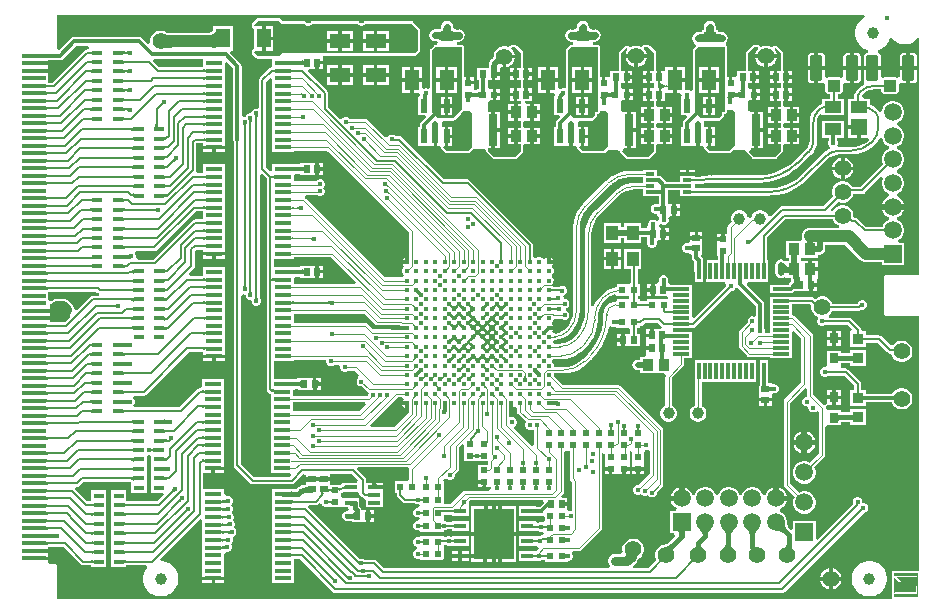
<source format=gtl>
G04*
G04 #@! TF.GenerationSoftware,Altium Limited,Altium Designer,24.4.1 (13)*
G04*
G04 Layer_Physical_Order=1*
G04 Layer_Color=255*
%FSLAX44Y44*%
%MOMM*%
G71*
G04*
G04 #@! TF.SameCoordinates,79C69C62-86B7-489C-B206-AEF25DFC5C41*
G04*
G04*
G04 #@! TF.FilePolarity,Positive*
G04*
G01*
G75*
%ADD10C,0.2000*%
%ADD11C,0.1500*%
G04:AMPARAMS|DCode=16|XSize=1.05mm|YSize=1.05mm|CornerRadius=0.105mm|HoleSize=0mm|Usage=FLASHONLY|Rotation=0.000|XOffset=0mm|YOffset=0mm|HoleType=Round|Shape=RoundedRectangle|*
%AMROUNDEDRECTD16*
21,1,1.0500,0.8400,0,0,0.0*
21,1,0.8400,1.0500,0,0,0.0*
1,1,0.2100,0.4200,-0.4200*
1,1,0.2100,-0.4200,-0.4200*
1,1,0.2100,-0.4200,0.4200*
1,1,0.2100,0.4200,0.4200*
%
%ADD16ROUNDEDRECTD16*%
G04:AMPARAMS|DCode=17|XSize=2.2mm|YSize=1.05mm|CornerRadius=0.105mm|HoleSize=0mm|Usage=FLASHONLY|Rotation=90.000|XOffset=0mm|YOffset=0mm|HoleType=Round|Shape=RoundedRectangle|*
%AMROUNDEDRECTD17*
21,1,2.2000,0.8400,0,0,90.0*
21,1,1.9900,1.0500,0,0,90.0*
1,1,0.2100,0.4200,0.9950*
1,1,0.2100,0.4200,-0.9950*
1,1,0.2100,-0.4200,-0.9950*
1,1,0.2100,-0.4200,0.9950*
%
%ADD17ROUNDEDRECTD17*%
%ADD18R,1.4000X1.0000*%
%ADD19R,1.4000X1.4000*%
%ADD20R,0.8000X0.3000*%
%ADD21R,0.6000X0.6400*%
%ADD22R,0.6000X0.5000*%
%ADD23R,0.5000X0.6000*%
%ADD24R,3.4500X4.3500*%
%ADD25R,1.0500X0.4500*%
%ADD26R,0.9000X1.0000*%
%ADD27R,1.4750X0.3000*%
%ADD28R,0.3000X1.4750*%
%ADD29R,1.4750X0.4500*%
%ADD30R,1.0500X0.4000*%
%ADD31R,0.6400X0.6000*%
%ADD32R,0.9000X0.4500*%
%ADD33R,0.6000X1.1500*%
%ADD34R,0.8000X2.7000*%
%ADD35R,1.2500X1.6500*%
%ADD36R,1.0000X0.9000*%
%ADD37C,0.4200*%
%ADD38R,1.8000X1.3000*%
%ADD39R,1.3000X1.8000*%
%ADD40R,0.8000X0.9000*%
%ADD41R,0.9500X0.9000*%
%ADD42R,2.0000X0.3800*%
%ADD43R,1.1000X1.3000*%
%ADD77C,0.1250*%
%ADD78C,0.2000*%
%ADD79C,1.0000*%
%ADD80C,1.4000*%
%ADD81C,0.3000*%
%ADD82C,1.0000*%
%ADD83C,0.5000*%
%ADD84C,0.4000*%
%ADD85C,0.8000*%
%ADD86C,0.6000*%
%ADD87C,1.5000*%
%ADD88R,1.5000X1.5000*%
%ADD89C,0.4000*%
G36*
X324683Y700292D02*
X325055Y700231D01*
X325617Y700177D01*
X328451Y700058D01*
X334899Y700000D01*
Y690000D01*
X324501Y689639D01*
Y700361D01*
X324683Y700292D01*
D02*
G37*
G36*
X366530Y689280D02*
X366431Y689417D01*
X366130Y689539D01*
X365630Y689647D01*
X364930Y689741D01*
X362930Y689885D01*
X356530Y690000D01*
Y700000D01*
X358434Y700050D01*
X360138Y700200D01*
X361642Y700450D01*
X362945Y700800D01*
X364049Y701250D01*
X364951Y701800D01*
X365654Y702450D01*
X366157Y703200D01*
X366459Y704050D01*
X366561Y705000D01*
X366530Y689280D01*
D02*
G37*
G36*
X262061Y684000D02*
X262046Y684142D01*
X262000Y684270D01*
X261923Y684382D01*
X261816Y684480D01*
X261678Y684562D01*
X261510Y684630D01*
X261311Y684682D01*
X261082Y684720D01*
X260821Y684742D01*
X260530Y684750D01*
Y686250D01*
X260821Y686257D01*
X261082Y686280D01*
X261311Y686317D01*
X261510Y686370D01*
X261678Y686437D01*
X261816Y686520D01*
X261923Y686617D01*
X262000Y686730D01*
X262046Y686857D01*
X262061Y687000D01*
Y684000D01*
D02*
G37*
G36*
X292194Y683929D02*
X292118Y684038D01*
X292026Y684135D01*
X291917Y684220D01*
X291792Y684295D01*
X291651Y684357D01*
X291494Y684409D01*
X291320Y684448D01*
X291130Y684477D01*
X290923Y684494D01*
X290700Y684500D01*
X291270Y686500D01*
X291496Y686503D01*
X292089Y686545D01*
X292258Y686571D01*
X292554Y686639D01*
X292681Y686682D01*
X292794Y686731D01*
X292893Y686785D01*
X292194Y683929D01*
D02*
G37*
G36*
X287990Y687310D02*
X288050Y687140D01*
X288150Y686990D01*
X288290Y686860D01*
X288470Y686750D01*
X288689Y686660D01*
X288950Y686590D01*
X289249Y686540D01*
X289590Y686510D01*
X289970Y686500D01*
Y684500D01*
X289590Y684490D01*
X289249Y684460D01*
X288950Y684410D01*
X288689Y684340D01*
X288470Y684250D01*
X288290Y684140D01*
X288150Y684010D01*
X288050Y683860D01*
X287990Y683690D01*
X287969Y683500D01*
Y687500D01*
X287990Y687310D01*
D02*
G37*
G36*
X916277Y715451D02*
X915895Y715293D01*
X913438Y713651D01*
X911349Y711562D01*
X909707Y709105D01*
X908576Y706375D01*
X908000Y703477D01*
Y700523D01*
X908576Y697625D01*
X909707Y694895D01*
X911349Y692438D01*
X913438Y690349D01*
X915895Y688707D01*
X918625Y687576D01*
X918708Y687560D01*
X918512Y685560D01*
X918300D01*
X917110Y685323D01*
X916101Y684649D01*
X915427Y683640D01*
X915190Y682450D01*
Y674000D01*
X922500D01*
X929810D01*
Y682450D01*
X929573Y683640D01*
X928899Y684649D01*
X927890Y685323D01*
X927094Y685481D01*
X927094Y687521D01*
X927375Y687576D01*
X930105Y688707D01*
X932562Y690349D01*
X934651Y692438D01*
X936293Y694895D01*
X937424Y697625D01*
X937425Y697632D01*
X939548Y698055D01*
X940113Y697209D01*
X940291Y697032D01*
X940430Y696823D01*
X941823Y695430D01*
X942032Y695291D01*
X942209Y695113D01*
X943847Y694019D01*
X944079Y693923D01*
X944288Y693783D01*
X946108Y693029D01*
X946354Y692980D01*
X946586Y692884D01*
X948518Y692500D01*
X948769D01*
X949015Y692451D01*
X950985D01*
X951231Y692500D01*
X951482D01*
X953414Y692884D01*
X953646Y692980D01*
X953892Y693029D01*
X955712Y693783D01*
X955921Y693923D01*
X956153Y694019D01*
X957791Y695113D01*
X957968Y695291D01*
X958177Y695430D01*
X959570Y696823D01*
X959709Y697032D01*
X959887Y697209D01*
X960451Y698054D01*
X962451Y697447D01*
Y497549D01*
X935000D01*
X934025Y497355D01*
X933198Y496802D01*
X932645Y495975D01*
X932451Y495000D01*
Y465000D01*
X932645Y464025D01*
X933198Y463198D01*
X934025Y462645D01*
X935000Y462451D01*
X962451D01*
Y246838D01*
X938824D01*
Y222838D01*
X936944Y222549D01*
X232549D01*
Y250000D01*
X232355Y250975D01*
X231802Y251802D01*
X230975Y252355D01*
X230000Y252549D01*
X226658D01*
X225000Y253375D01*
Y255775D01*
X213000D01*
Y258775D01*
X225000D01*
Y259725D01*
Y262125D01*
X213000D01*
Y265125D01*
X225000D01*
Y266916D01*
X237758D01*
X252337Y252337D01*
X252337Y252337D01*
X253330Y251674D01*
X254500Y251441D01*
X261000D01*
Y250250D01*
X274000D01*
Y258250D01*
Y266250D01*
Y274250D01*
Y282250D01*
Y290250D01*
Y298250D01*
Y306250D01*
Y314750D01*
X261000D01*
Y305559D01*
X258017D01*
X247859Y315716D01*
X248688Y317716D01*
X248775D01*
X248775Y317716D01*
X249946Y317949D01*
X250938Y318612D01*
X254267Y321941D01*
X295000D01*
Y312750D01*
X308000D01*
Y320750D01*
Y328750D01*
Y336750D01*
Y343226D01*
X308985Y344618D01*
X310577D01*
X312000Y343026D01*
Y336750D01*
Y328750D01*
Y320750D01*
Y312750D01*
X321811D01*
X322576Y310902D01*
X317233Y305559D01*
X291000D01*
Y314750D01*
X278000D01*
Y306250D01*
Y298250D01*
Y290250D01*
Y282250D01*
Y274250D01*
Y266250D01*
Y258250D01*
Y250250D01*
X291000D01*
Y251441D01*
X307615D01*
X308076Y250327D01*
X308268Y249441D01*
X306707Y247105D01*
X305576Y244375D01*
X305000Y241477D01*
Y238523D01*
X305576Y235625D01*
X306707Y232895D01*
X308349Y230438D01*
X310438Y228349D01*
X312895Y226707D01*
X315625Y225576D01*
X318523Y225000D01*
X321477D01*
X324375Y225576D01*
X327105Y226707D01*
X329562Y228349D01*
X331651Y230438D01*
X333293Y232895D01*
X334423Y235625D01*
X335000Y238523D01*
Y241477D01*
X334423Y244375D01*
X333293Y247105D01*
X331651Y249562D01*
X329562Y251651D01*
X327105Y253293D01*
X324375Y254424D01*
X321477Y255000D01*
X320154D01*
X319326Y257000D01*
X353245Y290919D01*
X355245Y290091D01*
Y281500D01*
Y275000D01*
Y268500D01*
Y262000D01*
Y255500D01*
Y249000D01*
Y242500D01*
Y241750D01*
X373995D01*
Y242500D01*
Y249000D01*
Y261228D01*
X375185Y262900D01*
X376816D01*
X378322Y263524D01*
X379476Y264678D01*
X380100Y266185D01*
Y267815D01*
X379476Y269322D01*
X379314Y269484D01*
X379323Y269524D01*
X380476Y270678D01*
X381100Y272184D01*
Y273815D01*
X381029Y273988D01*
X380851Y275583D01*
X382028Y276402D01*
X382323Y276524D01*
X383476Y277677D01*
X384100Y279184D01*
Y280816D01*
X383476Y282322D01*
X382323Y283476D01*
X382314Y283516D01*
X382476Y283678D01*
X383100Y285184D01*
Y286816D01*
X382476Y288323D01*
X381323Y289476D01*
X381314Y289516D01*
X381476Y289678D01*
X382100Y291185D01*
Y292815D01*
X381476Y294322D01*
X380322Y295476D01*
X380794Y297445D01*
X381100Y298185D01*
Y299816D01*
X380476Y301322D01*
X379346Y302500D01*
X380476Y303678D01*
X381100Y305184D01*
Y306815D01*
X380476Y308322D01*
X379323Y309476D01*
X377816Y310100D01*
X376185D01*
X375995Y310021D01*
X373995Y311358D01*
Y316000D01*
X356059D01*
Y329250D01*
X362740D01*
Y333500D01*
X364240D01*
Y335000D01*
X373615D01*
Y335750D01*
Y342250D01*
Y348750D01*
Y355250D01*
Y361750D01*
Y368250D01*
Y374750D01*
Y381250D01*
Y387750D01*
Y394250D01*
Y400750D01*
Y409250D01*
X354865D01*
Y402869D01*
X353500Y401559D01*
X352329Y401326D01*
X351337Y400663D01*
X351337Y400663D01*
X335733Y385059D01*
X297613D01*
X296857Y387059D01*
X297476Y387678D01*
X298100Y389184D01*
Y390816D01*
X297476Y392323D01*
X296857Y392941D01*
X297613Y394941D01*
X305500D01*
X305500Y394941D01*
X306670Y395174D01*
X307663Y395837D01*
X343767Y431941D01*
X355745D01*
Y429750D01*
X374495D01*
Y430500D01*
Y437000D01*
Y443500D01*
Y450000D01*
Y456500D01*
Y463000D01*
Y469500D01*
Y476000D01*
Y482500D01*
Y489000D01*
Y495500D01*
Y504000D01*
X355745D01*
Y496309D01*
X344463D01*
X343634Y498309D01*
X348163Y502837D01*
X348163Y502837D01*
X348826Y503829D01*
X349059Y505000D01*
Y517733D01*
X350017Y518691D01*
X355745D01*
Y516750D01*
X374495D01*
Y517500D01*
Y524000D01*
Y530500D01*
Y537000D01*
Y543500D01*
Y550000D01*
Y556500D01*
Y563000D01*
Y569500D01*
Y576000D01*
Y582500D01*
Y591000D01*
X355745D01*
Y583309D01*
X351215D01*
X350748Y583820D01*
X349921Y585309D01*
X350059Y586000D01*
Y608691D01*
X355745D01*
Y606750D01*
X374495D01*
Y607500D01*
Y614000D01*
Y620500D01*
Y627000D01*
Y633500D01*
Y640000D01*
Y646500D01*
Y653000D01*
Y659500D01*
Y666000D01*
Y676845D01*
X376343Y677610D01*
X381431Y672522D01*
Y611783D01*
X381703Y610417D01*
X381941Y610061D01*
Y336000D01*
X381941Y336000D01*
X382174Y334829D01*
X382837Y333837D01*
X395837Y320837D01*
X395837Y320837D01*
X396829Y320174D01*
X398000Y319941D01*
X431000D01*
X431000Y319941D01*
X432170Y320174D01*
X433163Y320837D01*
X440800Y328474D01*
X442800Y327814D01*
Y325900D01*
X444141D01*
X444372Y326040D01*
X444585Y326235D01*
X444737Y326460D01*
X444829Y326715D01*
X444861Y327000D01*
X444855Y325900D01*
X448000D01*
Y322900D01*
X444838D01*
X444831Y321431D01*
X444800Y321634D01*
X444711Y321815D01*
X444561Y321976D01*
X444351Y322115D01*
X444081Y322233D01*
X443750Y322329D01*
X443360Y322404D01*
X442910Y322457D01*
X442800Y322464D01*
Y319428D01*
X442608Y319393D01*
X441822Y319329D01*
X440791D01*
X439231Y319018D01*
X437908Y318134D01*
X437908Y318134D01*
X437701Y317928D01*
X436898Y317768D01*
X435575Y316884D01*
X435575Y316884D01*
X434736Y316045D01*
X432755Y316000D01*
Y316000D01*
X430804D01*
X430767Y316008D01*
X430746Y316005D01*
X430724Y316009D01*
X430681Y316000D01*
X414005D01*
Y307500D01*
Y301000D01*
Y294500D01*
Y288000D01*
Y281500D01*
Y275000D01*
Y268500D01*
Y262000D01*
Y255500D01*
Y249000D01*
Y242500D01*
Y236000D01*
X432755D01*
Y242500D01*
Y249000D01*
Y256691D01*
X437983D01*
X465837Y228837D01*
X465837Y228837D01*
X466829Y228174D01*
X468000Y227941D01*
X846000D01*
X846000Y227941D01*
X847170Y228174D01*
X848163Y228837D01*
X915226Y295900D01*
X915816D01*
X917322Y296524D01*
X918476Y297678D01*
X919100Y299184D01*
Y300816D01*
X918476Y302323D01*
X917322Y303476D01*
X915816Y304100D01*
X914181Y304181D01*
X914100Y305816D01*
X913476Y307322D01*
X912322Y308476D01*
X910816Y309100D01*
X909184D01*
X907678Y308476D01*
X906524Y307322D01*
X905900Y305816D01*
Y304184D01*
X906327Y303153D01*
X876348Y273174D01*
X874500Y273939D01*
Y288700D01*
X855500D01*
Y282096D01*
X853500Y281268D01*
X851805Y282962D01*
X851600Y283241D01*
X851365Y283639D01*
X851153Y284084D01*
X850969Y284580D01*
X850815Y285131D01*
X850692Y285739D01*
X850603Y286404D01*
X850552Y287126D01*
X850539Y287957D01*
X850500Y288136D01*
Y289251D01*
X849853Y291667D01*
X848602Y293833D01*
X846833Y295602D01*
X844667Y296852D01*
X844248Y296965D01*
Y299035D01*
X844667Y299147D01*
X846833Y300398D01*
X848602Y302167D01*
X849853Y304333D01*
X850165Y305500D01*
X841000D01*
Y308000D01*
X838500D01*
Y317165D01*
X837333Y316853D01*
X835167Y315602D01*
X833398Y313833D01*
X832147Y311667D01*
X832035Y311248D01*
X829965D01*
X829853Y311667D01*
X828602Y313833D01*
X826833Y315602D01*
X824667Y316853D01*
X822251Y317500D01*
X819749D01*
X817333Y316853D01*
X815167Y315602D01*
X813398Y313833D01*
X812147Y311667D01*
X812035Y311248D01*
X809965D01*
X809853Y311667D01*
X808602Y313833D01*
X806833Y315602D01*
X804667Y316853D01*
X802251Y317500D01*
X799749D01*
X797333Y316853D01*
X795167Y315602D01*
X793398Y313833D01*
X792147Y311667D01*
X792035Y311248D01*
X789965D01*
X789853Y311667D01*
X788602Y313833D01*
X786833Y315602D01*
X784667Y316853D01*
X782251Y317500D01*
X779749D01*
X777333Y316853D01*
X775167Y315602D01*
X773398Y313833D01*
X772148Y311667D01*
X772035Y311248D01*
X769965D01*
X769853Y311667D01*
X768602Y313833D01*
X766833Y315602D01*
X764667Y316853D01*
X763500Y317165D01*
Y308000D01*
X761000D01*
Y305500D01*
X751835D01*
X752147Y304333D01*
X753398Y302167D01*
X755167Y300398D01*
X756722Y299500D01*
X756187Y297500D01*
X751500D01*
Y278500D01*
X754904D01*
X755732Y276500D01*
X749695Y270462D01*
X749546Y270333D01*
X749142Y270019D01*
X748754Y269753D01*
X748384Y269532D01*
X748031Y269354D01*
X747697Y269217D01*
X747381Y269117D01*
X747081Y269050D01*
X746697Y269002D01*
X746692Y269000D01*
X746315D01*
X744026Y268387D01*
X741974Y267202D01*
X740298Y265526D01*
X739113Y263474D01*
X738500Y261185D01*
Y258815D01*
X739113Y256526D01*
X739511Y255837D01*
X732733Y249059D01*
X720469D01*
X720120Y249551D01*
X719710Y251059D01*
X723178Y254526D01*
X724504Y256511D01*
X724660Y257299D01*
X725526Y257798D01*
X727202Y259474D01*
X728387Y261526D01*
X729000Y263815D01*
Y266185D01*
X728387Y268474D01*
X727202Y270526D01*
X725526Y272202D01*
X723474Y273387D01*
X721185Y274000D01*
X718815D01*
X716526Y273387D01*
X714474Y272202D01*
X712798Y270526D01*
X711613Y268474D01*
X711000Y266185D01*
Y263815D01*
X711187Y263118D01*
X709652Y261117D01*
X705000D01*
X702659Y260652D01*
X700674Y259326D01*
X699348Y257341D01*
X698883Y255000D01*
X699348Y252659D01*
X700417Y251059D01*
X699966Y249674D01*
X699531Y249059D01*
X509267D01*
X503163Y255163D01*
X502170Y255826D01*
X501000Y256059D01*
X501000Y256059D01*
X492739D01*
X492323Y256476D01*
X490816Y257100D01*
X489184D01*
X488507Y256819D01*
X445135Y300191D01*
X445963Y302191D01*
X451250D01*
X451250Y302191D01*
X452421Y302424D01*
X453413Y303087D01*
X454052Y303727D01*
X456321Y303167D01*
X456524Y302678D01*
X457677Y301524D01*
X459184Y300900D01*
X460816D01*
X461000Y300976D01*
X463000Y300500D01*
X463000Y300500D01*
X471750D01*
X473750Y300500D01*
X475000Y300500D01*
X478230D01*
X478780Y300312D01*
X479276Y298909D01*
X477924Y297100D01*
X477184D01*
X475678Y296476D01*
X474524Y295322D01*
X473900Y293815D01*
Y292185D01*
X474524Y290678D01*
X475678Y289524D01*
X477184Y288900D01*
X478816D01*
X478868Y288922D01*
X480803D01*
X480939Y288917D01*
X481413Y288871D01*
X481600Y288841D01*
Y287800D01*
X483587D01*
X483630Y287791D01*
X483674Y287800D01*
X493900D01*
Y293000D01*
Y298200D01*
X489878D01*
X489878Y298200D01*
X489568Y299761D01*
X488684Y301084D01*
X488250Y301518D01*
Y308500D01*
X484512D01*
X484118Y308578D01*
X481000D01*
X480606Y308500D01*
X474586Y308500D01*
X473000Y309500D01*
Y310500D01*
X473000D01*
Y312804D01*
X473999Y313002D01*
X474744Y313500D01*
X475720D01*
X475761Y313491D01*
X475807Y313500D01*
X486053D01*
X487941Y313000D01*
X488174Y311829D01*
X488837Y310837D01*
X490837Y308837D01*
X490837Y308837D01*
X491829Y308174D01*
X493000Y307941D01*
X493750Y306220D01*
Y300500D01*
X508250D01*
Y307000D01*
Y313500D01*
Y316000D01*
X501000D01*
Y317500D01*
X499500D01*
Y319470D01*
X498000D01*
X498285Y319499D01*
X498540Y319590D01*
X498765Y319739D01*
X498960Y319949D01*
X499125Y320219D01*
X499260Y320550D01*
X499365Y320939D01*
X499440Y321390D01*
X499450Y321500D01*
X494059D01*
Y324000D01*
X493826Y325171D01*
X493163Y326163D01*
X486502Y332824D01*
X487331Y334824D01*
X528839D01*
X528984Y334738D01*
X530324Y333000D01*
X530324Y333000D01*
Y323426D01*
X528500Y323000D01*
X527500D01*
Y323000D01*
X518500D01*
Y313000D01*
X519941D01*
Y311000D01*
X519941Y311000D01*
X520174Y309830D01*
X520837Y308837D01*
X524837Y304837D01*
X524837Y304837D01*
X525829Y304174D01*
X527000Y303941D01*
X535261D01*
X535677Y303524D01*
X537184Y302900D01*
X538815D01*
X539314Y302634D01*
Y301894D01*
X537424Y300100D01*
X537184D01*
X535677Y299476D01*
X534524Y298322D01*
X533900Y296815D01*
Y295184D01*
X534524Y293678D01*
X535677Y292524D01*
X537184Y291900D01*
X538815D01*
X539314Y291634D01*
Y290894D01*
X537424Y289100D01*
X537184D01*
X535677Y288476D01*
X534524Y287322D01*
X533900Y285816D01*
Y284184D01*
X534524Y282677D01*
X535677Y281524D01*
X537184Y280900D01*
X538815D01*
X540500Y280000D01*
Y280000D01*
X549500D01*
X549500Y280000D01*
X550500D01*
Y280000D01*
X551500Y280000D01*
X559500D01*
Y280900D01*
X560816D01*
X562322Y281524D01*
X562739Y281941D01*
X566250D01*
Y280100D01*
X580750D01*
Y288600D01*
X566250D01*
Y288059D01*
X562739D01*
X562322Y288476D01*
X560816Y289100D01*
X559741D01*
X559500Y291000D01*
X559500Y291000D01*
X559500Y291000D01*
Y293991D01*
X566250D01*
Y292800D01*
X580750D01*
Y301300D01*
X580750Y301300D01*
X580734Y303300D01*
X581100Y304184D01*
Y305315D01*
X582109Y306324D01*
X643448D01*
X644277Y304324D01*
X640960Y301007D01*
X639962Y300594D01*
X637750D01*
Y301300D01*
X623250D01*
Y292800D01*
X637750D01*
Y293456D01*
X639841D01*
X641184Y292900D01*
X642816D01*
X643500Y293183D01*
X645396Y292146D01*
X645500Y292012D01*
Y288988D01*
X645389Y288845D01*
X643684Y287833D01*
X643500Y287817D01*
X642816Y288100D01*
X641184D01*
X639678Y287476D01*
X637750Y287993D01*
Y288600D01*
X623250D01*
Y280100D01*
X637750D01*
Y280100D01*
X639678Y280524D01*
X641184Y279900D01*
X642815D01*
X644276Y278644D01*
X643000Y277059D01*
X641830Y276826D01*
X640837Y276163D01*
X640774Y276100D01*
X640184D01*
X639743Y275917D01*
X637750Y275900D01*
X637750Y275900D01*
X637750Y275900D01*
X623250D01*
Y267400D01*
X637750D01*
X637750Y267400D01*
X638713Y267727D01*
X640140Y266100D01*
X640135Y265920D01*
X638107Y263892D01*
X637645Y263200D01*
X623250D01*
Y254700D01*
X637750D01*
Y254700D01*
X638484Y255190D01*
X639184Y254900D01*
X640816D01*
X642322Y255524D01*
X642739Y255941D01*
X645500D01*
Y254000D01*
X654500D01*
Y254000D01*
X655500D01*
Y254000D01*
X664500D01*
Y254900D01*
X665816D01*
X667322Y255524D01*
X668476Y256677D01*
X669100Y258184D01*
Y259816D01*
X668476Y261322D01*
X668475Y261324D01*
X669303Y263324D01*
X674000D01*
X674000Y263324D01*
X675024Y263527D01*
X675893Y264107D01*
X692893Y281107D01*
X693473Y281976D01*
X693676Y283000D01*
X693676Y283000D01*
Y346601D01*
X694000Y346779D01*
X696000Y345598D01*
X696000Y338000D01*
X696000Y336500D01*
Y334500D01*
X701000D01*
Y333000D01*
X702500D01*
Y328500D01*
X706500D01*
X708000Y328500D01*
X710500D01*
Y333000D01*
X712000D01*
Y334500D01*
X717000D01*
Y338000D01*
X717000Y339500D01*
Y347500D01*
X717000D01*
Y347862D01*
X717446Y348109D01*
X718478Y347763D01*
X719000Y347231D01*
X719000Y338000D01*
X719000Y336500D01*
Y334500D01*
X724000D01*
X729000D01*
Y338000D01*
X729000Y339500D01*
Y347226D01*
X729641Y348132D01*
X730420Y348900D01*
X731816D01*
X732324Y349110D01*
X734324Y347912D01*
Y329109D01*
X724315Y319100D01*
X723185D01*
X721678Y318476D01*
X720524Y317323D01*
X719900Y315816D01*
Y314184D01*
X720524Y312678D01*
X721678Y311524D01*
X723185Y310900D01*
X724816D01*
X726322Y311524D01*
X726685Y311887D01*
X727590Y310982D01*
X729097Y310357D01*
X730728D01*
X732524Y310678D01*
X733678Y309524D01*
X735184Y308900D01*
X736815D01*
X738323Y309524D01*
X739476Y310678D01*
X740100Y312185D01*
Y313315D01*
X744893Y318107D01*
X744893Y318107D01*
X745473Y318976D01*
X745676Y320000D01*
X745676Y320000D01*
Y366000D01*
X745473Y367024D01*
X744893Y367892D01*
X744893Y367893D01*
X727142Y385643D01*
X726685Y385948D01*
X709241Y403392D01*
X708372Y403973D01*
X707348Y404176D01*
X707348Y404176D01*
X660609D01*
X652936Y411849D01*
X653412Y413849D01*
X660332D01*
X660332Y413848D01*
Y413808D01*
X664984Y414174D01*
X669522Y415264D01*
X673833Y417050D01*
X677812Y419488D01*
X679871Y421246D01*
X679871Y421246D01*
X681360Y422519D01*
X681332Y422547D01*
X683912Y425127D01*
X685350Y426487D01*
X685377Y426511D01*
X686640Y427952D01*
X689750Y431497D01*
X693435Y437012D01*
X696368Y442961D01*
X698500Y449241D01*
X699269Y453105D01*
X701439Y453763D01*
X701678Y453524D01*
X703185Y452900D01*
X704816D01*
X706500Y452000D01*
Y452000D01*
X714500D01*
X715500Y452000D01*
X717341Y451617D01*
Y447200D01*
X713100D01*
Y442000D01*
Y436800D01*
X725400D01*
Y447200D01*
X723459D01*
Y452000D01*
X725500D01*
Y452053D01*
X726000Y453941D01*
X727171Y454174D01*
X728163Y454837D01*
X730267Y456941D01*
X740733D01*
X744337Y453337D01*
X744542Y453200D01*
X743936Y451200D01*
X737100D01*
Y446000D01*
X735600D01*
Y444500D01*
X730600D01*
Y440800D01*
X730600D01*
Y440200D01*
X730600D01*
Y436500D01*
X735600D01*
Y433500D01*
X730600D01*
Y430000D01*
X730600Y429800D01*
X730117Y428000D01*
X725750D01*
Y425588D01*
X724000D01*
X722244Y425239D01*
X720756Y424244D01*
X719761Y422756D01*
X719412Y421000D01*
X719761Y419244D01*
X720756Y417756D01*
X722244Y416761D01*
X724000Y416412D01*
X725750D01*
Y414000D01*
X737250D01*
X738750Y414000D01*
X740750Y414000D01*
X746442D01*
X747527Y412024D01*
X747324Y411000D01*
X747324Y411000D01*
Y386530D01*
X747298Y386523D01*
X745702Y385601D01*
X744399Y384298D01*
X743477Y382702D01*
X743000Y380922D01*
Y379078D01*
X743477Y377298D01*
X744399Y375702D01*
X745702Y374399D01*
X747298Y373477D01*
X749078Y373000D01*
X750922D01*
X752702Y373477D01*
X754298Y374399D01*
X755601Y375702D01*
X756523Y377298D01*
X757000Y379078D01*
Y380922D01*
X756523Y382702D01*
X755601Y384298D01*
X754298Y385601D01*
X752702Y386523D01*
X752676Y386530D01*
Y409891D01*
X762513Y419727D01*
X762513Y419728D01*
X763093Y420596D01*
X763296Y421620D01*
Y427000D01*
X769995D01*
Y432000D01*
Y442000D01*
Y449001D01*
X760965D01*
X760620Y449069D01*
Y452000D01*
X769995D01*
Y452000D01*
X770382D01*
X770500Y452441D01*
X771671Y452674D01*
X772663Y453337D01*
X802726Y483400D01*
X803316D01*
X804822Y484024D01*
X805976Y485177D01*
X806281Y485914D01*
X806636Y486137D01*
X808299Y486475D01*
X808503Y486450D01*
X823931Y471022D01*
Y463388D01*
X821931Y462052D01*
X821816Y462100D01*
X820184D01*
X818678Y461476D01*
X817524Y460322D01*
X816900Y458815D01*
Y457685D01*
X810107Y450892D01*
X809527Y450024D01*
X809324Y449000D01*
X809324Y449000D01*
Y437000D01*
X809324Y437000D01*
X809527Y435976D01*
X810107Y435107D01*
X816607Y428608D01*
X816608Y428607D01*
X817476Y428027D01*
X818500Y427824D01*
X818500Y427824D01*
X836005D01*
Y427000D01*
X854755D01*
Y437000D01*
Y448847D01*
X856603Y449612D01*
X862324Y443891D01*
Y406109D01*
X848108Y391893D01*
X847527Y391024D01*
X847324Y390000D01*
X847324Y390000D01*
Y319600D01*
X847324Y319600D01*
X847527Y318576D01*
X848108Y317708D01*
X856660Y309155D01*
X856147Y308267D01*
X855500Y305851D01*
Y303349D01*
X856147Y300933D01*
X857398Y298767D01*
X859167Y296998D01*
X861333Y295747D01*
X863749Y295100D01*
X866251D01*
X868667Y295747D01*
X870833Y296998D01*
X872602Y298767D01*
X873853Y300933D01*
X874500Y303349D01*
Y305851D01*
X873853Y308267D01*
X872602Y310433D01*
X870833Y312202D01*
X868667Y313453D01*
X866251Y314100D01*
X863749D01*
X861333Y313453D01*
X860445Y312940D01*
X852676Y320709D01*
Y388891D01*
X865324Y401539D01*
X867324Y400710D01*
Y395000D01*
X867324Y395000D01*
X866684Y394100D01*
X865178Y393476D01*
X864024Y392323D01*
X863400Y390816D01*
Y389184D01*
X864024Y387678D01*
X865178Y386524D01*
X866684Y385900D01*
X868319Y385820D01*
X868400Y384184D01*
X869024Y382677D01*
X870178Y381524D01*
X871684Y380900D01*
X873316D01*
X874822Y381524D01*
X875324Y382025D01*
X877324Y381197D01*
Y346109D01*
X869555Y338340D01*
X868667Y338853D01*
X866251Y339500D01*
X863749D01*
X861333Y338853D01*
X859167Y337602D01*
X857398Y335833D01*
X856147Y333667D01*
X855500Y331251D01*
Y328749D01*
X856147Y326333D01*
X857398Y324167D01*
X859167Y322398D01*
X861333Y321147D01*
X863749Y320500D01*
X866251D01*
X868667Y321147D01*
X870833Y322398D01*
X872602Y324167D01*
X873853Y326333D01*
X874500Y328749D01*
Y331251D01*
X873853Y333667D01*
X873340Y334555D01*
X881892Y343107D01*
X881892Y343107D01*
X882473Y343976D01*
X882676Y345000D01*
Y368548D01*
X884000Y370000D01*
X884676Y370000D01*
X896000D01*
Y372672D01*
X903250D01*
Y370500D01*
X916750D01*
Y383500D01*
X903250D01*
Y380828D01*
X896000D01*
Y383000D01*
X884557D01*
X883036Y384601D01*
X883049Y384956D01*
X883090Y385457D01*
X883515Y386606D01*
X883633Y386694D01*
X884013Y386914D01*
X885120Y387000D01*
X885727Y387000D01*
X888500D01*
Y392000D01*
X884000D01*
Y388933D01*
X884000Y388626D01*
X884000Y388626D01*
X883937Y388296D01*
X881876Y387045D01*
X881523Y387262D01*
X881720Y387065D01*
X881721Y387065D01*
X881720Y387065D01*
X881320Y387465D01*
X872676Y396109D01*
Y445130D01*
X872676Y445130D01*
X872473Y446154D01*
X871892Y447023D01*
X871892Y447023D01*
X856523Y462393D01*
X855654Y462973D01*
X854755Y463152D01*
Y472441D01*
X869498D01*
X871000Y471185D01*
Y468815D01*
X871613Y466526D01*
X872798Y464474D01*
X874474Y462798D01*
X875550Y462177D01*
X876378Y460602D01*
X876234Y459621D01*
X875900Y458815D01*
Y457184D01*
X876524Y455677D01*
X877678Y454524D01*
X879184Y453900D01*
X880816D01*
X882322Y454524D01*
X882739Y454941D01*
X901733D01*
X905174Y451500D01*
X904346Y449500D01*
X903250D01*
Y436500D01*
X916750D01*
Y439941D01*
X926971D01*
X935337Y431576D01*
X935337Y431576D01*
X936329Y430913D01*
X937500Y430680D01*
X938670D01*
X939113Y429026D01*
X940298Y426974D01*
X941974Y425298D01*
X944026Y424113D01*
X946315Y423500D01*
X948685D01*
X950974Y424113D01*
X953026Y425298D01*
X954702Y426974D01*
X955887Y429026D01*
X956500Y431315D01*
Y433685D01*
X955887Y435974D01*
X954702Y438026D01*
X953026Y439702D01*
X950974Y440887D01*
X948685Y441500D01*
X946315D01*
X944026Y440887D01*
X941974Y439702D01*
X940298Y438026D01*
X940275Y437985D01*
X937846Y437718D01*
X930401Y445163D01*
X929409Y445826D01*
X928238Y446059D01*
X928238Y446059D01*
X916750D01*
Y449500D01*
X914279D01*
X913059Y451000D01*
X912826Y452170D01*
X912163Y453163D01*
X912163Y453163D01*
X905163Y460163D01*
X904171Y460826D01*
X903000Y461059D01*
X903000Y461059D01*
X886513D01*
X885983Y461993D01*
X885787Y463059D01*
X887202Y464474D01*
X888387Y466526D01*
X888498Y466941D01*
X911405D01*
X911405Y466941D01*
X912575Y467174D01*
X913568Y467837D01*
X913631Y467900D01*
X914816D01*
X916322Y468524D01*
X917476Y469678D01*
X918100Y471185D01*
Y472816D01*
X917476Y474322D01*
X916322Y475476D01*
X914816Y476100D01*
X913185D01*
X911678Y475476D01*
X910524Y474322D01*
X910001Y473059D01*
X888498D01*
X888387Y473474D01*
X887202Y475526D01*
X885526Y477202D01*
X883474Y478387D01*
X881185Y479000D01*
X878815D01*
X876526Y478387D01*
X874474Y477202D01*
X874228Y476956D01*
X873521Y477663D01*
X872528Y478326D01*
X871358Y478559D01*
X871358Y478559D01*
X854755D01*
Y479001D01*
X836005D01*
Y477000D01*
Y467000D01*
Y457000D01*
Y448176D01*
X832273D01*
X831600Y449184D01*
Y450816D01*
X831069Y452098D01*
Y472500D01*
X830797Y473866D01*
X830023Y475023D01*
X816042Y489005D01*
X816870Y491005D01*
X834000D01*
Y509755D01*
X833559D01*
Y529233D01*
X848767Y544441D01*
X889002D01*
X889113Y544026D01*
X890298Y541974D01*
X891974Y540298D01*
X894026Y539113D01*
X894224Y539060D01*
X893961Y537060D01*
X870000D01*
X870000Y537060D01*
X868173Y536820D01*
X866470Y536115D01*
X865008Y534992D01*
X863885Y533530D01*
X863180Y531827D01*
X862940Y530000D01*
X863180Y528173D01*
X863252Y528000D01*
X863251Y527623D01*
X861915Y526000D01*
X861250Y526000D01*
X849750D01*
Y512000D01*
X851662D01*
Y509000D01*
X849750D01*
X849750Y509000D01*
X847936Y509450D01*
X846756Y510239D01*
X845000Y510588D01*
X843244Y510239D01*
X841756Y509244D01*
X840761Y507756D01*
X840412Y506000D01*
Y499000D01*
X840761Y497244D01*
X841756Y495756D01*
X843244Y494761D01*
X845000Y494412D01*
X846756Y494761D01*
X847750Y495425D01*
X849750Y495000D01*
Y495000D01*
X853662D01*
Y494950D01*
X853912Y493693D01*
Y492017D01*
X852756Y491244D01*
X851761Y489756D01*
X851624Y489069D01*
X845380D01*
X845035Y489000D01*
X836005D01*
Y482000D01*
X845035D01*
X845380Y481931D01*
X853500D01*
X853845Y482000D01*
X854755D01*
Y482181D01*
X854866Y482203D01*
X856023Y482977D01*
X856459Y483412D01*
X860800D01*
X862556Y483761D01*
X862614Y483800D01*
X868900D01*
Y489000D01*
X870400D01*
Y490500D01*
X875400D01*
X875400Y493352D01*
X876250Y495000D01*
X876250Y495848D01*
Y500500D01*
X869750D01*
Y502000D01*
X868250D01*
Y509000D01*
X864750D01*
X863250Y509000D01*
X862252D01*
X862131Y509121D01*
Y511879D01*
X862252Y512000D01*
X864750Y512000D01*
X876250D01*
Y514412D01*
X878000D01*
X879756Y514761D01*
X881244Y515756D01*
X882239Y517244D01*
X882588Y519000D01*
Y522940D01*
X899576D01*
X912507Y510008D01*
X913970Y508885D01*
X915673Y508180D01*
X917500Y507940D01*
X930500D01*
Y505500D01*
X949500D01*
Y524500D01*
X944813D01*
X944277Y526500D01*
X945833Y527398D01*
X947602Y529167D01*
X948853Y531333D01*
X949500Y533749D01*
Y536251D01*
X948853Y538667D01*
X947602Y540833D01*
X945833Y542602D01*
X943667Y543853D01*
X943248Y543965D01*
Y546035D01*
X943667Y546147D01*
X945833Y547398D01*
X947602Y549167D01*
X948853Y551333D01*
X949165Y552500D01*
X940000D01*
X930835D01*
X931147Y551333D01*
X932398Y549167D01*
X934167Y547398D01*
X936333Y546147D01*
X936752Y546035D01*
Y543965D01*
X936333Y543853D01*
X934167Y542602D01*
X932398Y540833D01*
X931147Y538667D01*
X930984Y538059D01*
X917193D01*
X910404Y544848D01*
X909412Y545511D01*
X908408Y545710D01*
X908035Y545829D01*
X906500Y546463D01*
Y548685D01*
X905887Y550974D01*
X904702Y553026D01*
X903026Y554702D01*
X900974Y555887D01*
X898685Y556500D01*
X896315D01*
X894026Y555887D01*
X891974Y554702D01*
X890298Y553026D01*
X889333Y551354D01*
X888400Y551245D01*
X887915Y551860D01*
X887653Y553327D01*
X893654Y559328D01*
X894026Y559113D01*
X896315Y558500D01*
X898685D01*
X900974Y559113D01*
X903026Y560298D01*
X904702Y561974D01*
X905887Y564026D01*
X906400Y565941D01*
X914000D01*
X914000Y565941D01*
X915171Y566174D01*
X916163Y566837D01*
X929993Y580667D01*
X931593Y579439D01*
X931147Y578667D01*
X930500Y576251D01*
Y573749D01*
X931147Y571333D01*
X932398Y569167D01*
X934167Y567398D01*
X936333Y566147D01*
X936752Y566035D01*
Y563965D01*
X936333Y563853D01*
X934167Y562602D01*
X932398Y560833D01*
X931147Y558667D01*
X930835Y557500D01*
X940000D01*
X949165D01*
X948853Y558667D01*
X947602Y560833D01*
X945833Y562602D01*
X943667Y563853D01*
X943248Y563965D01*
Y566035D01*
X943667Y566147D01*
X945833Y567398D01*
X947602Y569167D01*
X948853Y571333D01*
X949500Y573749D01*
Y576251D01*
X948853Y578667D01*
X947602Y580833D01*
X945833Y582602D01*
X943667Y583853D01*
X943248Y583965D01*
Y586035D01*
X943667Y586147D01*
X945833Y587398D01*
X947602Y589167D01*
X948853Y591333D01*
X949500Y593749D01*
Y596251D01*
X948853Y598667D01*
X947602Y600833D01*
X945833Y602602D01*
X943667Y603853D01*
X943248Y603965D01*
Y606035D01*
X943667Y606147D01*
X945833Y607398D01*
X947602Y609167D01*
X948853Y611333D01*
X949500Y613749D01*
Y616251D01*
X948853Y618667D01*
X947602Y620833D01*
X945833Y622602D01*
X943667Y623853D01*
X943248Y623965D01*
Y626035D01*
X943667Y626147D01*
X945833Y627398D01*
X947602Y629167D01*
X948853Y631333D01*
X949500Y633749D01*
Y636251D01*
X948853Y638667D01*
X947602Y640833D01*
X945833Y642602D01*
X943667Y643853D01*
X941251Y644500D01*
X938749D01*
X936333Y643853D01*
X934167Y642602D01*
X932398Y640833D01*
X931147Y638667D01*
X930500Y636251D01*
Y636166D01*
X928500Y635487D01*
X927192Y637192D01*
X927184Y637184D01*
X924388Y639479D01*
X921198Y641184D01*
X920250Y641472D01*
Y646500D01*
X915067D01*
X913426Y648500D01*
X913441Y648575D01*
X914582Y650283D01*
X914663Y650337D01*
X914752Y650471D01*
X917539Y652609D01*
X920931Y654014D01*
X924414Y654473D01*
X924571Y654441D01*
X930190D01*
Y653300D01*
X930427Y652110D01*
X931101Y651101D01*
X932110Y650427D01*
X933300Y650190D01*
X941700D01*
X942890Y650427D01*
X943899Y651101D01*
X944573Y652110D01*
X944810Y653300D01*
Y659282D01*
X945621Y659795D01*
X946810Y660145D01*
X947510Y659677D01*
X948700Y659440D01*
X951400D01*
Y671000D01*
X945590D01*
Y664968D01*
X944779Y664455D01*
X943590Y664105D01*
X942890Y664573D01*
X941700Y664810D01*
X933300D01*
X932110Y664573D01*
X931810Y664372D01*
X929810Y665292D01*
Y671000D01*
X922500D01*
X915190D01*
Y662550D01*
X915427Y661360D01*
X915817Y660776D01*
X915697Y658985D01*
X915507Y658343D01*
X913366Y657198D01*
X910310Y654690D01*
X910308Y654692D01*
X908459Y652282D01*
X907297Y649476D01*
X906905Y646500D01*
X902250D01*
Y633500D01*
X902250Y632000D01*
X902250Y630500D01*
Y624000D01*
X911250D01*
Y622500D01*
X912750D01*
Y613500D01*
X918856D01*
X918907Y613449D01*
X919605Y611500D01*
X916913Y609291D01*
X913044Y607223D01*
X908845Y605949D01*
X904612Y605532D01*
X904479Y605559D01*
X895000D01*
Y605602D01*
X893989Y605503D01*
X893824Y605630D01*
X892772Y607392D01*
X893100Y608185D01*
Y609815D01*
X892569Y611098D01*
Y613500D01*
X898250D01*
Y627500D01*
X880250D01*
Y613500D01*
X885431D01*
Y611098D01*
X884900Y609815D01*
Y608185D01*
X885524Y606678D01*
X886302Y605900D01*
X886395Y605593D01*
X886335Y604307D01*
X886132Y603586D01*
X883217Y602028D01*
X880003Y599390D01*
X880034Y599360D01*
X862777Y582102D01*
X862667Y581939D01*
X858105Y578043D01*
X852825Y574807D01*
X847104Y572437D01*
X841082Y570991D01*
X835100Y570521D01*
X834908Y570559D01*
X772000D01*
Y574441D01*
X775056D01*
X775117Y574453D01*
X775178Y574444D01*
X775337Y574450D01*
X775397Y574464D01*
X775459Y574457D01*
X786509Y575339D01*
X825480Y575339D01*
X825530Y575289D01*
Y575289D01*
X825530Y575289D01*
X827498Y575418D01*
X832194Y575725D01*
X838743Y577028D01*
X845066Y579175D01*
X851055Y582128D01*
X856608Y585838D01*
X860146Y588941D01*
X861628Y590241D01*
X862992Y591676D01*
X869195Y597879D01*
X870773Y598919D01*
X870773D01*
X872814Y601405D01*
X874330Y604242D01*
X875264Y607320D01*
X875579Y610521D01*
X875559D01*
Y618105D01*
X875662Y620053D01*
X875717Y620186D01*
X875634Y620886D01*
X875598Y621954D01*
X875581Y623514D01*
X875715Y625452D01*
X875715D01*
X875715Y625453D01*
X875769Y627424D01*
X875986Y629069D01*
X877391Y632461D01*
X878250Y633581D01*
X880250Y632902D01*
Y632500D01*
X898250D01*
Y646500D01*
X893059D01*
Y650190D01*
X894200D01*
X895390Y650427D01*
X896399Y651101D01*
X897073Y652110D01*
X897310Y653300D01*
Y659282D01*
X898121Y659795D01*
X899310Y660145D01*
X900010Y659677D01*
X901200Y659440D01*
X903900D01*
Y671000D01*
X898090D01*
Y664968D01*
X897279Y664455D01*
X896090Y664105D01*
X895390Y664573D01*
X894200Y664810D01*
X885800D01*
X884610Y664573D01*
X884310Y664372D01*
X882310Y665292D01*
Y671000D01*
X876500D01*
Y659440D01*
X879200D01*
X880390Y659677D01*
X880690Y659878D01*
X882690Y658958D01*
Y653300D01*
X882927Y652110D01*
X883601Y651101D01*
X884610Y650427D01*
X885800Y650190D01*
X886941D01*
Y646500D01*
X880250D01*
Y642311D01*
X879763Y642247D01*
X877372Y641257D01*
X875319Y639681D01*
X875310Y639690D01*
X872802Y636634D01*
X870938Y633147D01*
X869790Y629364D01*
X869590Y627329D01*
X869403Y625429D01*
X869411Y625395D01*
X869418Y625395D01*
X869464Y623414D01*
X869491Y621036D01*
X869491Y621035D01*
X869506Y620916D01*
X869464Y620816D01*
X869407Y620218D01*
X869429Y620218D01*
X869441Y620202D01*
X869441Y618848D01*
Y610521D01*
X869453Y610461D01*
X869110Y607858D01*
X868082Y605376D01*
X867319Y604381D01*
X866495Y603831D01*
X866178Y603514D01*
X866178Y603514D01*
X857267Y594602D01*
X857207Y594513D01*
X852870Y590709D01*
X847985Y587445D01*
X842717Y584847D01*
X837154Y582959D01*
X831392Y581813D01*
X825644Y581436D01*
X825540Y581457D01*
X825535Y581456D01*
X825530Y581457D01*
X786387Y581457D01*
X786266Y581433D01*
X786144Y581447D01*
X775033Y580560D01*
X774996Y580559D01*
X772000D01*
Y581001D01*
X766000D01*
X760000D01*
Y576069D01*
X747978D01*
X744023Y580023D01*
X742866Y580797D01*
X741500Y581069D01*
X740000D01*
Y586000D01*
X728000D01*
Y585176D01*
X717021D01*
Y585212D01*
X712623Y584866D01*
X708334Y583836D01*
X704259Y582148D01*
X700497Y579843D01*
X697143Y576978D01*
X697143Y576978D01*
X695754Y575539D01*
X677547Y557332D01*
X677522Y557357D01*
X674657Y554003D01*
X672352Y550241D01*
X670664Y546166D01*
X669634Y541877D01*
X669288Y537479D01*
X669324D01*
Y469071D01*
X669324Y467074D01*
X669324Y467071D01*
X669163Y465137D01*
X668932Y462787D01*
X667682Y458667D01*
X665653Y454870D01*
X664148Y453037D01*
X662894Y451557D01*
X662893Y451557D01*
X662893Y451556D01*
X661391Y450358D01*
X660171Y449422D01*
X656960Y448092D01*
X653631Y447653D01*
X653515Y447676D01*
X652303D01*
X651511Y449588D01*
X651605Y449807D01*
X651976Y450177D01*
X652317Y451000D01*
X648500D01*
Y454000D01*
X652317D01*
X651976Y454822D01*
X651605Y455193D01*
X651047Y456500D01*
X651605Y457807D01*
X651976Y458177D01*
X652600Y459684D01*
Y459995D01*
X653000Y460324D01*
X658878D01*
X659678Y459524D01*
X661184Y458900D01*
X662815D01*
X664322Y459524D01*
X665476Y460677D01*
X666100Y462184D01*
Y463815D01*
X665476Y465322D01*
X664322Y466476D01*
X663057Y467000D01*
X662931Y467993D01*
Y468007D01*
X663057Y469000D01*
X664322Y469524D01*
X665476Y470677D01*
X666100Y472184D01*
Y473815D01*
X665476Y475322D01*
X664322Y476476D01*
X662815Y477100D01*
X662234D01*
X661608Y477773D01*
X660972Y479032D01*
X661416Y480149D01*
X662322Y480524D01*
X663476Y481678D01*
X664100Y483185D01*
Y484815D01*
X663476Y486322D01*
X662322Y487476D01*
X660816Y488100D01*
X659184D01*
X657678Y487476D01*
X657511Y487309D01*
X652440D01*
X651552Y488766D01*
X651351Y488967D01*
X651400Y489015D01*
X651321Y489144D01*
X651605Y489807D01*
X651976Y490177D01*
X652600Y491684D01*
Y493316D01*
X651976Y494822D01*
X651605Y495193D01*
X651047Y496500D01*
X651605Y497807D01*
X651976Y498177D01*
X652600Y499684D01*
Y501315D01*
X651976Y502822D01*
X651605Y503193D01*
X651047Y504500D01*
X651605Y505807D01*
X651976Y506177D01*
X652304Y506971D01*
X649813Y506861D01*
Y507000D01*
X648500D01*
Y508500D01*
X647000D01*
Y509850D01*
X646892D01*
X646912Y509905D01*
X646931Y510016D01*
X646947Y510185D01*
X646983Y511035D01*
X646994Y512314D01*
X646178Y511976D01*
X645807Y511605D01*
X644500Y511046D01*
X643193Y511605D01*
X642822Y511976D01*
X641316Y512600D01*
X639684D01*
X638177Y511976D01*
X637807Y511605D01*
X637383Y511424D01*
X635559Y512113D01*
Y522500D01*
X635559Y522500D01*
X635326Y523671D01*
X634663Y524663D01*
X634663Y524663D01*
X582163Y577163D01*
X581171Y577826D01*
X580000Y578059D01*
X580000Y578059D01*
X560267D01*
X524263Y614063D01*
X523271Y614726D01*
X522100Y614959D01*
X522100Y614959D01*
X518839D01*
X518322Y615476D01*
X516816Y616100D01*
X515185D01*
X513678Y615476D01*
X512524Y614322D01*
X512456Y614157D01*
X510097Y613688D01*
X494893Y628893D01*
X494024Y629473D01*
X493000Y629676D01*
X493000Y629676D01*
X480122D01*
X479322Y630476D01*
X477816Y631100D01*
X476184D01*
X474678Y630476D01*
X474178Y629976D01*
X471665Y629661D01*
X462059Y639267D01*
Y651171D01*
X461826Y652341D01*
X461163Y653334D01*
X461163Y653334D01*
X444544Y669952D01*
X445309Y671800D01*
X450900D01*
Y677000D01*
X452400D01*
Y678500D01*
X457400D01*
Y682200D01*
X459085Y682961D01*
X535000D01*
X535000Y682961D01*
X535780Y683116D01*
X536442Y683558D01*
X538942Y686058D01*
X539384Y686720D01*
X539539Y687500D01*
Y705000D01*
X539539Y705000D01*
X539384Y705780D01*
X538942Y706442D01*
X533942Y711442D01*
X533280Y711884D01*
X532500Y712039D01*
X493298D01*
X493298Y712039D01*
X492518Y711884D01*
X491856Y711442D01*
X491167Y710753D01*
X490410Y710439D01*
X489590D01*
X488833Y710753D01*
X488144Y711442D01*
X487482Y711884D01*
X486702Y712039D01*
X448298D01*
X448298Y712039D01*
X447518Y711884D01*
X446856Y711442D01*
X446167Y710753D01*
X445410Y710439D01*
X444590D01*
X443833Y710753D01*
X443144Y711442D01*
X442482Y711884D01*
X441702Y712039D01*
X423345D01*
X421442Y713942D01*
X420780Y714384D01*
X420000Y714539D01*
X402500D01*
X401720Y714384D01*
X401058Y713942D01*
X397578Y710462D01*
X397578Y710462D01*
X397136Y709800D01*
X396981Y709020D01*
X397136Y708240D01*
X397662Y706970D01*
X398104Y706308D01*
X398766Y705866D01*
X399000Y705819D01*
Y689181D01*
X398766Y689134D01*
X398104Y688692D01*
X397662Y688030D01*
X397136Y686760D01*
X396981Y685980D01*
X397136Y685200D01*
X397578Y684538D01*
X401058Y681058D01*
X401720Y680616D01*
X402500Y680461D01*
X414505D01*
Y673059D01*
X414000D01*
X412829Y672826D01*
X411837Y672163D01*
X411837Y672163D01*
X403837Y664163D01*
X403174Y663171D01*
X402941Y662000D01*
X402941Y662000D01*
Y638852D01*
X401815Y638100D01*
X400185D01*
X398678Y637476D01*
X397524Y636323D01*
X396900Y634816D01*
X395184Y634100D01*
X393677Y633476D01*
X392524Y632323D01*
X392113Y631330D01*
X390140Y631141D01*
X388569Y632595D01*
Y674000D01*
X388297Y675366D01*
X387523Y676523D01*
X378797Y685250D01*
X379625Y687250D01*
X381000D01*
Y707750D01*
X364500D01*
Y704907D01*
X364457Y704507D01*
X364321Y704123D01*
X364094Y703784D01*
X363716Y703435D01*
X363127Y703076D01*
X362293Y702736D01*
X361209Y702445D01*
X359881Y702225D01*
X358318Y702087D01*
X357311Y702060D01*
X332543D01*
X328502Y702097D01*
X325758Y702212D01*
X325459Y702241D01*
X323474Y703387D01*
X321185Y704000D01*
X318815D01*
X316526Y703387D01*
X314474Y702202D01*
X312798Y700526D01*
X311613Y698474D01*
X311000Y696185D01*
Y693875D01*
X310856Y693739D01*
X309185Y692862D01*
X304523Y697523D01*
X303366Y698297D01*
X302000Y698569D01*
X247000D01*
X245634Y698297D01*
X244477Y697523D01*
X234291Y687337D01*
X233703Y687443D01*
X233366Y687838D01*
X232488Y689692D01*
X232549Y690000D01*
Y717451D01*
X915879Y717451D01*
X916277Y715451D01*
D02*
G37*
G36*
X422500Y710000D02*
X441702D01*
X442678Y709024D01*
X444184Y708400D01*
X445816D01*
X447322Y709024D01*
X448298Y710000D01*
X486702D01*
X487678Y709024D01*
X489184Y708400D01*
X490816D01*
X492323Y709024D01*
X493298Y710000D01*
X532500D01*
X537500Y705000D01*
Y687500D01*
X535000Y685000D01*
X422500D01*
X420000Y682500D01*
X402500D01*
X399020Y685980D01*
X399546Y687250D01*
X405750D01*
Y697500D01*
Y707750D01*
X399546D01*
X399020Y709020D01*
X402500Y712500D01*
X420000D01*
X422500Y710000D01*
D02*
G37*
G36*
X222999Y684524D02*
X223090Y684462D01*
X223239Y684406D01*
X223449Y684358D01*
X223720Y684317D01*
X224440Y684258D01*
X225970Y684225D01*
Y681225D01*
X225399Y681221D01*
X223449Y681092D01*
X223239Y681044D01*
X223090Y680988D01*
X222999Y680926D01*
X222969Y680855D01*
Y684594D01*
X222999Y684524D01*
D02*
G37*
G36*
X259380Y689493D02*
X258842Y688304D01*
X258000D01*
X256927Y688090D01*
X256017Y687483D01*
X228664Y660129D01*
X225000D01*
Y668495D01*
X223449Y668392D01*
X223239Y668344D01*
X223090Y668288D01*
X222999Y668226D01*
X222969Y668156D01*
Y668525D01*
X213000D01*
Y671525D01*
X222969D01*
Y671895D01*
X222999Y671824D01*
X223090Y671761D01*
X223239Y671706D01*
X223449Y671658D01*
X223720Y671617D01*
X224440Y671558D01*
X225000Y671546D01*
Y672475D01*
Y674845D01*
X223449Y674742D01*
X223239Y674694D01*
X223090Y674639D01*
X222999Y674576D01*
X222969Y674505D01*
Y674875D01*
X213000D01*
Y677875D01*
X222969D01*
Y678244D01*
X222999Y678174D01*
X223090Y678111D01*
X223239Y678056D01*
X223449Y678008D01*
X223720Y677967D01*
X224440Y677908D01*
X225000Y677896D01*
Y679151D01*
X225079Y679156D01*
X234725D01*
X236091Y679428D01*
X237248Y680202D01*
X248478Y691431D01*
X258248D01*
X259380Y689493D01*
D02*
G37*
G36*
X262061Y676000D02*
X262046Y676142D01*
X262000Y676270D01*
X261923Y676382D01*
X261816Y676480D01*
X261678Y676562D01*
X261510Y676630D01*
X261311Y676682D01*
X261082Y676720D01*
X260821Y676742D01*
X260530Y676750D01*
Y678250D01*
X260821Y678257D01*
X261082Y678280D01*
X261311Y678317D01*
X261510Y678370D01*
X261678Y678437D01*
X261816Y678520D01*
X261923Y678617D01*
X262000Y678730D01*
X262046Y678857D01*
X262061Y679000D01*
Y676000D01*
D02*
G37*
G36*
X287990Y679310D02*
X288050Y679140D01*
X288150Y678990D01*
X288290Y678860D01*
X288470Y678750D01*
X288689Y678660D01*
X288950Y678590D01*
X289249Y678540D01*
X289590Y678510D01*
X289970Y678500D01*
Y676500D01*
X289590Y676490D01*
X289249Y676460D01*
X288950Y676410D01*
X288689Y676340D01*
X288470Y676250D01*
X288290Y676140D01*
X288150Y676010D01*
X288050Y675860D01*
X287990Y675690D01*
X287969Y675500D01*
Y679500D01*
X287990Y679310D01*
D02*
G37*
G36*
X431255Y678857D02*
X431344Y678755D01*
X431494Y678666D01*
X431704Y678589D01*
X431974Y678524D01*
X432304Y678470D01*
X432695Y678428D01*
X433655Y678381D01*
X434225Y678375D01*
Y675375D01*
X433655Y675367D01*
X432695Y675299D01*
X432304Y675240D01*
X431974Y675164D01*
X431704Y675071D01*
X431494Y674961D01*
X431344Y674835D01*
X431255Y674691D01*
X431225Y674530D01*
Y678969D01*
X431255Y678857D01*
D02*
G37*
G36*
X440630Y674000D02*
Y673875D01*
X440601Y674160D01*
X440510Y674415D01*
X440360Y674640D01*
X440150Y674835D01*
X439880Y675000D01*
X439551Y675135D01*
X439160Y675240D01*
X438711Y675315D01*
X438200Y675360D01*
X437631Y675375D01*
Y675500D01*
Y678375D01*
D01*
Y678500D01*
X438200Y678515D01*
X438711Y678560D01*
X439160Y678635D01*
X439551Y678740D01*
X439880Y678875D01*
X440150Y679040D01*
X440360Y679235D01*
X440510Y679460D01*
X440601Y679715D01*
X440630Y680000D01*
Y674000D01*
D02*
G37*
G36*
X355745Y673309D02*
X318592D01*
X313470Y678431D01*
X314298Y680431D01*
X355745D01*
Y673309D01*
D02*
G37*
G36*
X357806Y668250D02*
X357786Y668440D01*
X357725Y668610D01*
X357623Y668760D01*
X357481Y668890D01*
X357298Y669000D01*
X357075Y669090D01*
X356811Y669160D01*
X356507Y669210D01*
X356161Y669240D01*
X355775Y669250D01*
Y671250D01*
X356161Y671260D01*
X356507Y671290D01*
X356811Y671340D01*
X357075Y671410D01*
X357298Y671500D01*
X357481Y671610D01*
X357623Y671740D01*
X357725Y671890D01*
X357786Y672060D01*
X357806Y672250D01*
Y668250D01*
D02*
G37*
G36*
X292894Y668215D02*
X292795Y668269D01*
X292682Y668318D01*
X292554Y668360D01*
X292413Y668397D01*
X292258Y668429D01*
X291905Y668474D01*
X291708Y668489D01*
X291270Y668500D01*
X290700Y670500D01*
X290923Y670506D01*
X291130Y670523D01*
X291320Y670551D01*
X291494Y670591D01*
X291651Y670643D01*
X291792Y670705D01*
X291917Y670780D01*
X292026Y670865D01*
X292118Y670962D01*
X292193Y671071D01*
X292894Y668215D01*
D02*
G37*
G36*
X262061Y668000D02*
X262046Y668142D01*
X262000Y668270D01*
X261923Y668382D01*
X261816Y668480D01*
X261678Y668562D01*
X261510Y668630D01*
X261311Y668682D01*
X261082Y668720D01*
X260821Y668742D01*
X260530Y668750D01*
Y670250D01*
X260821Y670257D01*
X261082Y670280D01*
X261311Y670317D01*
X261510Y670370D01*
X261678Y670437D01*
X261816Y670520D01*
X261923Y670617D01*
X262000Y670730D01*
X262046Y670857D01*
X262061Y671000D01*
Y668000D01*
D02*
G37*
G36*
X287990Y671310D02*
X288050Y671140D01*
X288150Y670990D01*
X288290Y670860D01*
X288470Y670750D01*
X288689Y670660D01*
X288950Y670590D01*
X289249Y670540D01*
X289590Y670510D01*
X289970Y670500D01*
Y668500D01*
X289590Y668490D01*
X289249Y668460D01*
X288950Y668410D01*
X288689Y668340D01*
X288470Y668250D01*
X288290Y668140D01*
X288150Y668010D01*
X288050Y667860D01*
X287990Y667690D01*
X287969Y667500D01*
Y671500D01*
X287990Y671310D01*
D02*
G37*
G36*
X357806Y661750D02*
X357786Y661940D01*
X357725Y662110D01*
X357623Y662260D01*
X357481Y662390D01*
X357298Y662500D01*
X357075Y662590D01*
X356811Y662660D01*
X356507Y662710D01*
X356161Y662740D01*
X355775Y662750D01*
Y664750D01*
X356161Y664760D01*
X356507Y664790D01*
X356811Y664840D01*
X357075Y664910D01*
X357298Y665000D01*
X357481Y665110D01*
X357623Y665240D01*
X357725Y665390D01*
X357786Y665560D01*
X357806Y665750D01*
Y661750D01*
D02*
G37*
G36*
X262061Y660000D02*
X262046Y660142D01*
X262000Y660270D01*
X261923Y660382D01*
X261816Y660480D01*
X261678Y660563D01*
X261510Y660630D01*
X261311Y660682D01*
X261082Y660720D01*
X260821Y660742D01*
X260530Y660750D01*
Y662250D01*
X260821Y662258D01*
X261082Y662280D01*
X261311Y662317D01*
X261510Y662370D01*
X261678Y662437D01*
X261816Y662520D01*
X261923Y662617D01*
X262000Y662730D01*
X262046Y662857D01*
X262061Y663000D01*
Y660000D01*
D02*
G37*
G36*
X287990Y663310D02*
X288050Y663140D01*
X288150Y662990D01*
X288290Y662860D01*
X288470Y662750D01*
X288689Y662660D01*
X288950Y662590D01*
X289249Y662540D01*
X289590Y662510D01*
X289970Y662500D01*
Y660500D01*
X289590Y660490D01*
X289249Y660460D01*
X288950Y660410D01*
X288689Y660340D01*
X288470Y660250D01*
X288290Y660140D01*
X288150Y660010D01*
X288050Y659860D01*
X287990Y659690D01*
X287969Y659500D01*
Y663500D01*
X287990Y663310D01*
D02*
G37*
G36*
X222954Y658682D02*
X223000Y658555D01*
X223077Y658443D01*
X223184Y658345D01*
X223322Y658262D01*
X223490Y658195D01*
X223689Y658142D01*
X223919Y658105D01*
X224179Y658083D01*
X224470Y658075D01*
Y656575D01*
X224179Y656568D01*
X223919Y656545D01*
X223689Y656507D01*
X223490Y656455D01*
X223322Y656387D01*
X223184Y656305D01*
X223077Y656208D01*
X223000Y656095D01*
X222954Y655967D01*
X222939Y655825D01*
Y658825D01*
X222954Y658682D01*
D02*
G37*
G36*
X357806Y655250D02*
X357786Y655440D01*
X357725Y655610D01*
X357623Y655760D01*
X357481Y655890D01*
X357298Y656000D01*
X357075Y656090D01*
X356811Y656160D01*
X356507Y656210D01*
X356161Y656240D01*
X355775Y656250D01*
Y658250D01*
X356161Y658260D01*
X356507Y658290D01*
X356811Y658340D01*
X357075Y658410D01*
X357298Y658500D01*
X357481Y658610D01*
X357623Y658740D01*
X357725Y658890D01*
X357786Y659060D01*
X357806Y659250D01*
Y655250D01*
D02*
G37*
G36*
X292893Y652215D02*
X292794Y652269D01*
X292682Y652318D01*
X292554Y652360D01*
X292413Y652398D01*
X292258Y652429D01*
X291905Y652474D01*
X291708Y652489D01*
X291270Y652500D01*
X290700Y654500D01*
X290923Y654506D01*
X291130Y654523D01*
X291320Y654551D01*
X291494Y654591D01*
X291651Y654643D01*
X291792Y654705D01*
X291917Y654780D01*
X292026Y654865D01*
X292118Y654962D01*
X292193Y655071D01*
X292893Y652215D01*
D02*
G37*
G36*
X262061Y652000D02*
X262046Y652142D01*
X262000Y652270D01*
X261923Y652383D01*
X261816Y652480D01*
X261678Y652562D01*
X261510Y652630D01*
X261311Y652682D01*
X261082Y652720D01*
X260821Y652742D01*
X260530Y652750D01*
Y654250D01*
X260821Y654258D01*
X261082Y654280D01*
X261311Y654317D01*
X261510Y654370D01*
X261678Y654437D01*
X261816Y654520D01*
X261923Y654617D01*
X262000Y654730D01*
X262046Y654857D01*
X262061Y655000D01*
Y652000D01*
D02*
G37*
G36*
X287990Y655310D02*
X288050Y655140D01*
X288150Y654990D01*
X288290Y654860D01*
X288470Y654750D01*
X288689Y654660D01*
X288950Y654590D01*
X289249Y654540D01*
X289590Y654510D01*
X289970Y654500D01*
Y652500D01*
X289590Y652490D01*
X289249Y652460D01*
X288950Y652410D01*
X288689Y652340D01*
X288470Y652250D01*
X288290Y652140D01*
X288150Y652010D01*
X288050Y651860D01*
X287990Y651690D01*
X287969Y651500D01*
Y655500D01*
X287990Y655310D01*
D02*
G37*
G36*
X222954Y652333D02*
X223000Y652205D01*
X223077Y652093D01*
X223184Y651995D01*
X223322Y651913D01*
X223490Y651845D01*
X223689Y651793D01*
X223919Y651755D01*
X224179Y651732D01*
X224470Y651725D01*
Y650225D01*
X224179Y650218D01*
X223919Y650195D01*
X223689Y650157D01*
X223490Y650105D01*
X223322Y650038D01*
X223184Y649955D01*
X223077Y649857D01*
X223000Y649745D01*
X222954Y649617D01*
X222939Y649475D01*
Y652475D01*
X222954Y652333D01*
D02*
G37*
G36*
X357806Y648750D02*
X357786Y648940D01*
X357725Y649110D01*
X357623Y649260D01*
X357481Y649390D01*
X357298Y649500D01*
X357075Y649590D01*
X356811Y649660D01*
X356507Y649710D01*
X356161Y649740D01*
X355775Y649750D01*
Y651750D01*
X356161Y651760D01*
X356507Y651790D01*
X356811Y651840D01*
X357075Y651910D01*
X357298Y652000D01*
X357481Y652110D01*
X357623Y652240D01*
X357725Y652390D01*
X357786Y652560D01*
X357806Y652750D01*
Y648750D01*
D02*
G37*
G36*
X262061Y644000D02*
X262046Y644143D01*
X262000Y644270D01*
X261923Y644382D01*
X261816Y644480D01*
X261678Y644563D01*
X261510Y644630D01*
X261311Y644682D01*
X261082Y644720D01*
X260821Y644743D01*
X260530Y644750D01*
Y646250D01*
X260821Y646257D01*
X261082Y646280D01*
X261311Y646318D01*
X261510Y646370D01*
X261678Y646438D01*
X261816Y646520D01*
X261923Y646618D01*
X262000Y646730D01*
X262046Y646858D01*
X262061Y647000D01*
Y644000D01*
D02*
G37*
G36*
X287990Y647310D02*
X288050Y647140D01*
X288150Y646990D01*
X288290Y646860D01*
X288470Y646750D01*
X288689Y646660D01*
X288950Y646590D01*
X289249Y646540D01*
X289590Y646510D01*
X289970Y646500D01*
Y644500D01*
X289590Y644490D01*
X289249Y644460D01*
X288950Y644410D01*
X288689Y644340D01*
X288470Y644250D01*
X288290Y644140D01*
X288150Y644010D01*
X288050Y643860D01*
X287990Y643690D01*
X287969Y643500D01*
Y647500D01*
X287990Y647310D01*
D02*
G37*
G36*
X222954Y645983D02*
X223000Y645855D01*
X223077Y645742D01*
X223184Y645645D01*
X223322Y645563D01*
X223490Y645495D01*
X223689Y645443D01*
X223919Y645405D01*
X224179Y645383D01*
X224470Y645375D01*
Y643875D01*
X224179Y643867D01*
X223919Y643845D01*
X223689Y643808D01*
X223490Y643755D01*
X223322Y643688D01*
X223184Y643605D01*
X223077Y643508D01*
X223000Y643395D01*
X222954Y643268D01*
X222939Y643125D01*
Y646125D01*
X222954Y645983D01*
D02*
G37*
G36*
X357806Y642250D02*
X357786Y642440D01*
X357725Y642610D01*
X357623Y642760D01*
X357481Y642890D01*
X357298Y643000D01*
X357075Y643090D01*
X356811Y643160D01*
X356507Y643210D01*
X356161Y643240D01*
X355775Y643250D01*
Y645250D01*
X356161Y645260D01*
X356507Y645290D01*
X356811Y645340D01*
X357075Y645410D01*
X357298Y645500D01*
X357481Y645610D01*
X357623Y645740D01*
X357725Y645890D01*
X357786Y646060D01*
X357806Y646250D01*
Y642250D01*
D02*
G37*
G36*
X322979Y641900D02*
X322846Y641893D01*
X322710Y641870D01*
X322570Y641831D01*
X322428Y641775D01*
X322283Y641702D01*
X322134Y641614D01*
X321983Y641509D01*
X321828Y641388D01*
X321671Y641250D01*
X321510Y641096D01*
X320096Y642510D01*
X320250Y642671D01*
X320509Y642983D01*
X320614Y643134D01*
X320702Y643283D01*
X320775Y643428D01*
X320830Y643570D01*
X320870Y643710D01*
X320893Y643846D01*
X320900Y643979D01*
X322979Y641900D01*
D02*
G37*
G36*
X222954Y639632D02*
X223000Y639505D01*
X223077Y639393D01*
X223184Y639295D01*
X223322Y639212D01*
X223490Y639145D01*
X223689Y639092D01*
X223919Y639055D01*
X224179Y639033D01*
X224470Y639025D01*
Y637525D01*
X224179Y637518D01*
X223919Y637495D01*
X223689Y637458D01*
X223490Y637405D01*
X223322Y637337D01*
X223184Y637255D01*
X223077Y637158D01*
X223000Y637045D01*
X222954Y636917D01*
X222939Y636775D01*
Y639775D01*
X222954Y639632D01*
D02*
G37*
G36*
X292193Y635929D02*
X292118Y636038D01*
X292026Y636135D01*
X291917Y636220D01*
X291792Y636295D01*
X291651Y636357D01*
X291494Y636409D01*
X291320Y636449D01*
X291130Y636477D01*
X290923Y636494D01*
X290700Y636500D01*
X291270Y638500D01*
X291496Y638503D01*
X292089Y638546D01*
X292258Y638571D01*
X292554Y638639D01*
X292682Y638682D01*
X292794Y638731D01*
X292893Y638785D01*
X292193Y635929D01*
D02*
G37*
G36*
X357806Y635750D02*
X357786Y635940D01*
X357725Y636110D01*
X357623Y636260D01*
X357481Y636390D01*
X357298Y636500D01*
X357075Y636590D01*
X356811Y636660D01*
X356507Y636710D01*
X356161Y636740D01*
X355775Y636750D01*
Y638750D01*
X356161Y638760D01*
X356507Y638790D01*
X356811Y638840D01*
X357075Y638910D01*
X357298Y639000D01*
X357481Y639110D01*
X357623Y639240D01*
X357725Y639390D01*
X357786Y639560D01*
X357806Y639750D01*
Y635750D01*
D02*
G37*
G36*
X287990Y639310D02*
X288050Y639140D01*
X288150Y638990D01*
X288290Y638860D01*
X288470Y638750D01*
X288689Y638660D01*
X288950Y638590D01*
X289249Y638540D01*
X289590Y638510D01*
X289970Y638500D01*
Y636500D01*
X289590Y636490D01*
X289249Y636460D01*
X288950Y636410D01*
X288689Y636340D01*
X288470Y636250D01*
X288290Y636140D01*
X288150Y636010D01*
X288050Y635860D01*
X287990Y635690D01*
X287969Y635500D01*
Y639500D01*
X287990Y639310D01*
D02*
G37*
G36*
X262061Y635500D02*
X262041Y635690D01*
X261980Y635860D01*
X261878Y636010D01*
X261736Y636140D01*
X261553Y636250D01*
X261330Y636340D01*
X261066Y636410D01*
X260762Y636460D01*
X260416Y636490D01*
X260030Y636500D01*
Y638500D01*
X260416Y638510D01*
X260762Y638540D01*
X261066Y638590D01*
X261330Y638660D01*
X261553Y638750D01*
X261736Y638860D01*
X261878Y638990D01*
X261980Y639140D01*
X262041Y639310D01*
X262061Y639500D01*
Y635500D01*
D02*
G37*
G36*
X402381Y632401D02*
X402301Y632289D01*
X402230Y632162D01*
X402169Y632022D01*
X402118Y631868D01*
X402075Y631701D01*
X402042Y631519D01*
X402019Y631325D01*
X402005Y631116D01*
X402000Y630893D01*
X400000D01*
X399995Y631116D01*
X399958Y631519D01*
X399925Y631701D01*
X399883Y631868D01*
X399831Y632022D01*
X399770Y632162D01*
X399699Y632289D01*
X399619Y632401D01*
X399530Y632500D01*
X402470D01*
X402381Y632401D01*
D02*
G37*
G36*
X222954Y633283D02*
X223000Y633155D01*
X223077Y633042D01*
X223184Y632945D01*
X223322Y632863D01*
X223490Y632795D01*
X223689Y632743D01*
X223919Y632705D01*
X224179Y632682D01*
X224470Y632675D01*
Y631175D01*
X224179Y631167D01*
X223919Y631145D01*
X223689Y631107D01*
X223490Y631055D01*
X223322Y630988D01*
X223184Y630905D01*
X223077Y630807D01*
X223000Y630695D01*
X222954Y630568D01*
X222939Y630425D01*
Y633425D01*
X222954Y633283D01*
D02*
G37*
G36*
X357806Y629250D02*
X357786Y629440D01*
X357725Y629610D01*
X357623Y629760D01*
X357481Y629890D01*
X357298Y630000D01*
X357075Y630090D01*
X356811Y630160D01*
X356507Y630210D01*
X356161Y630240D01*
X355775Y630250D01*
Y632250D01*
X356161Y632260D01*
X356507Y632290D01*
X356811Y632340D01*
X357075Y632410D01*
X357298Y632500D01*
X357481Y632610D01*
X357623Y632740D01*
X357725Y632890D01*
X357786Y633060D01*
X357806Y633250D01*
Y629250D01*
D02*
G37*
G36*
X262061Y628000D02*
X262046Y628143D01*
X262000Y628270D01*
X261923Y628382D01*
X261816Y628480D01*
X261678Y628563D01*
X261510Y628630D01*
X261311Y628683D01*
X261082Y628720D01*
X260821Y628742D01*
X260530Y628750D01*
Y630250D01*
X260821Y630257D01*
X261082Y630280D01*
X261311Y630317D01*
X261510Y630370D01*
X261678Y630438D01*
X261816Y630520D01*
X261923Y630617D01*
X262000Y630730D01*
X262046Y630858D01*
X262061Y631000D01*
Y628000D01*
D02*
G37*
G36*
X287990Y631310D02*
X288050Y631140D01*
X288150Y630990D01*
X288290Y630860D01*
X288470Y630750D01*
X288689Y630660D01*
X288950Y630590D01*
X289249Y630540D01*
X289590Y630510D01*
X289970Y630500D01*
Y628500D01*
X289590Y628490D01*
X289249Y628460D01*
X288950Y628410D01*
X288689Y628340D01*
X288470Y628250D01*
X288290Y628140D01*
X288150Y628010D01*
X288050Y627860D01*
X287990Y627690D01*
X287969Y627500D01*
Y631500D01*
X287990Y631310D01*
D02*
G37*
G36*
X397381Y628401D02*
X397301Y628289D01*
X397230Y628162D01*
X397169Y628022D01*
X397118Y627868D01*
X397075Y627701D01*
X397042Y627519D01*
X397019Y627324D01*
X397005Y627116D01*
X397000Y626893D01*
X395000D01*
X394995Y627116D01*
X394958Y627519D01*
X394925Y627701D01*
X394883Y627868D01*
X394831Y628022D01*
X394770Y628162D01*
X394699Y628289D01*
X394619Y628401D01*
X394530Y628500D01*
X397470D01*
X397381Y628401D01*
D02*
G37*
G36*
X222954Y626932D02*
X223000Y626805D01*
X223077Y626693D01*
X223184Y626595D01*
X223322Y626512D01*
X223490Y626445D01*
X223689Y626393D01*
X223919Y626355D01*
X224179Y626333D01*
X224470Y626325D01*
Y624825D01*
X224179Y624818D01*
X223919Y624795D01*
X223689Y624757D01*
X223490Y624705D01*
X223322Y624637D01*
X223184Y624555D01*
X223077Y624458D01*
X223000Y624345D01*
X222954Y624217D01*
X222939Y624075D01*
Y627075D01*
X222954Y626932D01*
D02*
G37*
G36*
X392381Y625401D02*
X392301Y625289D01*
X392230Y625162D01*
X392169Y625022D01*
X392118Y624868D01*
X392075Y624701D01*
X392042Y624519D01*
X392019Y624324D01*
X392005Y624116D01*
X392000Y623893D01*
X390000D01*
X389995Y624116D01*
X389958Y624519D01*
X389925Y624701D01*
X389883Y624868D01*
X389831Y625022D01*
X389770Y625162D01*
X389699Y625289D01*
X389619Y625401D01*
X389530Y625500D01*
X392470D01*
X392381Y625401D01*
D02*
G37*
G36*
X357806Y622750D02*
X357786Y622940D01*
X357725Y623110D01*
X357623Y623260D01*
X357481Y623390D01*
X357298Y623500D01*
X357075Y623590D01*
X356811Y623660D01*
X356507Y623710D01*
X356161Y623740D01*
X355775Y623750D01*
Y625750D01*
X356161Y625760D01*
X356507Y625790D01*
X356811Y625840D01*
X357075Y625910D01*
X357298Y626000D01*
X357481Y626110D01*
X357623Y626240D01*
X357725Y626390D01*
X357786Y626560D01*
X357806Y626750D01*
Y622750D01*
D02*
G37*
G36*
X317588Y624334D02*
X317618Y623988D01*
X317668Y623684D01*
X317738Y623420D01*
X317828Y623196D01*
X317938Y623014D01*
X318068Y622872D01*
X318218Y622770D01*
X318388Y622709D01*
X318578Y622689D01*
X314578D01*
X314768Y622709D01*
X314938Y622770D01*
X315088Y622872D01*
X315218Y623014D01*
X315328Y623196D01*
X315418Y623420D01*
X315488Y623684D01*
X315538Y623988D01*
X315568Y624334D01*
X315578Y624719D01*
X317578D01*
X317588Y624334D01*
D02*
G37*
G36*
X297061Y618500D02*
X297041Y618690D01*
X296980Y618860D01*
X296878Y619010D01*
X296736Y619140D01*
X296553Y619250D01*
X296330Y619340D01*
X296066Y619410D01*
X295762Y619460D01*
X295416Y619490D01*
X295030Y619500D01*
Y621500D01*
X295416Y621510D01*
X295762Y621540D01*
X296066Y621590D01*
X296330Y621660D01*
X296553Y621750D01*
X296736Y621860D01*
X296878Y621990D01*
X296980Y622140D01*
X297041Y622310D01*
X297061Y622500D01*
Y618500D01*
D02*
G37*
G36*
X222990Y620929D02*
X223050Y620782D01*
X223150Y620651D01*
X223290Y620538D01*
X223470Y620442D01*
X223689Y620364D01*
X223950Y620303D01*
X224249Y620260D01*
X224590Y620234D01*
X224970Y620225D01*
Y618225D01*
X224590Y618216D01*
X224249Y618190D01*
X223950Y618147D01*
X223689Y618086D01*
X223470Y618008D01*
X223290Y617912D01*
X223150Y617799D01*
X223050Y617668D01*
X222990Y617521D01*
X222969Y617355D01*
Y621095D01*
X222990Y620929D01*
D02*
G37*
G36*
X357775Y616031D02*
X357756Y616215D01*
X357696Y616380D01*
X357595Y616525D01*
X357455Y616651D01*
X357276Y616758D01*
X357056Y616845D01*
X356796Y616913D01*
X356496Y616961D01*
X356156Y616990D01*
X355775Y617000D01*
Y619000D01*
X356160Y619010D01*
X356504Y619040D01*
X356808Y619090D01*
X357071Y619160D01*
X357295Y619250D01*
X357477Y619360D01*
X357620Y619490D01*
X357722Y619640D01*
X357784Y619810D01*
X357806Y620000D01*
X357775Y616031D01*
D02*
G37*
G36*
X222954Y614232D02*
X223000Y614105D01*
X223077Y613993D01*
X223184Y613895D01*
X223322Y613812D01*
X223490Y613745D01*
X223689Y613693D01*
X223919Y613655D01*
X224179Y613633D01*
X224470Y613625D01*
Y612125D01*
X224179Y612118D01*
X223919Y612095D01*
X223689Y612057D01*
X223490Y612005D01*
X223322Y611937D01*
X223184Y611855D01*
X223077Y611758D01*
X223000Y611645D01*
X222954Y611517D01*
X222939Y611375D01*
Y614375D01*
X222954Y614232D01*
D02*
G37*
G36*
X297061Y611000D02*
X297046Y611142D01*
X297000Y611270D01*
X296923Y611382D01*
X296816Y611480D01*
X296678Y611562D01*
X296510Y611630D01*
X296311Y611682D01*
X296082Y611720D01*
X295821Y611742D01*
X295530Y611750D01*
Y613250D01*
X295821Y613257D01*
X296082Y613280D01*
X296311Y613317D01*
X296510Y613370D01*
X296678Y613437D01*
X296816Y613520D01*
X296923Y613617D01*
X297000Y613730D01*
X297046Y613857D01*
X297061Y614000D01*
Y611000D01*
D02*
G37*
G36*
X322988Y614524D02*
X323044Y614378D01*
X323137Y614249D01*
X323267Y614138D01*
X323434Y614043D01*
X323639Y613966D01*
X323880Y613906D01*
X324159Y613863D01*
X324475Y613837D01*
X324828Y613828D01*
Y611828D01*
X324475Y611820D01*
X324159Y611794D01*
X323880Y611751D01*
X323639Y611691D01*
X323434Y611614D01*
X323267Y611519D01*
X323137Y611408D01*
X323044Y611279D01*
X322988Y611133D01*
X322970Y610970D01*
Y614687D01*
X322988Y614524D01*
D02*
G37*
G36*
X357806Y609750D02*
X357786Y609940D01*
X357725Y610110D01*
X357623Y610260D01*
X357481Y610390D01*
X357298Y610500D01*
X357075Y610590D01*
X356811Y610660D01*
X356507Y610710D01*
X356161Y610740D01*
X355775Y610750D01*
Y612750D01*
X356161Y612760D01*
X356507Y612790D01*
X356811Y612840D01*
X357075Y612910D01*
X357298Y613000D01*
X357481Y613110D01*
X357623Y613240D01*
X357725Y613390D01*
X357786Y613560D01*
X357806Y613750D01*
Y609750D01*
D02*
G37*
G36*
X222990Y608229D02*
X223050Y608082D01*
X223150Y607951D01*
X223290Y607838D01*
X223470Y607742D01*
X223689Y607664D01*
X223950Y607603D01*
X224249Y607560D01*
X224590Y607534D01*
X224970Y607525D01*
Y605525D01*
X224590Y605516D01*
X224249Y605490D01*
X223950Y605447D01*
X223689Y605386D01*
X223470Y605308D01*
X223290Y605212D01*
X223150Y605099D01*
X223050Y604968D01*
X222990Y604821D01*
X222969Y604655D01*
Y608395D01*
X222990Y608229D01*
D02*
G37*
G36*
X324969Y604741D02*
X324590Y604731D01*
X324249Y604701D01*
X323950Y604651D01*
X323689Y604581D01*
X323470Y604491D01*
X323289Y604381D01*
X323149Y604251D01*
X323050Y604101D01*
X322990Y603931D01*
X322970Y603741D01*
Y606719D01*
X322990Y606724D01*
X323050Y606727D01*
X324969Y606741D01*
Y604741D01*
D02*
G37*
G36*
X297061Y602500D02*
X297041Y602690D01*
X296980Y602860D01*
X296878Y603010D01*
X296736Y603140D01*
X296553Y603250D01*
X296330Y603340D01*
X296066Y603410D01*
X295762Y603460D01*
X295416Y603490D01*
X295030Y603500D01*
Y605500D01*
X295416Y605510D01*
X295762Y605540D01*
X296066Y605590D01*
X296330Y605660D01*
X296553Y605750D01*
X296736Y605860D01*
X296878Y605990D01*
X296980Y606140D01*
X297041Y606310D01*
X297061Y606500D01*
Y602500D01*
D02*
G37*
G36*
X930669Y613117D02*
X931147Y611333D01*
X932398Y609167D01*
X934167Y607398D01*
X936333Y606147D01*
X936752Y606035D01*
Y603965D01*
X936333Y603853D01*
X934167Y602602D01*
X932398Y600833D01*
X931147Y598667D01*
X930500Y596251D01*
Y593749D01*
X931147Y591333D01*
X931462Y590788D01*
X912733Y572059D01*
X905260D01*
X904702Y573026D01*
X903026Y574702D01*
X900974Y575887D01*
X898685Y576500D01*
X896315D01*
X894026Y575887D01*
X891974Y574702D01*
X890298Y573026D01*
X889113Y570974D01*
X888500Y568685D01*
Y566315D01*
X889113Y564026D01*
X889328Y563654D01*
X881233Y555559D01*
X846250D01*
X846250Y555559D01*
X845079Y555326D01*
X844087Y554663D01*
X836312Y546888D01*
X834081Y547485D01*
X834023Y547702D01*
X833101Y549298D01*
X831798Y550601D01*
X830202Y551523D01*
X828422Y552000D01*
X826578D01*
X824798Y551523D01*
X823202Y550601D01*
X821899Y549298D01*
X820977Y547702D01*
X820640Y546445D01*
X820625D01*
X820625Y546445D01*
X819601Y546241D01*
X819000Y545840D01*
X818347Y545867D01*
X818252Y545892D01*
X816823Y546581D01*
X816523Y547702D01*
X815601Y549298D01*
X814298Y550601D01*
X812702Y551523D01*
X810922Y552000D01*
X809078D01*
X807298Y551523D01*
X805702Y550601D01*
X804399Y549298D01*
X803477Y547702D01*
X803000Y545922D01*
Y544078D01*
X803477Y542298D01*
X803490Y542275D01*
X800608Y539393D01*
X800027Y538524D01*
X799824Y537500D01*
X799824Y537500D01*
Y532000D01*
X797500D01*
Y527500D01*
X796000D01*
Y526000D01*
X791000D01*
Y523000D01*
X791000D01*
Y522000D01*
X791000D01*
Y513000D01*
X791931D01*
Y509755D01*
X782000D01*
Y500380D01*
Y491005D01*
X797514D01*
X797653Y490896D01*
X798686Y489005D01*
X798400Y488316D01*
Y487726D01*
X771843Y461169D01*
X770477Y461734D01*
X769995Y462149D01*
Y467000D01*
Y477000D01*
Y489000D01*
X760965D01*
X760620Y489069D01*
X752139D01*
X750400Y489700D01*
X749753Y491700D01*
X749850Y491934D01*
Y493565D01*
X749226Y495072D01*
X748073Y496226D01*
X746566Y496850D01*
X744934D01*
X743428Y496226D01*
X742274Y495072D01*
X741650Y493565D01*
Y491934D01*
X741747Y491700D01*
X740520Y489700D01*
X738100D01*
Y484500D01*
Y479300D01*
X748513D01*
X749309Y477962D01*
X748771Y477000D01*
X741000Y477000D01*
X739500Y477000D01*
X731500D01*
Y475059D01*
X725500D01*
Y477000D01*
X724059D01*
Y479500D01*
X725500D01*
Y489500D01*
X724059D01*
Y502500D01*
X727000D01*
Y519500D01*
X712000D01*
Y502500D01*
X717941D01*
Y490914D01*
X716527Y489500D01*
X714500Y489500D01*
X706500D01*
Y486807D01*
X702680Y485890D01*
X698777Y484273D01*
X695175Y482066D01*
X692518Y479797D01*
X692444Y479748D01*
X692395Y479673D01*
X690036Y476912D01*
X687717Y473128D01*
X686676Y470616D01*
X684676Y471013D01*
Y530686D01*
X684645Y530845D01*
X685119Y535664D01*
X686571Y540450D01*
X688929Y544861D01*
X691480Y547970D01*
X692307Y548522D01*
X707453Y563668D01*
X707502Y563741D01*
X710623Y566303D01*
X714261Y568248D01*
X718209Y569445D01*
X720382Y569659D01*
X722314Y569823D01*
Y569824D01*
X728000D01*
Y564000D01*
X733655D01*
X734000Y563931D01*
X742031D01*
Y557957D01*
X741641Y557700D01*
X740600D01*
Y557624D01*
X739816Y557100D01*
X738185D01*
X736677Y556476D01*
X735524Y555322D01*
X734900Y553816D01*
Y552184D01*
X735524Y550678D01*
X736677Y549524D01*
X738185Y548900D01*
X739816D01*
X740600Y547300D01*
X741303D01*
X742101Y545300D01*
X741900Y544815D01*
Y543713D01*
X740291Y542803D01*
X740052Y542746D01*
X739322Y543476D01*
X737815Y544100D01*
X736184D01*
X734678Y543476D01*
X733524Y542323D01*
X732900Y540816D01*
Y539184D01*
X732085Y537200D01*
X731600D01*
Y536569D01*
X727000D01*
Y541500D01*
X712000D01*
Y537588D01*
X710000D01*
Y541500D01*
X695000D01*
Y524500D01*
X710000D01*
Y528412D01*
X712000D01*
Y524500D01*
X727000D01*
Y529431D01*
X731600D01*
Y526800D01*
X731600D01*
X731900Y524815D01*
Y523185D01*
X732524Y521678D01*
X733678Y520524D01*
X735184Y519900D01*
X736815D01*
X738323Y520524D01*
X739476Y521678D01*
X740100Y523185D01*
Y524815D01*
X741056Y526800D01*
X743900D01*
Y532000D01*
Y537200D01*
X742943D01*
X741646Y538870D01*
X741781Y539592D01*
X742846Y540116D01*
X743967Y540404D01*
X745184Y539900D01*
X746815D01*
X748323Y540524D01*
X749476Y541678D01*
X750100Y543185D01*
Y544815D01*
X749899Y545300D01*
X751111Y547300D01*
X752900D01*
Y552500D01*
Y557700D01*
X749169D01*
Y567000D01*
X749896Y568931D01*
X760000D01*
Y564000D01*
X772000D01*
Y564441D01*
X832908D01*
X834908Y564402D01*
X834908Y564402D01*
X836871Y564531D01*
X840856Y564792D01*
X846702Y565955D01*
X852346Y567871D01*
X857692Y570508D01*
X862648Y573819D01*
X867130Y577749D01*
X867102Y577777D01*
X884360Y595034D01*
X884368Y595046D01*
X886637Y596909D01*
X889240Y598300D01*
X892064Y599156D01*
X894986Y599444D01*
X895000Y599441D01*
X904479D01*
Y599412D01*
X908935Y599763D01*
X913282Y600807D01*
X917412Y602517D01*
X921224Y604853D01*
X923212Y606551D01*
X924689Y607809D01*
X924690Y607810D01*
X924690D01*
X925865Y609242D01*
X927198Y610866D01*
X928603Y613494D01*
X930669Y613117D01*
D02*
G37*
G36*
X222954Y601533D02*
X223000Y601405D01*
X223077Y601292D01*
X223184Y601195D01*
X223322Y601113D01*
X223490Y601045D01*
X223689Y600993D01*
X223919Y600955D01*
X224179Y600933D01*
X224470Y600925D01*
Y599425D01*
X224179Y599417D01*
X223919Y599395D01*
X223689Y599357D01*
X223490Y599305D01*
X223322Y599238D01*
X223184Y599155D01*
X223077Y599058D01*
X223000Y598945D01*
X222954Y598817D01*
X222939Y598675D01*
Y601675D01*
X222954Y601533D01*
D02*
G37*
G36*
X322990Y598583D02*
X323050Y598460D01*
X323149Y598353D01*
X323289Y598259D01*
X323470Y598180D01*
X323689Y598115D01*
X323950Y598065D01*
X324249Y598029D01*
X324590Y598007D01*
X324969Y598000D01*
Y596000D01*
X324590Y595990D01*
X324249Y595960D01*
X323950Y595910D01*
X323689Y595840D01*
X323470Y595750D01*
X323289Y595640D01*
X323149Y595510D01*
X323050Y595360D01*
X322990Y595190D01*
X322970Y595000D01*
Y598719D01*
X322990Y598583D01*
D02*
G37*
G36*
X297061Y595000D02*
X297046Y595142D01*
X297000Y595270D01*
X296923Y595382D01*
X296816Y595480D01*
X296678Y595562D01*
X296510Y595630D01*
X296311Y595682D01*
X296082Y595720D01*
X295821Y595742D01*
X295530Y595750D01*
Y597250D01*
X295821Y597257D01*
X296082Y597280D01*
X296311Y597317D01*
X296510Y597370D01*
X296678Y597437D01*
X296816Y597520D01*
X296923Y597617D01*
X297000Y597730D01*
X297046Y597857D01*
X297061Y598000D01*
Y595000D01*
D02*
G37*
G36*
X332979Y593900D02*
X332846Y593893D01*
X332710Y593870D01*
X332570Y593830D01*
X332428Y593775D01*
X332283Y593702D01*
X332134Y593614D01*
X331983Y593509D01*
X331828Y593388D01*
X331671Y593250D01*
X331510Y593096D01*
X330096Y594510D01*
X330250Y594671D01*
X330509Y594983D01*
X330614Y595134D01*
X330702Y595283D01*
X330775Y595428D01*
X330830Y595570D01*
X330870Y595710D01*
X330893Y595846D01*
X330900Y595979D01*
X332979Y593900D01*
D02*
G37*
G36*
X222990Y595529D02*
X223050Y595382D01*
X223150Y595251D01*
X223290Y595138D01*
X223470Y595042D01*
X223689Y594964D01*
X223950Y594903D01*
X224249Y594860D01*
X224590Y594834D01*
X224970Y594825D01*
Y592825D01*
X224590Y592816D01*
X224249Y592790D01*
X223950Y592747D01*
X223689Y592686D01*
X223470Y592608D01*
X223290Y592512D01*
X223150Y592399D01*
X223050Y592268D01*
X222990Y592121D01*
X222969Y591955D01*
Y595695D01*
X222990Y595529D01*
D02*
G37*
G36*
X322990Y590310D02*
X323050Y590140D01*
X323149Y589990D01*
X323289Y589860D01*
X323470Y589750D01*
X323689Y589660D01*
X323950Y589590D01*
X324249Y589540D01*
X324590Y589510D01*
X324969Y589500D01*
Y587500D01*
X324590Y587490D01*
X324249Y587460D01*
X323950Y587410D01*
X323689Y587340D01*
X323470Y587250D01*
X323289Y587140D01*
X323149Y587010D01*
X323050Y586860D01*
X322990Y586690D01*
X322970Y586500D01*
Y590500D01*
X322990Y590310D01*
D02*
G37*
G36*
X297061Y586500D02*
X297041Y586690D01*
X296980Y586860D01*
X296878Y587010D01*
X296736Y587140D01*
X296553Y587250D01*
X296330Y587340D01*
X296066Y587410D01*
X295762Y587460D01*
X295416Y587490D01*
X295030Y587500D01*
Y589500D01*
X295416Y589510D01*
X295762Y589540D01*
X296066Y589590D01*
X296330Y589660D01*
X296553Y589750D01*
X296736Y589860D01*
X296878Y589990D01*
X296980Y590140D01*
X297041Y590310D01*
X297061Y590500D01*
Y586500D01*
D02*
G37*
G36*
X222954Y588833D02*
X223000Y588705D01*
X223077Y588592D01*
X223184Y588495D01*
X223322Y588413D01*
X223490Y588345D01*
X223689Y588293D01*
X223919Y588255D01*
X224179Y588232D01*
X224470Y588225D01*
Y586725D01*
X224179Y586717D01*
X223919Y586695D01*
X223689Y586657D01*
X223490Y586605D01*
X223322Y586538D01*
X223184Y586455D01*
X223077Y586357D01*
X223000Y586245D01*
X222954Y586118D01*
X222939Y585975D01*
Y588975D01*
X222954Y588833D01*
D02*
G37*
G36*
X431255Y588857D02*
X431344Y588755D01*
X431494Y588666D01*
X431704Y588589D01*
X431974Y588524D01*
X432304Y588470D01*
X432695Y588428D01*
X433655Y588381D01*
X434225Y588375D01*
Y585375D01*
X433655Y585367D01*
X432695Y585299D01*
X432304Y585240D01*
X431974Y585164D01*
X431704Y585071D01*
X431494Y584961D01*
X431344Y584835D01*
X431255Y584691D01*
X431225Y584530D01*
Y588969D01*
X431255Y588857D01*
D02*
G37*
G36*
X440630Y584000D02*
X440601Y584285D01*
X440510Y584540D01*
X440360Y584765D01*
X440150Y584960D01*
X439880Y585125D01*
X439551Y585260D01*
X439160Y585365D01*
X438711Y585440D01*
X438200Y585485D01*
X437631Y585500D01*
Y588500D01*
X438200Y588515D01*
X438711Y588560D01*
X439160Y588635D01*
X439551Y588740D01*
X439880Y588875D01*
X440150Y589040D01*
X440360Y589235D01*
X440510Y589460D01*
X440601Y589715D01*
X440630Y590000D01*
Y584000D01*
D02*
G37*
G36*
X414505Y663351D02*
Y653000D01*
Y646500D01*
Y640000D01*
Y633500D01*
Y627000D01*
Y620500D01*
Y614000D01*
Y607500D01*
Y601000D01*
X433255D01*
Y602574D01*
X460641D01*
X529824Y533391D01*
Y512939D01*
X529315Y512600D01*
X527684D01*
X526177Y511976D01*
X525024Y510822D01*
X524683Y510000D01*
X528500D01*
Y507000D01*
X524683D01*
X525024Y506177D01*
X525395Y505807D01*
X525953Y504500D01*
X525395Y503193D01*
X525024Y502822D01*
X524400Y501315D01*
Y499684D01*
X525024Y498177D01*
X525395Y497807D01*
X525726Y497032D01*
X524664Y495176D01*
X509859D01*
X442540Y562495D01*
X442422Y562574D01*
X443029Y564574D01*
X452628D01*
X452678Y564524D01*
X454184Y563900D01*
X455816D01*
X457323Y564524D01*
X458476Y565678D01*
X459100Y567184D01*
Y568816D01*
X458476Y570322D01*
X457798Y571000D01*
X458476Y571678D01*
X459100Y573185D01*
Y574815D01*
X458476Y576322D01*
X457323Y577476D01*
X455816Y578100D01*
X454184D01*
X452678Y577476D01*
X451628Y576426D01*
X433255D01*
Y581642D01*
X434930Y582847D01*
X435185Y582900D01*
X436815D01*
X438600Y581800D01*
Y581800D01*
X450645D01*
X450586Y582360D01*
X450497Y582751D01*
X450383Y583080D01*
X450243Y583350D01*
X450078Y583560D01*
X449888Y583711D01*
X449672Y583801D01*
X449431Y583830D01*
X450900Y583838D01*
Y587000D01*
Y592200D01*
X438600D01*
Y592200D01*
X436815Y591100D01*
X435185D01*
X433255Y591000D01*
X433255Y591000D01*
X431268D01*
X431225Y591009D01*
X431181Y591000D01*
X414505D01*
Y585649D01*
X412505Y584821D01*
X409059Y588267D01*
Y660733D01*
X412505Y664179D01*
X414505Y663351D01*
D02*
G37*
G36*
X222990Y582829D02*
X223050Y582682D01*
X223150Y582551D01*
X223290Y582438D01*
X223470Y582342D01*
X223689Y582264D01*
X223950Y582203D01*
X224249Y582160D01*
X224590Y582134D01*
X224970Y582125D01*
Y580125D01*
X224590Y580116D01*
X224249Y580090D01*
X223950Y580047D01*
X223689Y579986D01*
X223470Y579908D01*
X223290Y579812D01*
X223150Y579699D01*
X223050Y579568D01*
X222990Y579421D01*
X222969Y579255D01*
Y582994D01*
X222990Y582829D01*
D02*
G37*
G36*
X297061Y579000D02*
X297046Y579142D01*
X297000Y579270D01*
X296923Y579383D01*
X296816Y579480D01*
X296678Y579562D01*
X296510Y579630D01*
X296311Y579683D01*
X296082Y579720D01*
X295821Y579743D01*
X295530Y579750D01*
Y581250D01*
X295821Y581258D01*
X296082Y581280D01*
X296311Y581317D01*
X296510Y581370D01*
X296678Y581437D01*
X296816Y581520D01*
X296923Y581618D01*
X297000Y581730D01*
X297046Y581857D01*
X297061Y582000D01*
Y579000D01*
D02*
G37*
G36*
X322990Y581810D02*
X323050Y581640D01*
X323149Y581490D01*
X323289Y581360D01*
X323470Y581250D01*
X323689Y581160D01*
X323950Y581090D01*
X324249Y581040D01*
X324590Y581010D01*
X324969Y581000D01*
Y579000D01*
X324590Y578993D01*
X323950Y578935D01*
X323689Y578885D01*
X323470Y578820D01*
X323289Y578741D01*
X323149Y578647D01*
X323050Y578540D01*
X322990Y578417D01*
X322970Y578280D01*
Y582000D01*
X322990Y581810D01*
D02*
G37*
G36*
X416566Y578250D02*
X416546Y578440D01*
X416485Y578610D01*
X416383Y578760D01*
X416241Y578890D01*
X416058Y579000D01*
X415835Y579090D01*
X415571Y579160D01*
X415266Y579210D01*
X414921Y579240D01*
X414535Y579250D01*
Y581250D01*
X414921Y581260D01*
X415266Y581290D01*
X415571Y581340D01*
X415835Y581410D01*
X416058Y581500D01*
X416241Y581610D01*
X416383Y581740D01*
X416485Y581890D01*
X416546Y582060D01*
X416566Y582250D01*
Y578250D01*
D02*
G37*
G36*
X357806D02*
X357786Y578440D01*
X357725Y578610D01*
X357623Y578760D01*
X357481Y578890D01*
X357298Y579000D01*
X357075Y579090D01*
X356811Y579160D01*
X356506Y579210D01*
X356161Y579240D01*
X355775Y579250D01*
Y581250D01*
X356161Y581260D01*
X356506Y581290D01*
X356811Y581340D01*
X357075Y581410D01*
X357298Y581500D01*
X357481Y581610D01*
X357623Y581740D01*
X357725Y581890D01*
X357786Y582060D01*
X357806Y582250D01*
Y578250D01*
D02*
G37*
G36*
X717021Y579824D02*
X728000D01*
Y575176D01*
X722314D01*
X722314Y575206D01*
X718184Y574881D01*
X714156Y573914D01*
X710329Y572329D01*
X706797Y570165D01*
X703647Y567474D01*
X703647Y567474D01*
X702254Y566039D01*
X689287Y553072D01*
X689218Y553059D01*
X688350Y552478D01*
X688319Y552509D01*
X688319Y552509D01*
X687046Y551018D01*
X685174Y548827D01*
X682644Y544697D01*
X680790Y540223D01*
X679660Y535514D01*
X679280Y530686D01*
X679324D01*
X679324Y530686D01*
Y466936D01*
X679340Y466851D01*
X678951Y461910D01*
X677775Y457007D01*
X675845Y452350D01*
X673211Y448051D01*
X669995Y444286D01*
X669925Y444239D01*
X669925Y444238D01*
X668435Y443006D01*
X667308Y442080D01*
X664321Y440484D01*
X661080Y439501D01*
X659634Y439358D01*
X657710Y439176D01*
X657710Y439176D01*
X657706Y439176D01*
X657702Y439176D01*
X652628D01*
X651876Y440439D01*
X652641Y442093D01*
X653515Y442285D01*
Y442285D01*
X657156Y442644D01*
X660657Y443706D01*
X663884Y445431D01*
X666703Y447744D01*
Y447744D01*
X667961Y449222D01*
X669492Y451015D01*
X671732Y454670D01*
X673372Y458630D01*
X674373Y462798D01*
X674709Y467071D01*
X674676Y467079D01*
Y537479D01*
X674654Y537593D01*
X675080Y541919D01*
X676375Y546188D01*
X678478Y550122D01*
X681235Y553482D01*
X681332Y553547D01*
X700953Y573168D01*
X700953Y573168D01*
X702432Y574426D01*
X704378Y576022D01*
X708312Y578125D01*
X712581Y579420D01*
X716907Y579846D01*
X717021Y579824D01*
D02*
G37*
G36*
X222954Y576133D02*
X223000Y576005D01*
X223077Y575892D01*
X223184Y575795D01*
X223322Y575713D01*
X223490Y575645D01*
X223689Y575592D01*
X223919Y575555D01*
X224179Y575532D01*
X224470Y575525D01*
Y574025D01*
X224179Y574017D01*
X223919Y573995D01*
X223689Y573957D01*
X223490Y573905D01*
X223322Y573838D01*
X223184Y573755D01*
X223077Y573657D01*
X223000Y573545D01*
X222954Y573418D01*
X222939Y573275D01*
Y576275D01*
X222954Y576133D01*
D02*
G37*
G36*
X357806Y571750D02*
X357786Y571940D01*
X357725Y572110D01*
X357623Y572260D01*
X357481Y572390D01*
X357298Y572500D01*
X357075Y572590D01*
X356811Y572660D01*
X356506Y572710D01*
X356161Y572740D01*
X355775Y572750D01*
Y574750D01*
X356161Y574760D01*
X356506Y574790D01*
X356811Y574840D01*
X357075Y574910D01*
X357298Y575000D01*
X357481Y575110D01*
X357623Y575240D01*
X357725Y575390D01*
X357786Y575560D01*
X357806Y575750D01*
Y571750D01*
D02*
G37*
G36*
X297061Y571000D02*
X297046Y571143D01*
X297000Y571270D01*
X296923Y571382D01*
X296816Y571480D01*
X296678Y571562D01*
X296510Y571630D01*
X296311Y571683D01*
X296082Y571720D01*
X295821Y571743D01*
X295530Y571750D01*
Y573250D01*
X295821Y573257D01*
X296082Y573280D01*
X296311Y573317D01*
X296510Y573370D01*
X296678Y573438D01*
X296816Y573520D01*
X296923Y573618D01*
X297000Y573730D01*
X297046Y573857D01*
X297061Y574000D01*
Y571000D01*
D02*
G37*
G36*
X322990Y574310D02*
X323050Y574140D01*
X323149Y573990D01*
X323289Y573860D01*
X323470Y573750D01*
X323689Y573660D01*
X323950Y573590D01*
X324249Y573540D01*
X324590Y573510D01*
X324969Y573500D01*
Y571500D01*
X324590Y571490D01*
X324249Y571460D01*
X323950Y571410D01*
X323689Y571340D01*
X323470Y571250D01*
X323289Y571140D01*
X323149Y571010D01*
X323050Y570860D01*
X322990Y570690D01*
X322970Y570500D01*
Y574500D01*
X322990Y574310D01*
D02*
G37*
G36*
X357806Y565250D02*
X357786Y565440D01*
X357725Y565610D01*
X357623Y565760D01*
X357481Y565890D01*
X357298Y566000D01*
X357075Y566090D01*
X356811Y566160D01*
X356506Y566210D01*
X356161Y566240D01*
X355775Y566250D01*
Y568250D01*
X356161Y568260D01*
X356506Y568290D01*
X356811Y568340D01*
X357075Y568410D01*
X357298Y568500D01*
X357481Y568610D01*
X357623Y568740D01*
X357725Y568890D01*
X357786Y569060D01*
X357806Y569250D01*
Y565250D01*
D02*
G37*
G36*
X297061Y562970D02*
X297042Y563133D01*
X296985Y563279D01*
X296891Y563408D01*
X296759Y563519D01*
X296589Y563614D01*
X296381Y563691D01*
X296135Y563751D01*
X295852Y563794D01*
X295530Y563820D01*
X295172Y563828D01*
Y565828D01*
X295530Y565837D01*
X295852Y565863D01*
X296135Y565906D01*
X296381Y565966D01*
X296589Y566043D01*
X296759Y566138D01*
X296891Y566249D01*
X296985Y566378D01*
X297042Y566524D01*
X297061Y566687D01*
Y562970D01*
D02*
G37*
G36*
X322990Y566310D02*
X323050Y566140D01*
X323149Y565990D01*
X323289Y565860D01*
X323470Y565750D01*
X323689Y565660D01*
X323950Y565590D01*
X324249Y565540D01*
X324590Y565510D01*
X324969Y565500D01*
Y563500D01*
X324590Y563490D01*
X324249Y563460D01*
X323950Y563410D01*
X323689Y563340D01*
X323470Y563250D01*
X323289Y563140D01*
X323149Y563010D01*
X323050Y562860D01*
X322990Y562690D01*
X322970Y562500D01*
Y566500D01*
X322990Y566310D01*
D02*
G37*
G36*
X222954Y563433D02*
X223000Y563305D01*
X223077Y563192D01*
X223184Y563095D01*
X223322Y563013D01*
X223490Y562945D01*
X223689Y562892D01*
X223919Y562855D01*
X224179Y562832D01*
X224470Y562825D01*
Y561325D01*
X224179Y561317D01*
X223919Y561295D01*
X223689Y561258D01*
X223490Y561205D01*
X223322Y561138D01*
X223184Y561055D01*
X223077Y560957D01*
X223000Y560845D01*
X222954Y560718D01*
X222939Y560575D01*
Y563575D01*
X222954Y563433D01*
D02*
G37*
G36*
X262061Y559000D02*
X262046Y559142D01*
X262000Y559270D01*
X261923Y559382D01*
X261816Y559480D01*
X261678Y559562D01*
X261510Y559630D01*
X261311Y559682D01*
X261082Y559720D01*
X260821Y559742D01*
X260530Y559750D01*
Y561250D01*
X260821Y561257D01*
X261082Y561280D01*
X261311Y561317D01*
X261510Y561370D01*
X261678Y561437D01*
X261816Y561520D01*
X261923Y561617D01*
X262000Y561730D01*
X262046Y561857D01*
X262061Y562000D01*
Y559000D01*
D02*
G37*
G36*
X357806Y558750D02*
X357786Y558940D01*
X357725Y559110D01*
X357623Y559260D01*
X357481Y559390D01*
X357298Y559500D01*
X357075Y559590D01*
X356811Y559660D01*
X356506Y559710D01*
X356161Y559740D01*
X355775Y559750D01*
Y561750D01*
X356161Y561760D01*
X356506Y561790D01*
X356811Y561840D01*
X357075Y561910D01*
X357298Y562000D01*
X357481Y562110D01*
X357623Y562240D01*
X357725Y562390D01*
X357786Y562560D01*
X357806Y562750D01*
Y558750D01*
D02*
G37*
G36*
X287990Y562310D02*
X288050Y562140D01*
X288150Y561990D01*
X288290Y561860D01*
X288470Y561750D01*
X288689Y561660D01*
X288950Y561590D01*
X289249Y561540D01*
X289590Y561510D01*
X289970Y561500D01*
Y559500D01*
X289590Y559490D01*
X289249Y559460D01*
X288950Y559410D01*
X288689Y559340D01*
X288470Y559250D01*
X288290Y559140D01*
X288150Y559010D01*
X288050Y558860D01*
X287990Y558690D01*
X287969Y558500D01*
Y562500D01*
X287990Y562310D01*
D02*
G37*
G36*
X222990Y557429D02*
X223050Y557281D01*
X223150Y557151D01*
X223290Y557038D01*
X223470Y556942D01*
X223689Y556864D01*
X223950Y556803D01*
X224249Y556760D01*
X224590Y556734D01*
X224970Y556725D01*
Y554725D01*
X224590Y554716D01*
X224249Y554690D01*
X223950Y554647D01*
X223689Y554586D01*
X223470Y554508D01*
X223290Y554412D01*
X223150Y554299D01*
X223050Y554169D01*
X222990Y554021D01*
X222969Y553856D01*
Y557594D01*
X222990Y557429D01*
D02*
G37*
G36*
X431207Y555381D02*
X431245Y555275D01*
X431309Y555181D01*
X431399Y555100D01*
X431514Y555031D01*
X431655Y554975D01*
X431822Y554931D01*
X432014Y554900D01*
X432231Y554881D01*
X432475Y554875D01*
Y553625D01*
X432231Y553619D01*
X432014Y553600D01*
X431822Y553569D01*
X431655Y553525D01*
X431514Y553469D01*
X431399Y553400D01*
X431309Y553319D01*
X431245Y553225D01*
X431207Y553119D01*
X431194Y553000D01*
Y555500D01*
X431207Y555381D01*
D02*
G37*
G36*
X437336Y552719D02*
X437194Y552891D01*
X437046Y553045D01*
X436894Y553181D01*
X436735Y553299D01*
X436572Y553399D01*
X436403Y553480D01*
X436229Y553543D01*
X436049Y553589D01*
X435864Y553616D01*
X435674Y553625D01*
X435831Y554875D01*
X436012Y554883D01*
X436194Y554906D01*
X436377Y554944D01*
X436562Y554997D01*
X436747Y555066D01*
X436933Y555150D01*
X437119Y555249D01*
X437307Y555363D01*
X437496Y555493D01*
X437686Y555638D01*
X437336Y552719D01*
D02*
G37*
G36*
X357806Y552250D02*
X357786Y552440D01*
X357725Y552610D01*
X357623Y552760D01*
X357481Y552890D01*
X357298Y553000D01*
X357075Y553090D01*
X356811Y553160D01*
X356506Y553210D01*
X356161Y553240D01*
X355775Y553250D01*
Y555250D01*
X356161Y555260D01*
X356506Y555290D01*
X356811Y555340D01*
X357075Y555410D01*
X357298Y555500D01*
X357481Y555610D01*
X357623Y555740D01*
X357725Y555890D01*
X357786Y556060D01*
X357806Y556250D01*
Y552250D01*
D02*
G37*
G36*
X287990Y554310D02*
X288050Y554140D01*
X288150Y553990D01*
X288290Y553860D01*
X288470Y553750D01*
X288689Y553660D01*
X288950Y553590D01*
X289249Y553540D01*
X289590Y553510D01*
X289970Y553500D01*
Y551500D01*
X289590Y551490D01*
X289249Y551460D01*
X288950Y551410D01*
X288689Y551340D01*
X288470Y551250D01*
X288290Y551140D01*
X288150Y551010D01*
X288050Y550860D01*
X287990Y550690D01*
X287969Y550500D01*
Y554500D01*
X287990Y554310D01*
D02*
G37*
G36*
X262061Y550500D02*
X262041Y550690D01*
X261980Y550860D01*
X261878Y551010D01*
X261736Y551140D01*
X261553Y551250D01*
X261330Y551340D01*
X261066Y551410D01*
X260762Y551460D01*
X260416Y551490D01*
X260030Y551500D01*
Y553500D01*
X260416Y553510D01*
X260762Y553540D01*
X261066Y553590D01*
X261330Y553660D01*
X261553Y553750D01*
X261736Y553860D01*
X261878Y553990D01*
X261980Y554140D01*
X262041Y554310D01*
X262061Y554500D01*
Y550500D01*
D02*
G37*
G36*
X222954Y550732D02*
X223000Y550605D01*
X223077Y550493D01*
X223184Y550395D01*
X223322Y550312D01*
X223490Y550245D01*
X223689Y550192D01*
X223919Y550155D01*
X224179Y550132D01*
X224470Y550125D01*
Y548625D01*
X224179Y548618D01*
X223919Y548595D01*
X223689Y548558D01*
X223490Y548505D01*
X223322Y548438D01*
X223184Y548355D01*
X223077Y548257D01*
X223000Y548145D01*
X222954Y548018D01*
X222939Y547875D01*
Y550875D01*
X222954Y550732D01*
D02*
G37*
G36*
X355745Y544309D02*
X349250D01*
X349250Y544309D01*
X348079Y544076D01*
X347087Y543413D01*
X313733Y510059D01*
X300384D01*
X299048Y512059D01*
X299100Y512184D01*
Y513815D01*
X298476Y515322D01*
X298357Y515441D01*
X299186Y517441D01*
X314500D01*
X314500Y517441D01*
X315671Y517674D01*
X316663Y518337D01*
X349517Y551191D01*
X355745D01*
Y544309D01*
D02*
G37*
G36*
X262061Y543000D02*
X262046Y543142D01*
X262000Y543270D01*
X261923Y543382D01*
X261816Y543480D01*
X261678Y543562D01*
X261510Y543630D01*
X261311Y543682D01*
X261082Y543720D01*
X260821Y543742D01*
X260530Y543750D01*
Y545250D01*
X260821Y545257D01*
X261082Y545280D01*
X261311Y545317D01*
X261510Y545370D01*
X261678Y545437D01*
X261816Y545520D01*
X261923Y545617D01*
X262000Y545730D01*
X262046Y545857D01*
X262061Y546000D01*
Y543000D01*
D02*
G37*
G36*
X287990Y546310D02*
X288050Y546140D01*
X288150Y545990D01*
X288290Y545860D01*
X288470Y545750D01*
X288689Y545660D01*
X288950Y545590D01*
X289249Y545540D01*
X289590Y545510D01*
X289970Y545500D01*
Y543500D01*
X289590Y543490D01*
X289249Y543460D01*
X288950Y543410D01*
X288689Y543340D01*
X288470Y543250D01*
X288290Y543140D01*
X288150Y543010D01*
X288050Y542860D01*
X287990Y542690D01*
X287969Y542500D01*
Y546500D01*
X287990Y546310D01*
D02*
G37*
G36*
X222990Y544729D02*
X223050Y544581D01*
X223150Y544451D01*
X223290Y544338D01*
X223470Y544242D01*
X223689Y544164D01*
X223950Y544103D01*
X224249Y544060D01*
X224590Y544034D01*
X224970Y544025D01*
Y542025D01*
X224590Y542016D01*
X224249Y541990D01*
X223950Y541947D01*
X223689Y541886D01*
X223470Y541808D01*
X223290Y541712D01*
X223150Y541599D01*
X223050Y541469D01*
X222990Y541321D01*
X222969Y541156D01*
Y544894D01*
X222990Y544729D01*
D02*
G37*
G36*
X357806Y539250D02*
X357786Y539440D01*
X357725Y539610D01*
X357623Y539760D01*
X357481Y539890D01*
X357298Y540000D01*
X357075Y540090D01*
X356811Y540160D01*
X356506Y540210D01*
X356161Y540240D01*
X355775Y540250D01*
Y542250D01*
X356161Y542260D01*
X356506Y542290D01*
X356811Y542340D01*
X357075Y542410D01*
X357298Y542500D01*
X357481Y542610D01*
X357623Y542740D01*
X357725Y542890D01*
X357786Y543060D01*
X357806Y543250D01*
Y539250D01*
D02*
G37*
G36*
X222954Y538032D02*
X223000Y537905D01*
X223077Y537793D01*
X223184Y537695D01*
X223322Y537612D01*
X223490Y537545D01*
X223689Y537492D01*
X223919Y537455D01*
X224179Y537433D01*
X224470Y537425D01*
Y535925D01*
X224179Y535918D01*
X223919Y535895D01*
X223689Y535858D01*
X223490Y535805D01*
X223322Y535737D01*
X223184Y535655D01*
X223077Y535558D01*
X223000Y535445D01*
X222954Y535317D01*
X222939Y535175D01*
Y538175D01*
X222954Y538032D01*
D02*
G37*
G36*
X262061Y535000D02*
X262046Y535142D01*
X262000Y535270D01*
X261923Y535382D01*
X261816Y535480D01*
X261678Y535563D01*
X261510Y535630D01*
X261311Y535682D01*
X261082Y535720D01*
X260821Y535742D01*
X260530Y535750D01*
Y537250D01*
X260821Y537257D01*
X261082Y537280D01*
X261311Y537317D01*
X261510Y537370D01*
X261678Y537437D01*
X261816Y537520D01*
X261923Y537617D01*
X262000Y537730D01*
X262046Y537857D01*
X262061Y538000D01*
Y535000D01*
D02*
G37*
G36*
X287990Y538310D02*
X288050Y538140D01*
X288150Y537990D01*
X288290Y537860D01*
X288470Y537750D01*
X288689Y537660D01*
X288950Y537590D01*
X289249Y537540D01*
X289590Y537510D01*
X289970Y537500D01*
Y535500D01*
X289590Y535490D01*
X289249Y535460D01*
X288950Y535410D01*
X288689Y535340D01*
X288470Y535250D01*
X288290Y535140D01*
X288150Y535010D01*
X288050Y534860D01*
X287990Y534690D01*
X287969Y534500D01*
Y538500D01*
X287990Y538310D01*
D02*
G37*
G36*
X357806Y532750D02*
X357786Y532940D01*
X357725Y533110D01*
X357623Y533260D01*
X357481Y533390D01*
X357298Y533500D01*
X357075Y533590D01*
X356811Y533660D01*
X356506Y533710D01*
X356161Y533740D01*
X355775Y533750D01*
Y535750D01*
X356161Y535760D01*
X356506Y535790D01*
X356811Y535840D01*
X357075Y535910D01*
X357298Y536000D01*
X357481Y536110D01*
X357623Y536240D01*
X357725Y536390D01*
X357786Y536560D01*
X357806Y536750D01*
Y532750D01*
D02*
G37*
G36*
X222954Y531683D02*
X223000Y531555D01*
X223077Y531442D01*
X223184Y531345D01*
X223322Y531263D01*
X223490Y531195D01*
X223689Y531143D01*
X223919Y531105D01*
X224179Y531082D01*
X224470Y531075D01*
Y529575D01*
X224179Y529567D01*
X223919Y529545D01*
X223689Y529507D01*
X223490Y529455D01*
X223322Y529388D01*
X223184Y529305D01*
X223077Y529207D01*
X223000Y529095D01*
X222954Y528968D01*
X222939Y528825D01*
Y531825D01*
X222954Y531683D01*
D02*
G37*
G36*
X431207Y529381D02*
X431245Y529275D01*
X431309Y529181D01*
X431399Y529100D01*
X431514Y529031D01*
X431655Y528975D01*
X431822Y528931D01*
X432014Y528900D01*
X432231Y528881D01*
X432475Y528875D01*
Y527625D01*
X432231Y527619D01*
X432014Y527600D01*
X431822Y527569D01*
X431655Y527525D01*
X431514Y527469D01*
X431399Y527400D01*
X431309Y527319D01*
X431245Y527225D01*
X431207Y527119D01*
X431194Y527000D01*
Y529500D01*
X431207Y529381D01*
D02*
G37*
G36*
X262061Y527000D02*
X262046Y527142D01*
X262000Y527270D01*
X261923Y527383D01*
X261816Y527480D01*
X261678Y527562D01*
X261510Y527630D01*
X261311Y527682D01*
X261082Y527720D01*
X260821Y527743D01*
X260530Y527750D01*
Y529250D01*
X260821Y529258D01*
X261082Y529280D01*
X261311Y529318D01*
X261510Y529370D01*
X261678Y529437D01*
X261816Y529520D01*
X261923Y529618D01*
X262000Y529730D01*
X262046Y529857D01*
X262061Y530000D01*
Y527000D01*
D02*
G37*
G36*
X448074Y526662D02*
X447985Y526845D01*
X447883Y527009D01*
X447770Y527153D01*
X447644Y527279D01*
X447507Y527384D01*
X447358Y527471D01*
X447197Y527538D01*
X447025Y527587D01*
X446840Y527615D01*
X446644Y527625D01*
X447153Y528875D01*
X447318Y528880D01*
X447490Y528896D01*
X447670Y528923D01*
X448050Y529008D01*
X448251Y529067D01*
X448673Y529216D01*
X449124Y529409D01*
X448074Y526662D01*
D02*
G37*
G36*
X287990Y530310D02*
X288050Y530140D01*
X288150Y529990D01*
X288290Y529860D01*
X288470Y529750D01*
X288689Y529660D01*
X288950Y529590D01*
X289249Y529540D01*
X289590Y529510D01*
X289970Y529500D01*
Y527500D01*
X289590Y527490D01*
X289249Y527460D01*
X288950Y527410D01*
X288689Y527340D01*
X288470Y527250D01*
X288290Y527140D01*
X288150Y527010D01*
X288050Y526860D01*
X287990Y526690D01*
X287969Y526500D01*
Y530500D01*
X287990Y530310D01*
D02*
G37*
G36*
X357806Y526250D02*
X357786Y526440D01*
X357725Y526610D01*
X357623Y526760D01*
X357481Y526890D01*
X357298Y527000D01*
X357075Y527090D01*
X356811Y527160D01*
X356506Y527210D01*
X356161Y527240D01*
X355775Y527250D01*
Y529250D01*
X356161Y529260D01*
X356506Y529290D01*
X356811Y529340D01*
X357075Y529410D01*
X357298Y529500D01*
X357481Y529610D01*
X357623Y529740D01*
X357725Y529890D01*
X357786Y530060D01*
X357806Y530250D01*
Y526250D01*
D02*
G37*
G36*
X222954Y525332D02*
X223000Y525205D01*
X223077Y525093D01*
X223184Y524995D01*
X223322Y524912D01*
X223490Y524845D01*
X223689Y524793D01*
X223919Y524755D01*
X224179Y524733D01*
X224470Y524725D01*
Y523225D01*
X224179Y523218D01*
X223919Y523195D01*
X223689Y523158D01*
X223490Y523105D01*
X223322Y523037D01*
X223184Y522955D01*
X223077Y522858D01*
X223000Y522745D01*
X222954Y522617D01*
X222939Y522475D01*
Y525475D01*
X222954Y525332D01*
D02*
G37*
G36*
X357806Y519750D02*
X357786Y519940D01*
X357725Y520110D01*
X357623Y520260D01*
X357481Y520390D01*
X357298Y520500D01*
X357075Y520590D01*
X356811Y520660D01*
X356506Y520710D01*
X356161Y520740D01*
X355775Y520750D01*
Y522750D01*
X356161Y522760D01*
X356506Y522790D01*
X356811Y522840D01*
X357075Y522910D01*
X357298Y523000D01*
X357481Y523110D01*
X357623Y523240D01*
X357725Y523390D01*
X357786Y523560D01*
X357806Y523750D01*
Y519750D01*
D02*
G37*
G36*
X262061Y519000D02*
X262046Y519142D01*
X262000Y519270D01*
X261923Y519383D01*
X261816Y519480D01*
X261678Y519562D01*
X261510Y519630D01*
X261311Y519683D01*
X261082Y519720D01*
X260821Y519743D01*
X260530Y519750D01*
Y521250D01*
X260821Y521258D01*
X261082Y521280D01*
X261311Y521317D01*
X261510Y521370D01*
X261678Y521437D01*
X261816Y521520D01*
X261923Y521618D01*
X262000Y521730D01*
X262046Y521857D01*
X262061Y522000D01*
Y519000D01*
D02*
G37*
G36*
X287990Y522310D02*
X288050Y522140D01*
X288150Y521990D01*
X288290Y521860D01*
X288470Y521750D01*
X288689Y521660D01*
X288950Y521590D01*
X289249Y521540D01*
X289590Y521510D01*
X289970Y521500D01*
Y519500D01*
X289590Y519490D01*
X289249Y519460D01*
X288950Y519410D01*
X288689Y519340D01*
X288470Y519250D01*
X288290Y519140D01*
X288150Y519010D01*
X288050Y518860D01*
X287990Y518690D01*
X287969Y518500D01*
Y522500D01*
X287990Y522310D01*
D02*
G37*
G36*
X222954Y518983D02*
X223000Y518855D01*
X223077Y518742D01*
X223184Y518645D01*
X223322Y518563D01*
X223490Y518495D01*
X223689Y518442D01*
X223919Y518405D01*
X224179Y518382D01*
X224470Y518375D01*
Y516875D01*
X224179Y516867D01*
X223919Y516845D01*
X223689Y516808D01*
X223490Y516755D01*
X223322Y516688D01*
X223184Y516605D01*
X223077Y516507D01*
X223000Y516395D01*
X222954Y516268D01*
X222939Y516125D01*
Y519125D01*
X222954Y518983D01*
D02*
G37*
G36*
X287999Y514583D02*
X288090Y514460D01*
X288239Y514352D01*
X288449Y514259D01*
X288720Y514180D01*
X289049Y514115D01*
X289440Y514065D01*
X290399Y514007D01*
X290970Y514000D01*
Y511000D01*
X290399Y510993D01*
X289049Y510885D01*
X288720Y510820D01*
X288449Y510741D01*
X288239Y510647D01*
X288090Y510540D01*
X287999Y510417D01*
X287969Y510280D01*
Y514720D01*
X287999Y514583D01*
D02*
G37*
G36*
X262031Y510280D02*
X262015Y510327D01*
X261971Y510368D01*
X261896Y510405D01*
X261791Y510437D01*
X261656Y510464D01*
X261490Y510486D01*
X261070Y510515D01*
X260530Y510525D01*
Y512025D01*
X260820Y512033D01*
X261078Y512055D01*
X261307Y512093D01*
X261506Y512145D01*
X261674Y512212D01*
X261812Y512295D01*
X261919Y512393D01*
X261997Y512505D01*
X262044Y512632D01*
X262061Y512775D01*
X262031Y510280D01*
D02*
G37*
G36*
X222954Y512632D02*
X223000Y512505D01*
X223077Y512393D01*
X223184Y512295D01*
X223322Y512212D01*
X223490Y512145D01*
X223689Y512093D01*
X223919Y512055D01*
X224179Y512033D01*
X224470Y512025D01*
Y510525D01*
X224179Y510518D01*
X223919Y510495D01*
X223689Y510457D01*
X223490Y510405D01*
X223322Y510337D01*
X223184Y510255D01*
X223077Y510158D01*
X223000Y510045D01*
X222954Y509917D01*
X222939Y509775D01*
Y512775D01*
X222954Y512632D01*
D02*
G37*
G36*
Y506283D02*
X223000Y506155D01*
X223077Y506043D01*
X223184Y505945D01*
X223322Y505863D01*
X223490Y505795D01*
X223689Y505742D01*
X223919Y505705D01*
X224179Y505682D01*
X224470Y505675D01*
Y504175D01*
X224179Y504168D01*
X223919Y504145D01*
X223689Y504108D01*
X223490Y504055D01*
X223322Y503988D01*
X223184Y503905D01*
X223077Y503807D01*
X223000Y503695D01*
X222954Y503568D01*
X222939Y503425D01*
Y506425D01*
X222954Y506283D01*
D02*
G37*
G36*
X262061Y503000D02*
X262046Y503143D01*
X262000Y503270D01*
X261923Y503382D01*
X261816Y503480D01*
X261678Y503563D01*
X261510Y503630D01*
X261311Y503683D01*
X261082Y503720D01*
X260821Y503742D01*
X260530Y503750D01*
Y505250D01*
X260821Y505257D01*
X261082Y505280D01*
X261311Y505317D01*
X261510Y505370D01*
X261678Y505438D01*
X261816Y505520D01*
X261923Y505617D01*
X262000Y505730D01*
X262046Y505858D01*
X262061Y506000D01*
Y503000D01*
D02*
G37*
G36*
X287990Y506310D02*
X288050Y506140D01*
X288150Y505990D01*
X288290Y505860D01*
X288470Y505750D01*
X288689Y505660D01*
X288950Y505590D01*
X289249Y505540D01*
X289590Y505510D01*
X289970Y505500D01*
Y503500D01*
X289590Y503490D01*
X289249Y503460D01*
X288950Y503410D01*
X288689Y503340D01*
X288470Y503250D01*
X288290Y503140D01*
X288150Y503010D01*
X288050Y502860D01*
X287990Y502690D01*
X287969Y502500D01*
Y506500D01*
X287990Y506310D01*
D02*
G37*
G36*
X322990Y502310D02*
X323050Y502140D01*
X323149Y501990D01*
X323289Y501860D01*
X323470Y501750D01*
X323689Y501660D01*
X323950Y501590D01*
X324249Y501540D01*
X324590Y501510D01*
X324969Y501500D01*
Y499500D01*
X324590Y499490D01*
X324249Y499460D01*
X323950Y499410D01*
X323689Y499340D01*
X323470Y499250D01*
X323289Y499140D01*
X323149Y499010D01*
X323050Y498860D01*
X322990Y498690D01*
X322970Y498500D01*
Y502500D01*
X322990Y502310D01*
D02*
G37*
G36*
X297031Y498280D02*
X297010Y498417D01*
X296950Y498539D01*
X296850Y498647D01*
X296710Y498741D01*
X296530Y498820D01*
X296311Y498885D01*
X296050Y498935D01*
X295751Y498971D01*
X295410Y498993D01*
X295030Y499000D01*
Y501000D01*
X295415Y501010D01*
X295759Y501040D01*
X296063Y501090D01*
X296326Y501160D01*
X296549Y501250D01*
X296732Y501360D01*
X296875Y501490D01*
X296977Y501640D01*
X297039Y501810D01*
X297061Y502000D01*
X297031Y498280D01*
D02*
G37*
G36*
X431255Y501856D02*
X431344Y501755D01*
X431494Y501666D01*
X431704Y501589D01*
X431974Y501524D01*
X432304Y501470D01*
X432695Y501428D01*
X433655Y501381D01*
X434225Y501375D01*
Y498375D01*
X433655Y498367D01*
X432695Y498299D01*
X432304Y498240D01*
X431974Y498164D01*
X431704Y498071D01*
X431494Y497961D01*
X431344Y497835D01*
X431255Y497691D01*
X431225Y497531D01*
Y501969D01*
X431255Y501856D01*
D02*
G37*
G36*
X440630Y497000D02*
X440601Y497285D01*
X440510Y497540D01*
X440360Y497765D01*
X440150Y497960D01*
X439880Y498125D01*
X439551Y498260D01*
X439160Y498365D01*
X438711Y498440D01*
X438200Y498485D01*
X437631Y498500D01*
Y501500D01*
X438200Y501515D01*
X438711Y501560D01*
X439160Y501635D01*
X439551Y501740D01*
X439880Y501875D01*
X440150Y502040D01*
X440360Y502235D01*
X440510Y502460D01*
X440601Y502715D01*
X440630Y503000D01*
Y497000D01*
D02*
G37*
G36*
X222990Y500279D02*
X223050Y500131D01*
X223150Y500001D01*
X223290Y499888D01*
X223470Y499792D01*
X223689Y499714D01*
X223950Y499653D01*
X224249Y499610D01*
X224590Y499584D01*
X224970Y499575D01*
Y497575D01*
X224590Y497566D01*
X224249Y497540D01*
X223950Y497497D01*
X223689Y497436D01*
X223470Y497358D01*
X223290Y497262D01*
X223150Y497149D01*
X223050Y497019D01*
X222990Y496871D01*
X222969Y496706D01*
Y500444D01*
X222990Y500279D01*
D02*
G37*
G36*
X485441Y491274D02*
X484675Y489426D01*
X433255D01*
Y494642D01*
X434930Y495847D01*
X435185Y495900D01*
X436815D01*
X438600Y494800D01*
Y494800D01*
X450900D01*
Y500000D01*
Y505200D01*
X438600D01*
Y505200D01*
X436815Y504100D01*
X435185D01*
X433255Y504000D01*
X433255Y504000D01*
X431268D01*
X431225Y504009D01*
X431181Y504000D01*
X415809D01*
Y511000D01*
X433255D01*
Y512610D01*
X464105D01*
X485441Y491274D01*
D02*
G37*
G36*
X416566Y491250D02*
X416546Y491440D01*
X416485Y491610D01*
X416383Y491760D01*
X416241Y491890D01*
X416058Y492000D01*
X415835Y492090D01*
X415571Y492160D01*
X415266Y492210D01*
X414921Y492240D01*
X414535Y492250D01*
Y494250D01*
X414921Y494260D01*
X415266Y494290D01*
X415571Y494340D01*
X415835Y494410D01*
X416058Y494500D01*
X416241Y494610D01*
X416383Y494740D01*
X416485Y494890D01*
X416546Y495060D01*
X416566Y495250D01*
Y491250D01*
D02*
G37*
G36*
X357806D02*
X357786Y491440D01*
X357725Y491610D01*
X357623Y491760D01*
X357481Y491890D01*
X357298Y492000D01*
X357075Y492090D01*
X356811Y492160D01*
X356507Y492210D01*
X356161Y492240D01*
X355775Y492250D01*
Y494250D01*
X356161Y494260D01*
X356507Y494290D01*
X356811Y494340D01*
X357075Y494410D01*
X357298Y494500D01*
X357481Y494610D01*
X357623Y494740D01*
X357725Y494890D01*
X357786Y495060D01*
X357806Y495250D01*
Y491250D01*
D02*
G37*
G36*
X322990Y494550D02*
X323050Y494399D01*
X323149Y494265D01*
X323289Y494149D01*
X323470Y494051D01*
X323689Y493971D01*
X323950Y493909D01*
X324249Y493864D01*
X324590Y493837D01*
X324969Y493828D01*
Y491828D01*
X324590Y491818D01*
X324249Y491788D01*
X323950Y491738D01*
X323689Y491668D01*
X323470Y491578D01*
X323289Y491468D01*
X323149Y491338D01*
X323050Y491188D01*
X322990Y491018D01*
X322970Y490828D01*
Y494719D01*
X322990Y494550D01*
D02*
G37*
G36*
X222990Y493929D02*
X223050Y493782D01*
X223150Y493651D01*
X223290Y493538D01*
X223470Y493442D01*
X223689Y493364D01*
X223950Y493303D01*
X224249Y493260D01*
X224590Y493234D01*
X224970Y493225D01*
Y491225D01*
X224590Y491216D01*
X224249Y491190D01*
X223950Y491147D01*
X223689Y491086D01*
X223470Y491008D01*
X223290Y490912D01*
X223150Y490799D01*
X223050Y490668D01*
X222990Y490521D01*
X222969Y490355D01*
Y494095D01*
X222990Y493929D01*
D02*
G37*
G36*
X297031Y490280D02*
X297010Y490460D01*
X296950Y490620D01*
X296850Y490762D01*
X296710Y490885D01*
X296530Y490989D01*
X296311Y491074D01*
X296050Y491140D01*
X295751Y491187D01*
X295410Y491216D01*
X295030Y491225D01*
Y493225D01*
X295415Y493235D01*
X295759Y493265D01*
X296063Y493315D01*
X296326Y493385D01*
X296549Y493475D01*
X296732Y493585D01*
X296875Y493715D01*
X296977Y493865D01*
X297039Y494035D01*
X297061Y494225D01*
X297031Y490280D01*
D02*
G37*
G36*
X643243Y486360D02*
X643096Y486203D01*
X642967Y486048D01*
X642856Y485892D01*
X642762Y485737D01*
X642686Y485582D01*
X642629Y485427D01*
X642589Y485272D01*
X642567Y485117D01*
X642563Y484963D01*
X642577Y484809D01*
X640809Y486577D01*
X640963Y486563D01*
X641117Y486567D01*
X641272Y486589D01*
X641427Y486629D01*
X641581Y486686D01*
X641737Y486762D01*
X641892Y486856D01*
X642048Y486967D01*
X642204Y487096D01*
X642360Y487243D01*
X643243Y486360D01*
D02*
G37*
G36*
X392005Y487884D02*
X392042Y487481D01*
X392075Y487299D01*
X392118Y487132D01*
X392169Y486978D01*
X392230Y486838D01*
X392301Y486711D01*
X392381Y486599D01*
X392470Y486500D01*
X389530D01*
X389619Y486599D01*
X389699Y486711D01*
X389770Y486838D01*
X389831Y486978D01*
X389883Y487132D01*
X389925Y487299D01*
X389958Y487481D01*
X389981Y487676D01*
X389995Y487884D01*
X390000Y488107D01*
X392000D01*
X392005Y487884D01*
D02*
G37*
G36*
X357806Y484750D02*
X357786Y484940D01*
X357725Y485110D01*
X357623Y485260D01*
X357481Y485390D01*
X357298Y485500D01*
X357075Y485590D01*
X356811Y485660D01*
X356507Y485710D01*
X356161Y485740D01*
X355775Y485750D01*
Y487750D01*
X356161Y487760D01*
X356507Y487790D01*
X356811Y487840D01*
X357075Y487910D01*
X357298Y488000D01*
X357481Y488110D01*
X357623Y488240D01*
X357725Y488390D01*
X357786Y488560D01*
X357806Y488750D01*
Y484750D01*
D02*
G37*
G36*
X222990Y487579D02*
X223050Y487431D01*
X223150Y487301D01*
X223290Y487188D01*
X223470Y487092D01*
X223689Y487014D01*
X223950Y486953D01*
X224249Y486910D01*
X224590Y486884D01*
X224970Y486875D01*
Y484875D01*
X224590Y484866D01*
X224249Y484840D01*
X223950Y484797D01*
X223689Y484736D01*
X223470Y484658D01*
X223290Y484562D01*
X223150Y484449D01*
X223050Y484319D01*
X222990Y484171D01*
X222969Y484006D01*
Y487744D01*
X222990Y487579D01*
D02*
G37*
G36*
X322990Y486310D02*
X323050Y486140D01*
X323149Y485990D01*
X323289Y485860D01*
X323470Y485750D01*
X323689Y485660D01*
X323950Y485590D01*
X324249Y485540D01*
X324590Y485510D01*
X324969Y485500D01*
Y483500D01*
X324590Y483490D01*
X324249Y483460D01*
X323950Y483410D01*
X323689Y483340D01*
X323470Y483250D01*
X323289Y483140D01*
X323149Y483010D01*
X323050Y482860D01*
X322990Y482690D01*
X322970Y482500D01*
Y486500D01*
X322990Y486310D01*
D02*
G37*
G36*
X297061Y482500D02*
X297041Y482690D01*
X296980Y482860D01*
X296878Y483010D01*
X296736Y483140D01*
X296553Y483250D01*
X296330Y483340D01*
X296066Y483410D01*
X295762Y483460D01*
X295416Y483490D01*
X295030Y483500D01*
Y485500D01*
X295416Y485510D01*
X295762Y485540D01*
X296066Y485590D01*
X296330Y485660D01*
X296553Y485750D01*
X296736Y485860D01*
X296878Y485990D01*
X296980Y486140D01*
X297041Y486310D01*
X297061Y486500D01*
Y482500D01*
D02*
G37*
G36*
X397005Y482884D02*
X397042Y482481D01*
X397075Y482299D01*
X397118Y482132D01*
X397169Y481978D01*
X397230Y481838D01*
X397301Y481711D01*
X397381Y481599D01*
X397470Y481500D01*
X394530D01*
X394619Y481599D01*
X394699Y481711D01*
X394770Y481838D01*
X394831Y481978D01*
X394883Y482132D01*
X394925Y482299D01*
X394958Y482481D01*
X394981Y482676D01*
X394995Y482884D01*
X395000Y483107D01*
X397000D01*
X397005Y482884D01*
D02*
G37*
G36*
X538616Y484629D02*
X538682Y484537D01*
X538790Y484407D01*
X539366Y483780D01*
X540721Y482400D01*
X538600Y480279D01*
X536318Y482408D01*
X538592Y484682D01*
X538616Y484629D01*
D02*
G37*
G36*
X266087Y482337D02*
X266087Y482337D01*
X267080Y481674D01*
X267659Y481559D01*
X267462Y479559D01*
X262500D01*
X262500Y479559D01*
X261329Y479326D01*
X260337Y478663D01*
X249016Y467342D01*
X248578Y467377D01*
X246977Y468131D01*
X246820Y469327D01*
X246115Y471030D01*
X244992Y472492D01*
X242493Y474992D01*
X241030Y476115D01*
X239327Y476820D01*
X237500Y477060D01*
X232500D01*
X230673Y476820D01*
X228970Y476115D01*
X227836Y475245D01*
X225726Y475544D01*
X225000Y476880D01*
Y482816D01*
X265608D01*
X266087Y482337D01*
D02*
G37*
G36*
X357806Y478250D02*
X357786Y478440D01*
X357725Y478610D01*
X357623Y478760D01*
X357481Y478890D01*
X357298Y479000D01*
X357075Y479090D01*
X356811Y479160D01*
X356507Y479210D01*
X356161Y479240D01*
X355775Y479250D01*
Y481250D01*
X356161Y481260D01*
X356507Y481290D01*
X356811Y481340D01*
X357075Y481410D01*
X357298Y481500D01*
X357481Y481610D01*
X357623Y481740D01*
X357725Y481890D01*
X357786Y482060D01*
X357806Y482250D01*
Y478250D01*
D02*
G37*
G36*
X402005Y477884D02*
X402042Y477481D01*
X402075Y477299D01*
X402118Y477132D01*
X402169Y476978D01*
X402230Y476838D01*
X402301Y476711D01*
X402381Y476599D01*
X402470Y476500D01*
X399530D01*
X399619Y476599D01*
X399699Y476711D01*
X399770Y476838D01*
X399831Y476978D01*
X399883Y477132D01*
X399925Y477299D01*
X399958Y477481D01*
X399981Y477676D01*
X399995Y477884D01*
X400000Y478107D01*
X402000D01*
X402005Y477884D01*
D02*
G37*
G36*
X322990Y478310D02*
X323050Y478140D01*
X323149Y477990D01*
X323289Y477860D01*
X323470Y477750D01*
X323689Y477660D01*
X323950Y477590D01*
X324249Y477540D01*
X324590Y477510D01*
X324969Y477500D01*
Y475500D01*
X324590Y475490D01*
X324249Y475460D01*
X323950Y475410D01*
X323689Y475340D01*
X323470Y475250D01*
X323289Y475140D01*
X323149Y475010D01*
X323050Y474860D01*
X322990Y474690D01*
X322970Y474500D01*
Y478500D01*
X322990Y478310D01*
D02*
G37*
G36*
X297061Y474500D02*
X297041Y474690D01*
X296980Y474860D01*
X296878Y475010D01*
X296736Y475140D01*
X296553Y475250D01*
X296330Y475340D01*
X296066Y475410D01*
X295762Y475460D01*
X295416Y475490D01*
X295030Y475500D01*
Y477500D01*
X295416Y477510D01*
X295762Y477540D01*
X296066Y477590D01*
X296330Y477660D01*
X296553Y477750D01*
X296736Y477860D01*
X296878Y477990D01*
X296980Y478140D01*
X297041Y478310D01*
X297061Y478500D01*
Y474500D01*
D02*
G37*
G36*
X463250Y472280D02*
X463151Y472369D01*
X463039Y472449D01*
X462912Y472520D01*
X462772Y472581D01*
X462618Y472632D01*
X462451Y472675D01*
X462269Y472708D01*
X462075Y472731D01*
X461866Y472745D01*
X461643Y472750D01*
X461643Y474750D01*
X461866Y474755D01*
X462269Y474792D01*
X462451Y474825D01*
X462618Y474868D01*
X462772Y474919D01*
X462912Y474980D01*
X463039Y475051D01*
X463151Y475131D01*
X463250Y475220D01*
X463250Y472280D01*
D02*
G37*
G36*
X431214Y475560D02*
X431275Y475390D01*
X431377Y475240D01*
X431519Y475110D01*
X431702Y475000D01*
X431925Y474910D01*
X432189Y474840D01*
X432494Y474790D01*
X432839Y474760D01*
X433224Y474750D01*
Y472750D01*
X432839Y472740D01*
X432494Y472710D01*
X432189Y472660D01*
X431925Y472590D01*
X431702Y472500D01*
X431519Y472390D01*
X431377Y472260D01*
X431275Y472110D01*
X431214Y471940D01*
X431194Y471750D01*
Y475750D01*
X431214Y475560D01*
D02*
G37*
G36*
X357806Y471750D02*
X357786Y471940D01*
X357725Y472110D01*
X357623Y472260D01*
X357481Y472390D01*
X357298Y472500D01*
X357075Y472590D01*
X356811Y472660D01*
X356507Y472710D01*
X356161Y472740D01*
X355775Y472750D01*
Y474750D01*
X356161Y474760D01*
X356507Y474790D01*
X356811Y474840D01*
X357075Y474910D01*
X357298Y475000D01*
X357481Y475110D01*
X357623Y475240D01*
X357725Y475390D01*
X357786Y475560D01*
X357806Y475750D01*
Y471750D01*
D02*
G37*
G36*
X409691Y578983D02*
Y493250D01*
Y400461D01*
X409691Y400461D01*
X409924Y399290D01*
X410587Y398298D01*
X411759Y397126D01*
X411759Y397126D01*
X412751Y396463D01*
X413625Y396289D01*
Y387750D01*
Y381250D01*
Y374750D01*
Y368250D01*
Y361750D01*
Y355250D01*
Y348750D01*
Y342250D01*
Y335750D01*
Y329250D01*
X429877D01*
X430643Y327477D01*
X429502Y326059D01*
X399267D01*
X388059Y337267D01*
Y479616D01*
X389856Y480817D01*
X391845Y480300D01*
X391900Y479184D01*
X392524Y477678D01*
X393677Y476524D01*
X395185Y475900D01*
X396819Y475820D01*
X396900Y474184D01*
X397524Y472677D01*
X398678Y471524D01*
X400185Y470900D01*
X401816D01*
X403322Y471524D01*
X404476Y472677D01*
X405100Y474184D01*
Y475816D01*
X404476Y477322D01*
X404070Y477728D01*
X404069Y477731D01*
X404064Y477758D01*
X404059Y477819D01*
Y582002D01*
X405907Y582768D01*
X409691Y578983D01*
D02*
G37*
G36*
X572479Y470400D02*
X572346Y470393D01*
X572210Y470370D01*
X572070Y470331D01*
X571928Y470275D01*
X571783Y470202D01*
X571634Y470114D01*
X571483Y470009D01*
X571460Y469991D01*
X571302Y469803D01*
X571136Y469570D01*
X570991Y469340D01*
X570867Y469112D01*
X570764Y468886D01*
X570682Y468663D01*
X570621Y468442D01*
X570582Y468223D01*
X568500Y470304D01*
X566418Y468223D01*
X566379Y468442D01*
X566318Y468663D01*
X566236Y468887D01*
X566133Y469112D01*
X566009Y469340D01*
X565864Y469570D01*
X565698Y469803D01*
X565565Y469969D01*
X565517Y470009D01*
X565366Y470114D01*
X565217Y470202D01*
X565072Y470275D01*
X564930Y470331D01*
X564790Y470370D01*
X564654Y470393D01*
X564521Y470400D01*
X566600Y472479D01*
X566607Y472346D01*
X566630Y472210D01*
X566670Y472070D01*
X566725Y471928D01*
X566798Y471783D01*
X566886Y471634D01*
X566991Y471483D01*
X567009Y471460D01*
X567197Y471302D01*
X567430Y471136D01*
X567660Y470991D01*
X567888Y470867D01*
X568113Y470764D01*
X568337Y470682D01*
X568500Y470637D01*
X568663Y470682D01*
X568886Y470764D01*
X569112Y470867D01*
X569340Y470991D01*
X569570Y471136D01*
X569803Y471302D01*
X569969Y471435D01*
X570009Y471483D01*
X570114Y471634D01*
X570202Y471783D01*
X570275Y471928D01*
X570331Y472070D01*
X570370Y472210D01*
X570393Y472346D01*
X570400Y472479D01*
X572479Y470400D01*
D02*
G37*
G36*
X282750Y469530D02*
X282651Y469619D01*
X282539Y469699D01*
X282412Y469770D01*
X282272Y469831D01*
X282118Y469883D01*
X281951Y469925D01*
X281769Y469958D01*
X281574Y469981D01*
X281366Y469995D01*
X281143Y470000D01*
Y472000D01*
X281366Y472005D01*
X281769Y472042D01*
X281951Y472075D01*
X282118Y472118D01*
X282272Y472169D01*
X282412Y472230D01*
X282539Y472301D01*
X282651Y472381D01*
X282750Y472470D01*
Y469530D01*
D02*
G37*
G36*
X606607Y472346D02*
X606630Y472210D01*
X606670Y472070D01*
X606725Y471928D01*
X606798Y471783D01*
X606886Y471634D01*
X606991Y471483D01*
X607009Y471460D01*
X607197Y471302D01*
X607430Y471136D01*
X607660Y470991D01*
X607888Y470867D01*
X608113Y470764D01*
X608337Y470682D01*
X608500Y470637D01*
X608663Y470682D01*
X608887Y470764D01*
X609112Y470867D01*
X609340Y470991D01*
X609570Y471136D01*
X609803Y471302D01*
X609969Y471435D01*
X610009Y471483D01*
X610114Y471634D01*
X610202Y471783D01*
X610275Y471928D01*
X610331Y472070D01*
X610370Y472210D01*
X610393Y472346D01*
X610400Y472479D01*
X612479Y470400D01*
X612346Y470393D01*
X612210Y470370D01*
X612070Y470331D01*
X611928Y470275D01*
X611783Y470202D01*
X611634Y470114D01*
X611483Y470009D01*
X611460Y469991D01*
X611302Y469803D01*
X611136Y469570D01*
X610991Y469340D01*
X610867Y469112D01*
X610764Y468887D01*
X610682Y468663D01*
X610621Y468442D01*
X610582Y468223D01*
X608500Y470304D01*
X606418Y468223D01*
X606379Y468442D01*
X606318Y468663D01*
X606236Y468887D01*
X606133Y469112D01*
X606009Y469340D01*
X605864Y469570D01*
X605698Y469803D01*
X605565Y469969D01*
X605517Y470009D01*
X605366Y470114D01*
X605217Y470202D01*
X605072Y470275D01*
X604930Y470331D01*
X604790Y470370D01*
X604654Y470393D01*
X604521Y470400D01*
X606600Y472479D01*
X606607Y472346D01*
D02*
G37*
G36*
X604479Y470400D02*
X604346Y470393D01*
X604210Y470370D01*
X604070Y470331D01*
X603928Y470275D01*
X603783Y470202D01*
X603634Y470114D01*
X603483Y470009D01*
X603460Y469991D01*
X603302Y469803D01*
X603136Y469570D01*
X602991Y469340D01*
X602867Y469112D01*
X602764Y468887D01*
X602682Y468663D01*
X602621Y468442D01*
X602582Y468223D01*
X600223Y470582D01*
X600442Y470621D01*
X600663Y470682D01*
X600887Y470764D01*
X601112Y470867D01*
X601340Y470991D01*
X601570Y471136D01*
X601803Y471302D01*
X601969Y471435D01*
X602009Y471483D01*
X602114Y471634D01*
X602202Y471783D01*
X602275Y471928D01*
X602331Y472070D01*
X602370Y472210D01*
X602393Y472346D01*
X602400Y472479D01*
X604479Y470400D01*
D02*
G37*
G36*
X596479D02*
X596346Y470393D01*
X596210Y470370D01*
X596070Y470331D01*
X595928Y470275D01*
X595783Y470202D01*
X595634Y470114D01*
X595483Y470009D01*
X595460Y469991D01*
X595302Y469803D01*
X595136Y469570D01*
X594991Y469340D01*
X594867Y469112D01*
X594764Y468887D01*
X594682Y468663D01*
X594621Y468442D01*
X594582Y468223D01*
X592223Y470582D01*
X592442Y470621D01*
X592663Y470682D01*
X592887Y470764D01*
X593112Y470867D01*
X593340Y470991D01*
X593570Y471136D01*
X593803Y471302D01*
X593969Y471435D01*
X594009Y471483D01*
X594114Y471634D01*
X594202Y471783D01*
X594275Y471928D01*
X594330Y472070D01*
X594370Y472210D01*
X594393Y472346D01*
X594400Y472479D01*
X596479Y470400D01*
D02*
G37*
G36*
X574607Y472346D02*
X574630Y472210D01*
X574669Y472070D01*
X574725Y471928D01*
X574798Y471783D01*
X574886Y471634D01*
X574991Y471483D01*
X575009Y471460D01*
X575197Y471302D01*
X575430Y471136D01*
X575660Y470991D01*
X575888Y470867D01*
X576113Y470764D01*
X576337Y470682D01*
X576558Y470621D01*
X576777Y470582D01*
X574418Y468223D01*
X574379Y468442D01*
X574318Y468663D01*
X574236Y468887D01*
X574133Y469112D01*
X574009Y469340D01*
X573864Y469570D01*
X573698Y469803D01*
X573565Y469969D01*
X573517Y470009D01*
X573366Y470114D01*
X573217Y470202D01*
X573072Y470275D01*
X572930Y470331D01*
X572790Y470370D01*
X572654Y470393D01*
X572521Y470400D01*
X574600Y472479D01*
X574607Y472346D01*
D02*
G37*
G36*
X322990Y470310D02*
X323050Y470140D01*
X323149Y469990D01*
X323289Y469860D01*
X323470Y469750D01*
X323689Y469660D01*
X323950Y469590D01*
X324249Y469540D01*
X324590Y469510D01*
X324969Y469500D01*
Y467500D01*
X324590Y467490D01*
X324249Y467460D01*
X323950Y467410D01*
X323689Y467340D01*
X323470Y467250D01*
X323289Y467140D01*
X323149Y467010D01*
X323050Y466860D01*
X322990Y466690D01*
X322970Y466500D01*
Y470500D01*
X322990Y470310D01*
D02*
G37*
G36*
X297061Y466500D02*
X297041Y466690D01*
X296980Y466860D01*
X296878Y467010D01*
X296736Y467140D01*
X296553Y467250D01*
X296330Y467340D01*
X296066Y467410D01*
X295762Y467460D01*
X295416Y467490D01*
X295030Y467500D01*
Y469500D01*
X295416Y469510D01*
X295762Y469540D01*
X296066Y469590D01*
X296330Y469660D01*
X296553Y469750D01*
X296736Y469860D01*
X296878Y469990D01*
X296980Y470140D01*
X297041Y470310D01*
X297061Y470500D01*
Y466500D01*
D02*
G37*
G36*
X222999Y468658D02*
X223090Y468624D01*
X223239Y468595D01*
X223449Y468570D01*
X224049Y468531D01*
X225970Y468500D01*
Y465500D01*
X225399Y465495D01*
X223720Y465364D01*
X223449Y465304D01*
X223239Y465233D01*
X223090Y465151D01*
X222999Y465059D01*
X222969Y464955D01*
Y468694D01*
X222999Y468658D01*
D02*
G37*
G36*
X582607Y472346D02*
X582630Y472210D01*
X582669Y472070D01*
X582725Y471928D01*
X582798Y471783D01*
X582886Y471634D01*
X582991Y471483D01*
X583009Y471460D01*
X583197Y471302D01*
X583430Y471136D01*
X583660Y470991D01*
X583888Y470867D01*
X584113Y470764D01*
X584337Y470682D01*
X584558Y470621D01*
X584777Y470582D01*
X582696Y468500D01*
X584777Y466418D01*
X584558Y466379D01*
X584337Y466318D01*
X584114Y466236D01*
X583888Y466133D01*
X583660Y466009D01*
X583430Y465864D01*
X583197Y465698D01*
X583031Y465565D01*
X582991Y465517D01*
X582886Y465366D01*
X582798Y465217D01*
X582725Y465072D01*
X582669Y464930D01*
X582630Y464790D01*
X582607Y464654D01*
X582600Y464521D01*
X580521Y466600D01*
X580654Y466607D01*
X580790Y466630D01*
X580930Y466670D01*
X581072Y466725D01*
X581217Y466798D01*
X581366Y466886D01*
X581517Y466991D01*
X581540Y467009D01*
X581698Y467197D01*
X581864Y467430D01*
X582009Y467660D01*
X582133Y467888D01*
X582236Y468113D01*
X582318Y468337D01*
X582363Y468500D01*
X582318Y468663D01*
X582236Y468887D01*
X582133Y469112D01*
X582009Y469340D01*
X581864Y469570D01*
X581698Y469803D01*
X581566Y469969D01*
X581517Y470009D01*
X581366Y470114D01*
X581217Y470202D01*
X581072Y470275D01*
X580930Y470331D01*
X580790Y470370D01*
X580654Y470393D01*
X580521Y470400D01*
X582600Y472479D01*
X582607Y472346D01*
D02*
G37*
G36*
X572479Y462400D02*
X572346Y462393D01*
X572210Y462370D01*
X572070Y462331D01*
X571928Y462275D01*
X571783Y462202D01*
X571634Y462114D01*
X571483Y462009D01*
X571460Y461991D01*
X571302Y461803D01*
X571136Y461570D01*
X570991Y461340D01*
X570867Y461112D01*
X570764Y460887D01*
X570682Y460663D01*
X570621Y460442D01*
X570582Y460223D01*
X568500Y462304D01*
X566418Y460223D01*
X566379Y460442D01*
X566318Y460663D01*
X566236Y460887D01*
X566133Y461112D01*
X566009Y461340D01*
X565864Y461570D01*
X565698Y461803D01*
X565565Y461969D01*
X565517Y462009D01*
X565366Y462114D01*
X565217Y462202D01*
X565072Y462275D01*
X564930Y462331D01*
X564790Y462370D01*
X564654Y462393D01*
X564521Y462400D01*
X566600Y464479D01*
X566607Y464346D01*
X566630Y464210D01*
X566670Y464070D01*
X566725Y463928D01*
X566798Y463783D01*
X566886Y463634D01*
X566991Y463483D01*
X567009Y463460D01*
X567197Y463302D01*
X567430Y463136D01*
X567660Y462991D01*
X567888Y462867D01*
X568113Y462764D01*
X568337Y462682D01*
X568500Y462637D01*
X568663Y462682D01*
X568886Y462764D01*
X569112Y462867D01*
X569340Y462991D01*
X569570Y463136D01*
X569803Y463302D01*
X569969Y463434D01*
X570009Y463483D01*
X570114Y463634D01*
X570202Y463783D01*
X570275Y463928D01*
X570331Y464070D01*
X570370Y464210D01*
X570393Y464346D01*
X570400Y464479D01*
X572479Y462400D01*
D02*
G37*
G36*
X612320Y462413D02*
X612185Y462416D01*
X612048Y462402D01*
X611907Y462370D01*
X611764Y462321D01*
X611618Y462254D01*
X611469Y462170D01*
X611355Y462095D01*
X611264Y461982D01*
X611105Y461746D01*
X610966Y461509D01*
X610849Y461270D01*
X610753Y461031D01*
X610678Y460790D01*
X610624Y460549D01*
X610591Y460306D01*
X608139Y462569D01*
X608332Y462613D01*
X608530Y462678D01*
X608735Y462765D01*
X608945Y462873D01*
X609161Y463003D01*
X609382Y463154D01*
X609843Y463521D01*
X609848Y463525D01*
X609973Y463672D01*
X610081Y463822D01*
X610174Y463969D01*
X610252Y464111D01*
X610314Y464251D01*
X610362Y464387D01*
X610393Y464519D01*
X610410Y464648D01*
X612320Y462413D01*
D02*
G37*
G36*
X596479Y462400D02*
X596346Y462393D01*
X596210Y462370D01*
X596070Y462331D01*
X595928Y462275D01*
X595783Y462202D01*
X595634Y462114D01*
X595483Y462009D01*
X595460Y461991D01*
X595302Y461803D01*
X595136Y461570D01*
X594991Y461340D01*
X594867Y461112D01*
X594764Y460887D01*
X594682Y460663D01*
X594621Y460442D01*
X594582Y460223D01*
X592223Y462582D01*
X592442Y462621D01*
X592663Y462682D01*
X592887Y462764D01*
X593112Y462867D01*
X593340Y462991D01*
X593570Y463136D01*
X593803Y463302D01*
X593969Y463434D01*
X594009Y463483D01*
X594114Y463634D01*
X594202Y463783D01*
X594275Y463928D01*
X594330Y464070D01*
X594370Y464210D01*
X594393Y464346D01*
X594400Y464479D01*
X596479Y462400D01*
D02*
G37*
G36*
X574607Y464346D02*
X574630Y464210D01*
X574669Y464070D01*
X574725Y463928D01*
X574798Y463783D01*
X574886Y463634D01*
X574991Y463483D01*
X575009Y463460D01*
X575197Y463302D01*
X575430Y463136D01*
X575660Y462991D01*
X575888Y462867D01*
X576113Y462764D01*
X576337Y462682D01*
X576558Y462621D01*
X576777Y462582D01*
X574418Y460223D01*
X574379Y460442D01*
X574318Y460663D01*
X574236Y460887D01*
X574133Y461112D01*
X574009Y461340D01*
X573864Y461570D01*
X573698Y461803D01*
X573565Y461969D01*
X573517Y462009D01*
X573366Y462114D01*
X573217Y462202D01*
X573072Y462275D01*
X572930Y462331D01*
X572790Y462370D01*
X572654Y462393D01*
X572521Y462400D01*
X574600Y464479D01*
X574607Y464346D01*
D02*
G37*
G36*
X357806Y458750D02*
X357786Y458940D01*
X357725Y459110D01*
X357623Y459260D01*
X357481Y459390D01*
X357298Y459500D01*
X357075Y459590D01*
X356811Y459660D01*
X356507Y459710D01*
X356161Y459740D01*
X355775Y459750D01*
Y461750D01*
X356161Y461760D01*
X356507Y461790D01*
X356811Y461840D01*
X357075Y461910D01*
X357298Y462000D01*
X357481Y462110D01*
X357623Y462240D01*
X357725Y462390D01*
X357786Y462560D01*
X357806Y462750D01*
Y458750D01*
D02*
G37*
G36*
X604479Y462400D02*
X604346Y462393D01*
X604210Y462370D01*
X604070Y462331D01*
X603928Y462275D01*
X603783Y462202D01*
X603634Y462114D01*
X603483Y462009D01*
X603460Y461991D01*
X603302Y461803D01*
X603136Y461570D01*
X602991Y461340D01*
X602867Y461112D01*
X602764Y460887D01*
X602682Y460663D01*
X602637Y460500D01*
X602682Y460337D01*
X602764Y460113D01*
X602867Y459888D01*
X602991Y459660D01*
X603136Y459430D01*
X603302Y459197D01*
X603434Y459031D01*
X603483Y458991D01*
X603634Y458886D01*
X603783Y458798D01*
X603928Y458725D01*
X604070Y458670D01*
X604210Y458630D01*
X604346Y458607D01*
X604479Y458600D01*
X602400Y456521D01*
X602393Y456654D01*
X602370Y456790D01*
X602331Y456930D01*
X602275Y457072D01*
X602202Y457217D01*
X602114Y457366D01*
X602009Y457517D01*
X601991Y457540D01*
X601803Y457698D01*
X601570Y457864D01*
X601340Y458009D01*
X601112Y458133D01*
X600886Y458236D01*
X600663Y458318D01*
X600500Y458363D01*
X600337Y458318D01*
X600113Y458236D01*
X599888Y458133D01*
X599660Y458009D01*
X599430Y457864D01*
X599197Y457698D01*
X599031Y457565D01*
X598991Y457517D01*
X598886Y457366D01*
X598798Y457217D01*
X598725Y457072D01*
X598670Y456930D01*
X598630Y456790D01*
X598607Y456654D01*
X598600Y456521D01*
X596521Y458600D01*
X596654Y458607D01*
X596790Y458630D01*
X596930Y458670D01*
X597072Y458725D01*
X597217Y458798D01*
X597366Y458886D01*
X597517Y458991D01*
X597540Y459009D01*
X597698Y459197D01*
X597864Y459430D01*
X598009Y459660D01*
X598133Y459888D01*
X598236Y460113D01*
X598318Y460337D01*
X598379Y460558D01*
X598418Y460777D01*
X600500Y458696D01*
X602304Y460500D01*
X600223Y462582D01*
X600442Y462621D01*
X600663Y462682D01*
X600887Y462764D01*
X601112Y462867D01*
X601340Y462991D01*
X601570Y463136D01*
X601803Y463302D01*
X601969Y463434D01*
X602009Y463483D01*
X602114Y463634D01*
X602202Y463783D01*
X602275Y463928D01*
X602331Y464070D01*
X602370Y464210D01*
X602393Y464346D01*
X602400Y464479D01*
X604479Y462400D01*
D02*
G37*
G36*
X222999Y462274D02*
X223090Y462211D01*
X223239Y462156D01*
X223449Y462108D01*
X223720Y462067D01*
X224440Y462008D01*
X225970Y461975D01*
Y458975D01*
X225399Y458971D01*
X223449Y458842D01*
X223239Y458794D01*
X223090Y458739D01*
X222999Y458676D01*
X222969Y458605D01*
Y462345D01*
X222999Y462274D01*
D02*
G37*
G36*
X297061Y458500D02*
X297041Y458690D01*
X296980Y458860D01*
X296878Y459010D01*
X296736Y459140D01*
X296553Y459250D01*
X296330Y459340D01*
X296066Y459410D01*
X295762Y459460D01*
X295416Y459490D01*
X295030Y459500D01*
Y461500D01*
X295416Y461510D01*
X295762Y461540D01*
X296066Y461590D01*
X296330Y461660D01*
X296553Y461750D01*
X296736Y461860D01*
X296878Y461990D01*
X296980Y462140D01*
X297041Y462310D01*
X297061Y462500D01*
Y458500D01*
D02*
G37*
G36*
X322990Y461810D02*
X323050Y461640D01*
X323149Y461490D01*
X323289Y461360D01*
X323470Y461250D01*
X323689Y461160D01*
X323950Y461090D01*
X324249Y461040D01*
X324590Y461010D01*
X324969Y461000D01*
Y459000D01*
X324590Y458993D01*
X323950Y458935D01*
X323689Y458885D01*
X323470Y458820D01*
X323289Y458741D01*
X323149Y458647D01*
X323050Y458540D01*
X322990Y458417D01*
X322970Y458280D01*
Y462000D01*
X322990Y461810D01*
D02*
G37*
G36*
X243000Y470000D02*
X243000Y461326D01*
X238858Y457184D01*
X226000D01*
Y473000D01*
X240000D01*
X243000Y470000D01*
D02*
G37*
G36*
X582607Y464346D02*
X582630Y464210D01*
X582669Y464070D01*
X582725Y463928D01*
X582798Y463783D01*
X582886Y463634D01*
X582991Y463483D01*
X583009Y463460D01*
X583197Y463302D01*
X583430Y463136D01*
X583660Y462991D01*
X583888Y462867D01*
X584113Y462764D01*
X584337Y462682D01*
X584558Y462621D01*
X584777Y462582D01*
X582696Y460500D01*
X584500Y458696D01*
X586582Y460777D01*
X586621Y460558D01*
X586682Y460337D01*
X586764Y460113D01*
X586867Y459888D01*
X586991Y459660D01*
X587136Y459430D01*
X587302Y459197D01*
X587489Y458963D01*
X587549Y458898D01*
X587682Y458785D01*
X587832Y458676D01*
X587978Y458582D01*
X588121Y458504D01*
X588260Y458441D01*
X588396Y458394D01*
X588527Y458361D01*
X588656Y458344D01*
X586409Y456448D01*
X586413Y456582D01*
X586399Y456720D01*
X586368Y456860D01*
X586320Y457004D01*
X586254Y457150D01*
X586170Y457299D01*
X586069Y457451D01*
X586019Y457516D01*
X585803Y457698D01*
X585570Y457864D01*
X585340Y458009D01*
X585112Y458133D01*
X584887Y458236D01*
X584663Y458318D01*
X584500Y458363D01*
X584337Y458318D01*
X584114Y458236D01*
X583888Y458133D01*
X583660Y458009D01*
X583430Y457864D01*
X583197Y457698D01*
X583031Y457565D01*
X582991Y457517D01*
X582886Y457366D01*
X582798Y457217D01*
X582725Y457072D01*
X582669Y456930D01*
X582630Y456790D01*
X582607Y456654D01*
X582600Y456521D01*
X580521Y458600D01*
X580654Y458607D01*
X580790Y458630D01*
X580930Y458670D01*
X581072Y458725D01*
X581217Y458798D01*
X581366Y458886D01*
X581517Y458991D01*
X581540Y459009D01*
X581698Y459197D01*
X581864Y459430D01*
X582009Y459660D01*
X582133Y459888D01*
X582236Y460113D01*
X582318Y460337D01*
X582363Y460500D01*
X582318Y460663D01*
X582236Y460887D01*
X582133Y461112D01*
X582009Y461340D01*
X581864Y461570D01*
X581698Y461803D01*
X581566Y461969D01*
X581517Y462009D01*
X581366Y462114D01*
X581217Y462202D01*
X581072Y462275D01*
X580930Y462331D01*
X580790Y462370D01*
X580654Y462393D01*
X580521Y462400D01*
X582600Y464479D01*
X582607Y464346D01*
D02*
G37*
G36*
X596479Y454400D02*
X596346Y454393D01*
X596210Y454370D01*
X596070Y454330D01*
X595928Y454275D01*
X595783Y454202D01*
X595634Y454114D01*
X595483Y454009D01*
X595460Y453991D01*
X595302Y453803D01*
X595136Y453570D01*
X594991Y453340D01*
X594867Y453112D01*
X594764Y452887D01*
X594682Y452663D01*
X594637Y452500D01*
X594682Y452337D01*
X594764Y452113D01*
X594867Y451888D01*
X594991Y451660D01*
X595136Y451430D01*
X595302Y451197D01*
X595434Y451031D01*
X595483Y450991D01*
X595634Y450886D01*
X595783Y450798D01*
X595928Y450725D01*
X596070Y450670D01*
X596210Y450630D01*
X596346Y450607D01*
X596479Y450600D01*
X594400Y448521D01*
X594393Y448654D01*
X594370Y448790D01*
X594330Y448930D01*
X594275Y449072D01*
X594202Y449217D01*
X594114Y449366D01*
X594009Y449517D01*
X593991Y449540D01*
X593803Y449698D01*
X593570Y449864D01*
X593340Y450009D01*
X593112Y450133D01*
X592887Y450236D01*
X592663Y450318D01*
X592500Y450363D01*
X592337Y450318D01*
X592113Y450236D01*
X591888Y450133D01*
X591660Y450009D01*
X591430Y449864D01*
X591197Y449698D01*
X591031Y449566D01*
X590991Y449517D01*
X590886Y449366D01*
X590798Y449217D01*
X590725Y449072D01*
X590670Y448930D01*
X590630Y448790D01*
X590607Y448654D01*
X590600Y448521D01*
X588521Y450600D01*
X588654Y450607D01*
X588790Y450630D01*
X588930Y450670D01*
X589072Y450725D01*
X589217Y450798D01*
X589366Y450886D01*
X589517Y450991D01*
X589540Y451009D01*
X589698Y451197D01*
X589864Y451430D01*
X590009Y451660D01*
X590133Y451888D01*
X590236Y452113D01*
X590318Y452337D01*
X590363Y452500D01*
X590318Y452663D01*
X590236Y452887D01*
X590133Y453112D01*
X590009Y453340D01*
X589864Y453570D01*
X589698Y453803D01*
X589667Y453842D01*
X589549Y453920D01*
X589400Y454004D01*
X589254Y454070D01*
X589110Y454118D01*
X588970Y454150D01*
X588832Y454163D01*
X588698Y454159D01*
X590594Y456406D01*
X590611Y456277D01*
X590644Y456146D01*
X590691Y456010D01*
X590754Y455871D01*
X590832Y455728D01*
X590926Y455582D01*
X591023Y455448D01*
X591197Y455302D01*
X591430Y455136D01*
X591660Y454991D01*
X591888Y454867D01*
X592113Y454764D01*
X592337Y454682D01*
X592500Y454637D01*
X592663Y454682D01*
X592887Y454764D01*
X593112Y454867D01*
X593340Y454991D01*
X593570Y455136D01*
X593803Y455302D01*
X593969Y455434D01*
X594009Y455483D01*
X594114Y455634D01*
X594202Y455783D01*
X594275Y455928D01*
X594330Y456070D01*
X594370Y456210D01*
X594393Y456346D01*
X594400Y456479D01*
X596479Y454400D01*
D02*
G37*
G36*
X572479D02*
X572346Y454393D01*
X572210Y454370D01*
X572070Y454330D01*
X571928Y454275D01*
X571783Y454202D01*
X571634Y454114D01*
X571483Y454009D01*
X571460Y453991D01*
X571302Y453803D01*
X571136Y453570D01*
X570991Y453340D01*
X570867Y453112D01*
X570764Y452887D01*
X570682Y452663D01*
X570621Y452442D01*
X570582Y452223D01*
X568500Y454304D01*
X566418Y452223D01*
X566379Y452442D01*
X566318Y452663D01*
X566236Y452887D01*
X566133Y453112D01*
X566009Y453340D01*
X565864Y453570D01*
X565698Y453803D01*
X565565Y453969D01*
X565517Y454009D01*
X565366Y454114D01*
X565217Y454202D01*
X565072Y454275D01*
X564930Y454330D01*
X564790Y454370D01*
X564654Y454393D01*
X564521Y454400D01*
X566600Y456479D01*
X566607Y456346D01*
X566630Y456210D01*
X566670Y456070D01*
X566725Y455928D01*
X566798Y455783D01*
X566886Y455634D01*
X566991Y455483D01*
X567009Y455460D01*
X567197Y455302D01*
X567430Y455136D01*
X567660Y454991D01*
X567888Y454867D01*
X568113Y454764D01*
X568337Y454682D01*
X568500Y454637D01*
X568663Y454682D01*
X568886Y454764D01*
X569112Y454867D01*
X569340Y454991D01*
X569570Y455136D01*
X569803Y455302D01*
X569969Y455434D01*
X570009Y455483D01*
X570114Y455634D01*
X570202Y455783D01*
X570275Y455928D01*
X570331Y456070D01*
X570370Y456210D01*
X570393Y456346D01*
X570400Y456479D01*
X572479Y454400D01*
D02*
G37*
G36*
X222990Y455829D02*
X223050Y455681D01*
X223150Y455551D01*
X223290Y455438D01*
X223470Y455342D01*
X223689Y455264D01*
X223950Y455203D01*
X224249Y455160D01*
X224590Y455134D01*
X224970Y455125D01*
Y453125D01*
X224590Y453116D01*
X224249Y453090D01*
X223950Y453047D01*
X223689Y452986D01*
X223470Y452908D01*
X223290Y452812D01*
X223150Y452699D01*
X223050Y452569D01*
X222990Y452421D01*
X222969Y452256D01*
Y455994D01*
X222990Y455829D01*
D02*
G37*
G36*
X574607Y456346D02*
X574630Y456210D01*
X574669Y456070D01*
X574725Y455928D01*
X574798Y455783D01*
X574886Y455634D01*
X574991Y455483D01*
X575009Y455460D01*
X575197Y455302D01*
X575430Y455136D01*
X575660Y454991D01*
X575888Y454867D01*
X576113Y454764D01*
X576337Y454682D01*
X576558Y454621D01*
X576777Y454582D01*
X574418Y452223D01*
X574379Y452442D01*
X574318Y452663D01*
X574236Y452887D01*
X574133Y453112D01*
X574009Y453340D01*
X573864Y453570D01*
X573698Y453803D01*
X573565Y453969D01*
X573517Y454009D01*
X573366Y454114D01*
X573217Y454202D01*
X573072Y454275D01*
X572930Y454330D01*
X572790Y454370D01*
X572654Y454393D01*
X572521Y454400D01*
X574600Y456479D01*
X574607Y456346D01*
D02*
G37*
G36*
X501107Y455358D02*
X501107Y455358D01*
X501976Y454777D01*
X503000Y454574D01*
X503000Y454574D01*
X522408D01*
X522879Y454259D01*
X523240Y452952D01*
X523256Y451832D01*
X522700Y451176D01*
X499609D01*
X494643Y456143D01*
X493774Y456723D01*
X492750Y456926D01*
X492750Y456926D01*
X433255D01*
Y464574D01*
X491891D01*
X501107Y455358D01*
D02*
G37*
G36*
X598607Y456346D02*
X598630Y456210D01*
X598670Y456070D01*
X598725Y455928D01*
X598798Y455783D01*
X598886Y455634D01*
X598991Y455483D01*
X599009Y455460D01*
X599197Y455302D01*
X599430Y455136D01*
X599660Y454991D01*
X599888Y454867D01*
X600113Y454764D01*
X600337Y454682D01*
X600500Y454637D01*
X600663Y454682D01*
X600887Y454764D01*
X601112Y454867D01*
X601340Y454991D01*
X601570Y455136D01*
X601803Y455302D01*
X601969Y455434D01*
X602009Y455483D01*
X602114Y455634D01*
X602202Y455783D01*
X602275Y455928D01*
X602331Y456070D01*
X602370Y456210D01*
X602393Y456346D01*
X602400Y456479D01*
X604479Y454400D01*
X604346Y454393D01*
X604210Y454370D01*
X604070Y454330D01*
X603928Y454275D01*
X603783Y454202D01*
X603634Y454114D01*
X603483Y454009D01*
X603460Y453991D01*
X603302Y453803D01*
X603136Y453570D01*
X602991Y453340D01*
X602867Y453112D01*
X602764Y452887D01*
X602682Y452663D01*
X602637Y452500D01*
X602682Y452337D01*
X602764Y452113D01*
X602867Y451888D01*
X602991Y451660D01*
X603136Y451430D01*
X603302Y451197D01*
X603431Y451036D01*
X603432Y451035D01*
X603582Y450926D01*
X603728Y450832D01*
X603871Y450754D01*
X604010Y450691D01*
X604146Y450644D01*
X604277Y450611D01*
X604406Y450594D01*
X602159Y448698D01*
X602163Y448832D01*
X602150Y448970D01*
X602118Y449110D01*
X602070Y449254D01*
X602004Y449400D01*
X601920Y449549D01*
X601844Y449663D01*
X601803Y449698D01*
X601570Y449864D01*
X601340Y450009D01*
X601112Y450133D01*
X600887Y450236D01*
X600663Y450318D01*
X600617Y450331D01*
X600452Y450248D01*
X600263Y450135D01*
X600063Y450001D01*
X599632Y449665D01*
X599401Y449463D01*
X599249Y449319D01*
X599059Y449100D01*
X598946Y448953D01*
X598764Y448673D01*
X598695Y448540D01*
X598640Y448411D01*
X598611Y448322D01*
X598630Y448210D01*
X598670Y448070D01*
X598725Y447928D01*
X598798Y447783D01*
X598886Y447634D01*
X598991Y447483D01*
X599009Y447460D01*
X599197Y447302D01*
X599430Y447136D01*
X599660Y446991D01*
X599888Y446867D01*
X600113Y446764D01*
X600337Y446682D01*
X600445Y446652D01*
X600520Y446677D01*
X600723Y446764D01*
X600931Y446873D01*
X601146Y447003D01*
X601367Y447155D01*
X601721Y447438D01*
X601759Y447483D01*
X601864Y447634D01*
X601952Y447783D01*
X602025Y447928D01*
X602080Y448070D01*
X602120Y448210D01*
X602143Y448346D01*
X602150Y448479D01*
X604229Y446400D01*
X604096Y446393D01*
X603960Y446370D01*
X603820Y446330D01*
X603678Y446275D01*
X603533Y446202D01*
X603384Y446114D01*
X603320Y446069D01*
X603260Y445996D01*
X603102Y445759D01*
X602964Y445521D01*
X602848Y445282D01*
X602752Y445042D01*
X602678Y444800D01*
X602624Y444557D01*
X602623Y444551D01*
X602682Y444337D01*
X602764Y444113D01*
X602867Y443888D01*
X602991Y443660D01*
X603136Y443430D01*
X603302Y443197D01*
X603434Y443031D01*
X603483Y442991D01*
X603634Y442886D01*
X603783Y442798D01*
X603928Y442725D01*
X604070Y442669D01*
X604210Y442630D01*
X604346Y442607D01*
X604479Y442600D01*
X602400Y440521D01*
X602393Y440654D01*
X602370Y440790D01*
X602331Y440930D01*
X602275Y441072D01*
X602202Y441217D01*
X602114Y441366D01*
X602009Y441517D01*
X601991Y441540D01*
X601803Y441698D01*
X601570Y441864D01*
X601340Y442009D01*
X601112Y442133D01*
X600887Y442236D01*
X600663Y442318D01*
X600500Y442363D01*
X600337Y442318D01*
X600113Y442236D01*
X599888Y442133D01*
X599660Y442009D01*
X599430Y441864D01*
X599197Y441698D01*
X599031Y441566D01*
X598991Y441517D01*
X598886Y441366D01*
X598798Y441217D01*
X598725Y441072D01*
X598670Y440930D01*
X598630Y440790D01*
X598607Y440654D01*
X598600Y440521D01*
X596521Y442600D01*
X596654Y442607D01*
X596790Y442630D01*
X596930Y442669D01*
X597072Y442725D01*
X597217Y442798D01*
X597366Y442886D01*
X597517Y442991D01*
X597540Y443009D01*
X597698Y443197D01*
X597864Y443430D01*
X598009Y443660D01*
X598133Y443888D01*
X598236Y444114D01*
X598318Y444337D01*
X598363Y444500D01*
X598318Y444663D01*
X598236Y444887D01*
X598133Y445112D01*
X598009Y445340D01*
X597864Y445570D01*
X597698Y445803D01*
X597565Y445969D01*
X597517Y446009D01*
X597366Y446114D01*
X597217Y446202D01*
X597072Y446275D01*
X596930Y446330D01*
X596790Y446370D01*
X596654Y446393D01*
X596521Y446400D01*
X598455Y448334D01*
X596874Y450566D01*
X597007Y450552D01*
X597144Y450556D01*
X597283Y450579D01*
X597426Y450620D01*
X597572Y450680D01*
X597720Y450759D01*
X597771Y450792D01*
X597795Y450824D01*
X597945Y451064D01*
X598075Y451309D01*
X598183Y451558D01*
X598269Y451811D01*
X598335Y452069D01*
X598379Y452331D01*
X598386Y452404D01*
X598379Y452442D01*
X598318Y452663D01*
X598236Y452887D01*
X598133Y453112D01*
X598009Y453340D01*
X597864Y453570D01*
X597698Y453803D01*
X597565Y453969D01*
X597517Y454009D01*
X597366Y454114D01*
X597217Y454202D01*
X597072Y454275D01*
X596930Y454330D01*
X596790Y454370D01*
X596654Y454393D01*
X596521Y454400D01*
X598600Y456479D01*
X598607Y456346D01*
D02*
G37*
G36*
X297061Y450500D02*
X297041Y450690D01*
X296980Y450860D01*
X296878Y451010D01*
X296736Y451140D01*
X296553Y451250D01*
X296330Y451340D01*
X296066Y451410D01*
X295762Y451460D01*
X295416Y451490D01*
X295030Y451500D01*
Y453500D01*
X295416Y453510D01*
X295762Y453540D01*
X296066Y453590D01*
X296330Y453660D01*
X296553Y453750D01*
X296736Y453860D01*
X296878Y453990D01*
X296980Y454140D01*
X297041Y454310D01*
X297061Y454500D01*
Y450500D01*
D02*
G37*
G36*
X322990Y453810D02*
X323050Y453640D01*
X323149Y453490D01*
X323289Y453360D01*
X323470Y453250D01*
X323689Y453160D01*
X323950Y453090D01*
X324249Y453040D01*
X324590Y453010D01*
X324969Y453000D01*
Y451000D01*
X324590Y450993D01*
X323950Y450935D01*
X323689Y450885D01*
X323470Y450820D01*
X323289Y450741D01*
X323149Y450647D01*
X323050Y450540D01*
X322990Y450417D01*
X322970Y450280D01*
Y454000D01*
X322990Y453810D01*
D02*
G37*
G36*
X612479Y454400D02*
X612346Y454393D01*
X612210Y454370D01*
X612070Y454330D01*
X611928Y454275D01*
X611783Y454202D01*
X611634Y454114D01*
X611483Y454009D01*
X611460Y453991D01*
X611302Y453803D01*
X611136Y453570D01*
X610991Y453340D01*
X610867Y453112D01*
X610764Y452887D01*
X610682Y452663D01*
X610637Y452500D01*
X610682Y452337D01*
X610764Y452113D01*
X610867Y451888D01*
X610991Y451660D01*
X611136Y451430D01*
X611302Y451197D01*
X611433Y451033D01*
X611480Y450994D01*
X611632Y450889D01*
X611780Y450801D01*
X611926Y450729D01*
X612068Y450673D01*
X612207Y450634D01*
X612344Y450611D01*
X612477Y450605D01*
X610405Y448519D01*
X610398Y448652D01*
X610374Y448788D01*
X610334Y448927D01*
X610278Y449070D01*
X610206Y449215D01*
X610117Y449363D01*
X610012Y449514D01*
X609993Y449538D01*
X609803Y449698D01*
X609570Y449864D01*
X609340Y450009D01*
X609112Y450133D01*
X608887Y450236D01*
X608663Y450318D01*
X608442Y450379D01*
X608223Y450418D01*
X610304Y452500D01*
X608223Y454582D01*
X608442Y454621D01*
X608663Y454682D01*
X608887Y454764D01*
X609112Y454867D01*
X609340Y454991D01*
X609570Y455136D01*
X609803Y455302D01*
X609969Y455434D01*
X610009Y455483D01*
X610114Y455634D01*
X610202Y455783D01*
X610275Y455928D01*
X610331Y456070D01*
X610370Y456210D01*
X610393Y456346D01*
X610400Y456479D01*
X612479Y454400D01*
D02*
G37*
G36*
X596479Y446400D02*
X596346Y446393D01*
X596210Y446370D01*
X596070Y446330D01*
X595928Y446275D01*
X595783Y446202D01*
X595634Y446114D01*
X595483Y446009D01*
X595460Y445991D01*
X595302Y445803D01*
X595136Y445570D01*
X594991Y445340D01*
X594867Y445112D01*
X594764Y444887D01*
X594682Y444663D01*
X594637Y444500D01*
X594682Y444337D01*
X594764Y444113D01*
X594867Y443888D01*
X594991Y443660D01*
X595136Y443430D01*
X595302Y443197D01*
X595434Y443031D01*
X595483Y442991D01*
X595634Y442886D01*
X595783Y442798D01*
X595928Y442725D01*
X596070Y442669D01*
X596210Y442630D01*
X596346Y442607D01*
X596479Y442600D01*
X594400Y440521D01*
X594393Y440654D01*
X594370Y440790D01*
X594330Y440930D01*
X594275Y441072D01*
X594202Y441217D01*
X594114Y441366D01*
X594009Y441517D01*
X593991Y441540D01*
X593803Y441698D01*
X593570Y441864D01*
X593340Y442009D01*
X593112Y442133D01*
X592887Y442236D01*
X592663Y442318D01*
X592442Y442379D01*
X592223Y442418D01*
X594304Y444500D01*
X592500Y446304D01*
X590418Y444223D01*
X590379Y444442D01*
X590318Y444663D01*
X590236Y444887D01*
X590133Y445112D01*
X590009Y445340D01*
X589864Y445570D01*
X589698Y445803D01*
X589566Y445969D01*
X589517Y446009D01*
X589366Y446114D01*
X589217Y446202D01*
X589072Y446275D01*
X588930Y446330D01*
X588790Y446370D01*
X588654Y446393D01*
X588521Y446400D01*
X590600Y448479D01*
X590607Y448346D01*
X590630Y448210D01*
X590670Y448070D01*
X590725Y447928D01*
X590798Y447783D01*
X590886Y447634D01*
X590991Y447483D01*
X591009Y447460D01*
X591197Y447302D01*
X591430Y447136D01*
X591660Y446991D01*
X591888Y446867D01*
X592113Y446764D01*
X592337Y446682D01*
X592500Y446637D01*
X592663Y446682D01*
X592887Y446764D01*
X593112Y446867D01*
X593340Y446991D01*
X593570Y447136D01*
X593803Y447302D01*
X593969Y447435D01*
X594009Y447483D01*
X594114Y447634D01*
X594202Y447783D01*
X594275Y447928D01*
X594330Y448070D01*
X594370Y448210D01*
X594393Y448346D01*
X594400Y448479D01*
X596479Y446400D01*
D02*
G37*
G36*
X582607Y456346D02*
X582630Y456210D01*
X582669Y456070D01*
X582725Y455928D01*
X582798Y455783D01*
X582886Y455634D01*
X582991Y455483D01*
X583009Y455460D01*
X583197Y455302D01*
X583430Y455136D01*
X583660Y454991D01*
X583888Y454867D01*
X584113Y454764D01*
X584337Y454682D01*
X584551Y454623D01*
X584557Y454624D01*
X584800Y454678D01*
X585042Y454752D01*
X585282Y454848D01*
X585521Y454964D01*
X585759Y455102D01*
X585996Y455260D01*
X586064Y455312D01*
X586114Y455384D01*
X586202Y455533D01*
X586275Y455678D01*
X586330Y455820D01*
X586370Y455960D01*
X586393Y456096D01*
X586400Y456229D01*
X588479Y454150D01*
X588346Y454143D01*
X588210Y454120D01*
X588070Y454081D01*
X587928Y454025D01*
X587783Y453952D01*
X587634Y453864D01*
X587483Y453759D01*
X587445Y453729D01*
X587328Y453594D01*
X587155Y453367D01*
X586873Y452931D01*
X586764Y452723D01*
X586677Y452520D01*
X586652Y452445D01*
X586682Y452337D01*
X586764Y452113D01*
X586867Y451888D01*
X586991Y451660D01*
X587136Y451430D01*
X587302Y451197D01*
X587435Y451031D01*
X587483Y450991D01*
X587634Y450886D01*
X587783Y450798D01*
X587928Y450725D01*
X588070Y450670D01*
X588210Y450630D01*
X588346Y450607D01*
X588479Y450600D01*
X586545Y448666D01*
X588126Y446434D01*
X587993Y446448D01*
X587856Y446444D01*
X587717Y446421D01*
X587574Y446380D01*
X587428Y446320D01*
X587280Y446241D01*
X587229Y446208D01*
X587205Y446176D01*
X587055Y445936D01*
X586925Y445691D01*
X586817Y445442D01*
X586731Y445189D01*
X586665Y444931D01*
X586621Y444669D01*
X586598Y444403D01*
X584043Y446550D01*
X584201Y446595D01*
X584369Y446662D01*
X584548Y446752D01*
X584737Y446864D01*
X584937Y446999D01*
X585368Y447335D01*
X585599Y447537D01*
X585751Y447682D01*
X585941Y447900D01*
X586054Y448047D01*
X586236Y448327D01*
X586305Y448460D01*
X586360Y448589D01*
X586389Y448678D01*
X586370Y448790D01*
X586330Y448930D01*
X586275Y449072D01*
X586202Y449217D01*
X586114Y449366D01*
X586009Y449517D01*
X585991Y449540D01*
X585803Y449698D01*
X585570Y449864D01*
X585340Y450009D01*
X585112Y450133D01*
X584887Y450236D01*
X584663Y450318D01*
X584442Y450379D01*
X584223Y450418D01*
X586266Y452462D01*
X584540Y454344D01*
X582418Y452223D01*
X582379Y452442D01*
X582318Y452663D01*
X582236Y452887D01*
X582133Y453112D01*
X582009Y453340D01*
X581864Y453570D01*
X581698Y453803D01*
X581566Y453969D01*
X581517Y454009D01*
X581366Y454114D01*
X581217Y454202D01*
X581072Y454275D01*
X580930Y454330D01*
X580790Y454370D01*
X580654Y454393D01*
X580521Y454400D01*
X582600Y456479D01*
X582607Y456346D01*
D02*
G37*
G36*
X222990Y449479D02*
X223050Y449332D01*
X223150Y449201D01*
X223290Y449088D01*
X223470Y448992D01*
X223689Y448914D01*
X223950Y448853D01*
X224249Y448810D01*
X224590Y448784D01*
X224970Y448775D01*
Y446775D01*
X224590Y446766D01*
X224249Y446740D01*
X223950Y446697D01*
X223689Y446636D01*
X223470Y446558D01*
X223290Y446462D01*
X223150Y446349D01*
X223050Y446218D01*
X222990Y446071D01*
X222969Y445905D01*
Y449645D01*
X222990Y449479D01*
D02*
G37*
G36*
X357806Y445750D02*
X357786Y445940D01*
X357725Y446110D01*
X357623Y446260D01*
X357481Y446390D01*
X357298Y446500D01*
X357075Y446590D01*
X356811Y446660D01*
X356507Y446710D01*
X356161Y446740D01*
X355775Y446750D01*
Y448750D01*
X356161Y448760D01*
X356507Y448790D01*
X356811Y448840D01*
X357075Y448910D01*
X357298Y449000D01*
X357481Y449110D01*
X357623Y449240D01*
X357725Y449390D01*
X357786Y449560D01*
X357806Y449750D01*
Y445750D01*
D02*
G37*
G36*
X570621Y444558D02*
X570682Y444337D01*
X570764Y444114D01*
X570867Y443888D01*
X570991Y443660D01*
X571136Y443430D01*
X571302Y443197D01*
X571435Y443031D01*
X571483Y442991D01*
X571634Y442886D01*
X571783Y442798D01*
X571928Y442725D01*
X572070Y442669D01*
X572210Y442630D01*
X572346Y442607D01*
X572479Y442600D01*
X570400Y440521D01*
X570393Y440654D01*
X570370Y440790D01*
X570331Y440930D01*
X570275Y441072D01*
X570202Y441217D01*
X570114Y441366D01*
X570009Y441517D01*
X569991Y441540D01*
X569803Y441698D01*
X569570Y441864D01*
X569340Y442009D01*
X569112Y442133D01*
X568886Y442236D01*
X568663Y442318D01*
X568500Y442363D01*
X568337Y442318D01*
X568113Y442236D01*
X567888Y442133D01*
X567660Y442009D01*
X567430Y441864D01*
X567197Y441698D01*
X567031Y441566D01*
X566991Y441517D01*
X566886Y441366D01*
X566798Y441217D01*
X566725Y441072D01*
X566670Y440930D01*
X566630Y440790D01*
X566607Y440654D01*
X566600Y440521D01*
X564521Y442600D01*
X564654Y442607D01*
X564790Y442630D01*
X564930Y442669D01*
X565072Y442725D01*
X565217Y442798D01*
X565366Y442886D01*
X565517Y442991D01*
X565540Y443009D01*
X565698Y443197D01*
X565864Y443430D01*
X566009Y443660D01*
X566133Y443888D01*
X566236Y444113D01*
X566318Y444337D01*
X566379Y444558D01*
X566418Y444777D01*
X568500Y442696D01*
X570582Y444777D01*
X570621Y444558D01*
D02*
G37*
G36*
X584777Y442418D02*
X584558Y442379D01*
X584337Y442318D01*
X584113Y442236D01*
X583888Y442133D01*
X583660Y442009D01*
X583430Y441864D01*
X583197Y441698D01*
X582963Y441511D01*
X582487Y441073D01*
X581073Y442487D01*
X581302Y442726D01*
X581698Y443197D01*
X581864Y443430D01*
X582009Y443660D01*
X582133Y443888D01*
X582236Y444113D01*
X582318Y444337D01*
X582379Y444558D01*
X582418Y444777D01*
X584777Y442418D01*
D02*
G37*
G36*
X612484Y446405D02*
X612351Y446398D01*
X612215Y446375D01*
X612075Y446335D01*
X611933Y446279D01*
X611788Y446207D01*
X611639Y446119D01*
X611488Y446014D01*
X611462Y445994D01*
X611302Y445803D01*
X611136Y445570D01*
X610991Y445340D01*
X610867Y445112D01*
X610764Y444887D01*
X610682Y444663D01*
X610637Y444500D01*
X610682Y444337D01*
X610764Y444113D01*
X610867Y443888D01*
X610991Y443660D01*
X611136Y443430D01*
X611302Y443197D01*
X611435Y443031D01*
X611483Y442991D01*
X611634Y442886D01*
X611783Y442798D01*
X611928Y442725D01*
X612070Y442669D01*
X612210Y442630D01*
X612346Y442607D01*
X612479Y442600D01*
X610400Y440521D01*
X610393Y440654D01*
X610370Y440790D01*
X610331Y440930D01*
X610275Y441072D01*
X610202Y441217D01*
X610114Y441366D01*
X610009Y441517D01*
X609991Y441540D01*
X609803Y441698D01*
X609570Y441864D01*
X609340Y442009D01*
X609112Y442133D01*
X608887Y442236D01*
X608663Y442318D01*
X608442Y442379D01*
X608223Y442418D01*
X610304Y444500D01*
X608223Y446582D01*
X608442Y446621D01*
X608663Y446682D01*
X608887Y446764D01*
X609112Y446867D01*
X609340Y446991D01*
X609570Y447136D01*
X609803Y447302D01*
X609971Y447436D01*
X610014Y447488D01*
X610119Y447639D01*
X610207Y447788D01*
X610279Y447933D01*
X610335Y448075D01*
X610375Y448214D01*
X610398Y448351D01*
X610405Y448484D01*
X612484Y446405D01*
D02*
G37*
G36*
X576777Y442418D02*
X576558Y442379D01*
X576337Y442318D01*
X576113Y442236D01*
X575888Y442133D01*
X575660Y442009D01*
X575430Y441864D01*
X575197Y441698D01*
X575031Y441566D01*
X574991Y441517D01*
X574886Y441366D01*
X574798Y441217D01*
X574725Y441072D01*
X574669Y440930D01*
X574630Y440790D01*
X574607Y440654D01*
X574600Y440521D01*
X572521Y442600D01*
X572654Y442607D01*
X572790Y442630D01*
X572930Y442669D01*
X573072Y442725D01*
X573217Y442798D01*
X573366Y442886D01*
X573517Y442991D01*
X573540Y443009D01*
X573698Y443197D01*
X573864Y443430D01*
X574009Y443660D01*
X574133Y443888D01*
X574236Y444113D01*
X574318Y444337D01*
X574379Y444558D01*
X574418Y444777D01*
X576777Y442418D01*
D02*
G37*
G36*
X222990Y443129D02*
X223050Y442981D01*
X223150Y442851D01*
X223290Y442738D01*
X223470Y442642D01*
X223689Y442564D01*
X223950Y442503D01*
X224249Y442460D01*
X224590Y442434D01*
X224970Y442425D01*
Y440425D01*
X224590Y440416D01*
X224249Y440390D01*
X223950Y440347D01*
X223689Y440286D01*
X223470Y440208D01*
X223290Y440112D01*
X223150Y439999D01*
X223050Y439869D01*
X222990Y439721D01*
X222969Y439556D01*
Y443294D01*
X222990Y443129D01*
D02*
G37*
G36*
X262061Y436000D02*
X262041Y436190D01*
X261980Y436360D01*
X261878Y436510D01*
X261736Y436640D01*
X261553Y436750D01*
X261330Y436840D01*
X261066Y436910D01*
X260762Y436960D01*
X260416Y436990D01*
X260030Y437000D01*
Y439000D01*
X260416Y439010D01*
X260762Y439040D01*
X261066Y439090D01*
X261330Y439160D01*
X261553Y439250D01*
X261736Y439360D01*
X261878Y439490D01*
X261980Y439640D01*
X262041Y439810D01*
X262061Y440000D01*
Y436000D01*
D02*
G37*
G36*
X287999Y440083D02*
X288090Y439960D01*
X288239Y439852D01*
X288449Y439759D01*
X288720Y439680D01*
X289049Y439615D01*
X289440Y439565D01*
X290399Y439507D01*
X290970Y439500D01*
Y436500D01*
X290399Y436493D01*
X289049Y436385D01*
X288720Y436320D01*
X288449Y436241D01*
X288239Y436147D01*
X288090Y436039D01*
X287999Y435917D01*
X287969Y435780D01*
Y440219D01*
X287999Y440083D01*
D02*
G37*
G36*
X579927Y438513D02*
X579698Y438274D01*
X579302Y437803D01*
X579136Y437570D01*
X578991Y437340D01*
X578867Y437112D01*
X578764Y436887D01*
X578682Y436663D01*
X578637Y436500D01*
X578682Y436337D01*
X578764Y436113D01*
X578867Y435888D01*
X578991Y435660D01*
X579136Y435430D01*
X579302Y435197D01*
X579435Y435031D01*
X579483Y434991D01*
X579634Y434886D01*
X579783Y434798D01*
X579928Y434725D01*
X580070Y434669D01*
X580210Y434630D01*
X580346Y434607D01*
X580479Y434600D01*
X578400Y432521D01*
X578393Y432654D01*
X578370Y432790D01*
X578330Y432930D01*
X578275Y433072D01*
X578202Y433217D01*
X578114Y433366D01*
X578009Y433517D01*
X577991Y433540D01*
X577803Y433698D01*
X577570Y433864D01*
X577340Y434009D01*
X577112Y434133D01*
X576887Y434236D01*
X576663Y434318D01*
X576500Y434363D01*
X576337Y434318D01*
X576113Y434236D01*
X575888Y434133D01*
X575660Y434009D01*
X575430Y433864D01*
X575197Y433698D01*
X575031Y433565D01*
X574991Y433517D01*
X574886Y433366D01*
X574798Y433217D01*
X574725Y433072D01*
X574669Y432930D01*
X574630Y432790D01*
X574607Y432654D01*
X574600Y432521D01*
X572521Y434600D01*
X572654Y434607D01*
X572790Y434630D01*
X572930Y434669D01*
X573072Y434725D01*
X573217Y434798D01*
X573366Y434886D01*
X573517Y434991D01*
X573540Y435009D01*
X573698Y435197D01*
X573864Y435430D01*
X574009Y435660D01*
X574133Y435888D01*
X574236Y436113D01*
X574318Y436337D01*
X574379Y436558D01*
X574418Y436777D01*
X576500Y434696D01*
X578304Y436500D01*
X576223Y438582D01*
X576442Y438621D01*
X576663Y438682D01*
X576887Y438764D01*
X577112Y438867D01*
X577340Y438991D01*
X577570Y439136D01*
X577803Y439302D01*
X578037Y439489D01*
X578513Y439927D01*
X579927Y438513D01*
D02*
G37*
G36*
X570621Y436558D02*
X570682Y436337D01*
X570764Y436113D01*
X570867Y435888D01*
X570991Y435660D01*
X571136Y435430D01*
X571302Y435197D01*
X571435Y435031D01*
X571483Y434991D01*
X571634Y434886D01*
X571783Y434798D01*
X571928Y434725D01*
X572070Y434669D01*
X572210Y434630D01*
X572346Y434607D01*
X572479Y434600D01*
X570400Y432521D01*
X570393Y432654D01*
X570370Y432790D01*
X570331Y432930D01*
X570275Y433072D01*
X570202Y433217D01*
X570114Y433366D01*
X570009Y433517D01*
X569991Y433540D01*
X569803Y433698D01*
X569570Y433864D01*
X569340Y434009D01*
X569112Y434133D01*
X568886Y434236D01*
X568663Y434318D01*
X568500Y434363D01*
X568337Y434318D01*
X568113Y434236D01*
X567888Y434133D01*
X567660Y434009D01*
X567430Y433864D01*
X567197Y433698D01*
X567031Y433565D01*
X566991Y433517D01*
X566886Y433366D01*
X566798Y433217D01*
X566725Y433072D01*
X566670Y432930D01*
X566630Y432790D01*
X566607Y432654D01*
X566600Y432521D01*
X564521Y434600D01*
X564654Y434607D01*
X564790Y434630D01*
X564930Y434669D01*
X565072Y434725D01*
X565217Y434798D01*
X565366Y434886D01*
X565517Y434991D01*
X565540Y435009D01*
X565698Y435197D01*
X565864Y435430D01*
X566009Y435660D01*
X566133Y435888D01*
X566236Y436113D01*
X566318Y436337D01*
X566379Y436558D01*
X566418Y436777D01*
X568500Y434696D01*
X570582Y436777D01*
X570621Y436558D01*
D02*
G37*
G36*
X222990Y436779D02*
X223050Y436632D01*
X223150Y436501D01*
X223290Y436388D01*
X223470Y436292D01*
X223689Y436214D01*
X223950Y436153D01*
X224249Y436110D01*
X224590Y436084D01*
X224970Y436075D01*
Y434075D01*
X224590Y434066D01*
X224249Y434040D01*
X223950Y433997D01*
X223689Y433936D01*
X223470Y433858D01*
X223290Y433762D01*
X223150Y433649D01*
X223050Y433518D01*
X222990Y433371D01*
X222969Y433205D01*
Y436945D01*
X222990Y436779D01*
D02*
G37*
G36*
X357806Y433000D02*
X357784Y433190D01*
X357722Y433360D01*
X357620Y433510D01*
X357477Y433640D01*
X357295Y433750D01*
X357071Y433840D01*
X356808Y433910D01*
X356504Y433960D01*
X356160Y433990D01*
X355775Y434000D01*
Y436000D01*
X356156Y436010D01*
X356496Y436039D01*
X356796Y436087D01*
X357056Y436155D01*
X357276Y436242D01*
X357455Y436349D01*
X357595Y436475D01*
X357696Y436620D01*
X357756Y436785D01*
X357775Y436969D01*
X357806Y433000D01*
D02*
G37*
G36*
X612479Y438400D02*
X612346Y438393D01*
X612210Y438370D01*
X612070Y438330D01*
X611928Y438275D01*
X611783Y438202D01*
X611634Y438114D01*
X611483Y438009D01*
X611460Y437991D01*
X611302Y437803D01*
X611136Y437570D01*
X610991Y437340D01*
X610867Y437112D01*
X610764Y436887D01*
X610682Y436663D01*
X610637Y436500D01*
X610682Y436337D01*
X610764Y436113D01*
X610867Y435888D01*
X610991Y435660D01*
X611136Y435430D01*
X611302Y435197D01*
X611435Y435031D01*
X611483Y434991D01*
X611634Y434886D01*
X611783Y434798D01*
X611928Y434725D01*
X612070Y434669D01*
X612210Y434630D01*
X612346Y434607D01*
X612479Y434600D01*
X610400Y432521D01*
X610393Y432654D01*
X610370Y432790D01*
X610331Y432930D01*
X610275Y433072D01*
X610202Y433217D01*
X610114Y433366D01*
X610009Y433517D01*
X609991Y433540D01*
X609803Y433698D01*
X609570Y433864D01*
X609340Y434009D01*
X609112Y434133D01*
X608887Y434236D01*
X608663Y434318D01*
X608442Y434379D01*
X608223Y434418D01*
X610304Y436500D01*
X608223Y438582D01*
X608442Y438621D01*
X608663Y438682D01*
X608887Y438764D01*
X609112Y438867D01*
X609340Y438991D01*
X609570Y439136D01*
X609803Y439302D01*
X609969Y439435D01*
X610009Y439483D01*
X610114Y439634D01*
X610202Y439783D01*
X610275Y439928D01*
X610331Y440070D01*
X610370Y440210D01*
X610393Y440346D01*
X610400Y440479D01*
X612479Y438400D01*
D02*
G37*
G36*
X598607Y440346D02*
X598630Y440210D01*
X598670Y440070D01*
X598725Y439928D01*
X598798Y439783D01*
X598886Y439634D01*
X598991Y439483D01*
X599009Y439460D01*
X599197Y439302D01*
X599430Y439136D01*
X599660Y438991D01*
X599888Y438867D01*
X600113Y438764D01*
X600337Y438682D01*
X600500Y438637D01*
X600663Y438682D01*
X600887Y438764D01*
X601112Y438867D01*
X601340Y438991D01*
X601570Y439136D01*
X601803Y439302D01*
X601969Y439435D01*
X602009Y439483D01*
X602114Y439634D01*
X602202Y439783D01*
X602275Y439928D01*
X602331Y440070D01*
X602370Y440210D01*
X602393Y440346D01*
X602400Y440479D01*
X604479Y438400D01*
X604346Y438393D01*
X604210Y438370D01*
X604070Y438330D01*
X603928Y438275D01*
X603783Y438202D01*
X603634Y438114D01*
X603483Y438009D01*
X603460Y437991D01*
X603302Y437803D01*
X603136Y437570D01*
X602991Y437340D01*
X602867Y437112D01*
X602764Y436887D01*
X602682Y436663D01*
X602637Y436500D01*
X602682Y436337D01*
X602764Y436113D01*
X602867Y435888D01*
X602991Y435660D01*
X603136Y435430D01*
X603302Y435197D01*
X603434Y435031D01*
X603483Y434991D01*
X603634Y434886D01*
X603783Y434798D01*
X603928Y434725D01*
X604070Y434669D01*
X604210Y434630D01*
X604346Y434607D01*
X604479Y434600D01*
X602400Y432521D01*
X602393Y432654D01*
X602370Y432790D01*
X602331Y432930D01*
X602275Y433072D01*
X602202Y433217D01*
X602114Y433366D01*
X602009Y433517D01*
X601991Y433540D01*
X601803Y433698D01*
X601570Y433864D01*
X601340Y434009D01*
X601112Y434133D01*
X600887Y434236D01*
X600663Y434318D01*
X600500Y434363D01*
X600337Y434318D01*
X600113Y434236D01*
X599888Y434133D01*
X599660Y434009D01*
X599430Y433864D01*
X599197Y433698D01*
X599031Y433565D01*
X598991Y433517D01*
X598886Y433366D01*
X598798Y433217D01*
X598725Y433072D01*
X598670Y432930D01*
X598630Y432790D01*
X598607Y432654D01*
X598600Y432521D01*
X596521Y434600D01*
X596654Y434607D01*
X596790Y434630D01*
X596930Y434669D01*
X597072Y434725D01*
X597217Y434798D01*
X597366Y434886D01*
X597517Y434991D01*
X597540Y435009D01*
X597698Y435197D01*
X597864Y435430D01*
X598009Y435660D01*
X598133Y435888D01*
X598236Y436113D01*
X598318Y436337D01*
X598363Y436500D01*
X598318Y436663D01*
X598236Y436887D01*
X598133Y437112D01*
X598009Y437340D01*
X597864Y437570D01*
X597698Y437803D01*
X597565Y437969D01*
X597517Y438009D01*
X597366Y438114D01*
X597217Y438202D01*
X597072Y438275D01*
X596930Y438330D01*
X596790Y438370D01*
X596654Y438393D01*
X596521Y438400D01*
X598600Y440479D01*
X598607Y440346D01*
D02*
G37*
G36*
X596479Y438400D02*
X596346Y438393D01*
X596210Y438370D01*
X596070Y438330D01*
X595928Y438275D01*
X595783Y438202D01*
X595634Y438114D01*
X595483Y438009D01*
X595460Y437991D01*
X595302Y437803D01*
X595136Y437570D01*
X594991Y437340D01*
X594867Y437112D01*
X594764Y436887D01*
X594682Y436663D01*
X594637Y436500D01*
X594682Y436337D01*
X594764Y436113D01*
X594867Y435888D01*
X594991Y435660D01*
X595136Y435430D01*
X595302Y435197D01*
X595434Y435031D01*
X595483Y434991D01*
X595634Y434886D01*
X595783Y434798D01*
X595928Y434725D01*
X596070Y434669D01*
X596210Y434630D01*
X596346Y434607D01*
X596479Y434600D01*
X594400Y432521D01*
X594393Y432654D01*
X594370Y432790D01*
X594330Y432930D01*
X594275Y433072D01*
X594202Y433217D01*
X594114Y433366D01*
X594009Y433517D01*
X593991Y433540D01*
X593803Y433698D01*
X593570Y433864D01*
X593340Y434009D01*
X593112Y434133D01*
X592887Y434236D01*
X592663Y434318D01*
X592442Y434379D01*
X592223Y434418D01*
X594304Y436500D01*
X592223Y438582D01*
X592442Y438621D01*
X592663Y438682D01*
X592887Y438764D01*
X593112Y438867D01*
X593340Y438991D01*
X593570Y439136D01*
X593803Y439302D01*
X593969Y439435D01*
X594009Y439483D01*
X594114Y439634D01*
X594202Y439783D01*
X594275Y439928D01*
X594330Y440070D01*
X594370Y440210D01*
X594393Y440346D01*
X594400Y440479D01*
X596479Y438400D01*
D02*
G37*
G36*
X582726Y439698D02*
X583197Y439302D01*
X583430Y439136D01*
X583660Y438991D01*
X583888Y438867D01*
X584114Y438764D01*
X584337Y438682D01*
X584558Y438621D01*
X584777Y438582D01*
X582696Y436500D01*
X584777Y434418D01*
X584558Y434379D01*
X584337Y434318D01*
X584113Y434236D01*
X583888Y434133D01*
X583660Y434009D01*
X583430Y433864D01*
X583197Y433698D01*
X583031Y433565D01*
X582991Y433517D01*
X582886Y433366D01*
X582798Y433217D01*
X582725Y433072D01*
X582669Y432930D01*
X582630Y432790D01*
X582607Y432654D01*
X582600Y432521D01*
X580521Y434600D01*
X580654Y434607D01*
X580790Y434630D01*
X580930Y434669D01*
X581072Y434725D01*
X581217Y434798D01*
X581366Y434886D01*
X581517Y434991D01*
X581540Y435009D01*
X581698Y435197D01*
X581864Y435430D01*
X582009Y435660D01*
X582133Y435888D01*
X582236Y436113D01*
X582318Y436337D01*
X582363Y436500D01*
X582318Y436663D01*
X582236Y436887D01*
X582133Y437112D01*
X582009Y437340D01*
X581864Y437570D01*
X581698Y437803D01*
X581511Y438037D01*
X581073Y438513D01*
X582487Y439927D01*
X582726Y439698D01*
D02*
G37*
G36*
X262061Y428000D02*
X262041Y428190D01*
X261980Y428360D01*
X261878Y428510D01*
X261736Y428640D01*
X261553Y428750D01*
X261330Y428840D01*
X261066Y428910D01*
X260762Y428960D01*
X260416Y428990D01*
X260030Y429000D01*
Y431000D01*
X260416Y431010D01*
X260762Y431040D01*
X261066Y431090D01*
X261330Y431160D01*
X261553Y431250D01*
X261736Y431360D01*
X261878Y431490D01*
X261980Y431640D01*
X262041Y431810D01*
X262061Y432000D01*
Y428000D01*
D02*
G37*
G36*
X287990Y431810D02*
X288050Y431640D01*
X288150Y431490D01*
X288290Y431360D01*
X288470Y431250D01*
X288689Y431160D01*
X288950Y431090D01*
X289249Y431040D01*
X289590Y431010D01*
X289970Y431000D01*
Y429000D01*
X289590Y428990D01*
X289249Y428960D01*
X288950Y428910D01*
X288689Y428840D01*
X288470Y428750D01*
X288290Y428640D01*
X288150Y428510D01*
X288050Y428360D01*
X287990Y428190D01*
X287969Y428000D01*
Y432000D01*
X287990Y431810D01*
D02*
G37*
G36*
X222990Y430429D02*
X223050Y430281D01*
X223150Y430151D01*
X223290Y430038D01*
X223470Y429942D01*
X223689Y429864D01*
X223950Y429803D01*
X224249Y429760D01*
X224590Y429734D01*
X224970Y429725D01*
Y427725D01*
X224590Y427716D01*
X224249Y427690D01*
X223950Y427647D01*
X223689Y427586D01*
X223470Y427508D01*
X223290Y427412D01*
X223150Y427299D01*
X223050Y427169D01*
X222990Y427021D01*
X222969Y426856D01*
Y430594D01*
X222990Y430429D01*
D02*
G37*
G36*
X602621Y428558D02*
X602682Y428337D01*
X602764Y428113D01*
X602867Y427888D01*
X602991Y427660D01*
X603136Y427430D01*
X603302Y427197D01*
X603434Y427031D01*
X603483Y426991D01*
X603634Y426886D01*
X603783Y426798D01*
X603928Y426725D01*
X604070Y426670D01*
X604210Y426630D01*
X604346Y426607D01*
X604479Y426600D01*
X602400Y424521D01*
X602393Y424654D01*
X602370Y424790D01*
X602331Y424930D01*
X602275Y425072D01*
X602202Y425217D01*
X602114Y425366D01*
X602009Y425517D01*
X601991Y425540D01*
X601803Y425698D01*
X601570Y425864D01*
X601340Y426009D01*
X601112Y426133D01*
X600887Y426236D01*
X600663Y426318D01*
X600500Y426363D01*
X600337Y426318D01*
X600113Y426236D01*
X599888Y426133D01*
X599660Y426009D01*
X599430Y425864D01*
X599197Y425698D01*
X599031Y425565D01*
X598991Y425517D01*
X598886Y425366D01*
X598798Y425217D01*
X598725Y425072D01*
X598670Y424930D01*
X598630Y424790D01*
X598607Y424654D01*
X598600Y424521D01*
X596521Y426600D01*
X596654Y426607D01*
X596790Y426630D01*
X596930Y426670D01*
X597072Y426725D01*
X597217Y426798D01*
X597366Y426886D01*
X597517Y426991D01*
X597540Y427009D01*
X597698Y427197D01*
X597864Y427430D01*
X598009Y427660D01*
X598133Y427888D01*
X598236Y428113D01*
X598318Y428337D01*
X598379Y428558D01*
X598418Y428777D01*
X600500Y426696D01*
X602582Y428777D01*
X602621Y428558D01*
D02*
G37*
G36*
X594621D02*
X594682Y428337D01*
X594764Y428113D01*
X594867Y427888D01*
X594991Y427660D01*
X595136Y427430D01*
X595302Y427197D01*
X595434Y427031D01*
X595483Y426991D01*
X595634Y426886D01*
X595783Y426798D01*
X595928Y426725D01*
X596070Y426670D01*
X596210Y426630D01*
X596346Y426607D01*
X596479Y426600D01*
X594400Y424521D01*
X594393Y424654D01*
X594370Y424790D01*
X594330Y424930D01*
X594275Y425072D01*
X594202Y425217D01*
X594114Y425366D01*
X594009Y425517D01*
X593991Y425540D01*
X593803Y425698D01*
X593570Y425864D01*
X593340Y426009D01*
X593112Y426133D01*
X592887Y426236D01*
X592663Y426318D01*
X592500Y426363D01*
X592337Y426318D01*
X592113Y426236D01*
X591888Y426133D01*
X591660Y426009D01*
X591430Y425864D01*
X591197Y425698D01*
X591029Y425564D01*
X590986Y425512D01*
X590881Y425361D01*
X590793Y425212D01*
X590720Y425067D01*
X590665Y424925D01*
X590625Y424785D01*
X590602Y424649D01*
X590595Y424516D01*
X588516Y426595D01*
X588649Y426602D01*
X588786Y426625D01*
X588925Y426665D01*
X589067Y426721D01*
X589212Y426793D01*
X589361Y426881D01*
X589512Y426986D01*
X589538Y427006D01*
X589698Y427197D01*
X589864Y427430D01*
X590009Y427660D01*
X590133Y427888D01*
X590236Y428113D01*
X590318Y428337D01*
X590379Y428558D01*
X590418Y428777D01*
X592500Y426696D01*
X594582Y428777D01*
X594621Y428558D01*
D02*
G37*
G36*
X586621D02*
X586682Y428337D01*
X586764Y428113D01*
X586867Y427888D01*
X586991Y427660D01*
X587136Y427430D01*
X587302Y427197D01*
X587436Y427029D01*
X587486Y426988D01*
X587637Y426883D01*
X587785Y426794D01*
X587930Y426722D01*
X588073Y426666D01*
X588212Y426626D01*
X588348Y426602D01*
X588481Y426595D01*
X586395Y424523D01*
X586389Y424656D01*
X586366Y424793D01*
X586327Y424932D01*
X586271Y425074D01*
X586199Y425220D01*
X586111Y425368D01*
X586006Y425520D01*
X585989Y425542D01*
X585803Y425698D01*
X585570Y425864D01*
X585340Y426009D01*
X585112Y426133D01*
X584887Y426236D01*
X584663Y426318D01*
X584500Y426363D01*
X584337Y426318D01*
X584113Y426236D01*
X583888Y426133D01*
X583660Y426009D01*
X583430Y425864D01*
X583197Y425698D01*
X583031Y425565D01*
X582991Y425517D01*
X582886Y425366D01*
X582798Y425217D01*
X582725Y425072D01*
X582669Y424930D01*
X582630Y424790D01*
X582607Y424654D01*
X582600Y424521D01*
X580521Y426600D01*
X580654Y426607D01*
X580790Y426630D01*
X580930Y426670D01*
X581072Y426725D01*
X581217Y426798D01*
X581366Y426886D01*
X581517Y426991D01*
X581540Y427009D01*
X581698Y427197D01*
X581864Y427430D01*
X582009Y427660D01*
X582133Y427888D01*
X582236Y428113D01*
X582318Y428337D01*
X582379Y428558D01*
X582418Y428777D01*
X584500Y426696D01*
X586582Y428777D01*
X586621Y428558D01*
D02*
G37*
G36*
X706500Y479670D02*
Y479500D01*
X716199Y479500D01*
X716777Y478694D01*
Y477806D01*
X716199Y477000D01*
X714500Y477000D01*
X706500D01*
Y476248D01*
X705393Y474701D01*
X702729Y474351D01*
X700132Y473275D01*
X697902Y471563D01*
X696191Y469333D01*
X695115Y466736D01*
X694956Y465529D01*
X694768Y464105D01*
X694768D01*
X694758Y463611D01*
X694791Y461624D01*
X694452Y456450D01*
X693295Y450636D01*
X691390Y445023D01*
X688768Y439706D01*
X685475Y434778D01*
X681603Y430363D01*
X681527Y430312D01*
X677547Y426332D01*
X677467Y426213D01*
X673881Y423270D01*
X669665Y421016D01*
X665090Y419628D01*
X660473Y419173D01*
X660332Y419201D01*
X652923D01*
X652600Y419684D01*
Y421315D01*
X651976Y422822D01*
X651605Y423193D01*
X651274Y423968D01*
X652336Y425824D01*
X658686D01*
X658686Y425824D01*
Y425794D01*
X662816Y426119D01*
X666844Y427086D01*
X670671Y428671D01*
X674203Y430835D01*
X675866Y432256D01*
X677353Y433526D01*
X677353Y433526D01*
X677332Y433547D01*
X679705Y435920D01*
X681137Y437291D01*
X681145Y437299D01*
X682400Y438768D01*
X684284Y440973D01*
X686809Y445094D01*
X688658Y449558D01*
X689786Y454257D01*
X690106Y458322D01*
X690165Y459075D01*
X690071Y460891D01*
X690179Y462223D01*
X690429Y464761D01*
X691733Y469062D01*
X693852Y473026D01*
X696245Y475942D01*
X699018Y478217D01*
X702746Y480210D01*
X704894Y480861D01*
X706500Y479670D01*
D02*
G37*
G36*
X610621Y428558D02*
X610682Y428337D01*
X610764Y428113D01*
X610867Y427888D01*
X610991Y427660D01*
X611136Y427430D01*
X611302Y427197D01*
X611435Y427031D01*
X611483Y426991D01*
X611634Y426886D01*
X611783Y426798D01*
X611928Y426725D01*
X612070Y426670D01*
X612210Y426630D01*
X612346Y426607D01*
X612479Y426600D01*
X610400Y424521D01*
X610393Y424654D01*
X610370Y424790D01*
X610331Y424930D01*
X610275Y425072D01*
X610202Y425217D01*
X610114Y425366D01*
X610009Y425517D01*
X609991Y425540D01*
X609803Y425698D01*
X609570Y425864D01*
X609340Y426009D01*
X609112Y426133D01*
X608887Y426236D01*
X608663Y426318D01*
X608442Y426379D01*
X608223Y426418D01*
X610582Y428777D01*
X610621Y428558D01*
D02*
G37*
G36*
X576777Y426418D02*
X576558Y426379D01*
X576337Y426318D01*
X576113Y426236D01*
X575888Y426133D01*
X575660Y426009D01*
X575430Y425864D01*
X575197Y425698D01*
X575031Y425565D01*
X574991Y425517D01*
X574886Y425366D01*
X574798Y425217D01*
X574725Y425072D01*
X574669Y424930D01*
X574630Y424790D01*
X574607Y424654D01*
X574600Y424521D01*
X572521Y426600D01*
X572654Y426607D01*
X572790Y426630D01*
X572930Y426670D01*
X573072Y426725D01*
X573217Y426798D01*
X573366Y426886D01*
X573517Y426991D01*
X573540Y427009D01*
X573698Y427197D01*
X573864Y427430D01*
X574009Y427660D01*
X574133Y427888D01*
X574236Y428113D01*
X574318Y428337D01*
X574379Y428558D01*
X574418Y428777D01*
X576777Y426418D01*
D02*
G37*
G36*
X568777D02*
X568558Y426379D01*
X568337Y426318D01*
X568113Y426236D01*
X567888Y426133D01*
X567660Y426009D01*
X567430Y425864D01*
X567197Y425698D01*
X567031Y425565D01*
X566991Y425517D01*
X566886Y425366D01*
X566798Y425217D01*
X566725Y425072D01*
X566670Y424930D01*
X566630Y424790D01*
X566607Y424654D01*
X566600Y424521D01*
X564521Y426600D01*
X564654Y426607D01*
X564790Y426630D01*
X564930Y426670D01*
X565072Y426725D01*
X565217Y426798D01*
X565366Y426886D01*
X565517Y426991D01*
X565540Y427009D01*
X565698Y427197D01*
X565864Y427430D01*
X566009Y427660D01*
X566133Y427888D01*
X566236Y428113D01*
X566318Y428337D01*
X566379Y428558D01*
X566418Y428777D01*
X568777Y426418D01*
D02*
G37*
G36*
X222990Y424079D02*
X223050Y423932D01*
X223150Y423801D01*
X223290Y423688D01*
X223470Y423592D01*
X223689Y423514D01*
X223950Y423453D01*
X224249Y423410D01*
X224590Y423384D01*
X224970Y423375D01*
Y421375D01*
X224590Y421366D01*
X224249Y421340D01*
X223950Y421297D01*
X223689Y421236D01*
X223470Y421158D01*
X223290Y421062D01*
X223150Y420949D01*
X223050Y420818D01*
X222990Y420671D01*
X222969Y420505D01*
Y424244D01*
X222990Y424079D01*
D02*
G37*
G36*
X262061Y420000D02*
X262041Y420190D01*
X261980Y420360D01*
X261878Y420510D01*
X261736Y420640D01*
X261553Y420750D01*
X261330Y420840D01*
X261066Y420910D01*
X260762Y420960D01*
X260416Y420990D01*
X260030Y421000D01*
Y423000D01*
X260416Y423010D01*
X260762Y423040D01*
X261066Y423090D01*
X261330Y423160D01*
X261553Y423250D01*
X261736Y423360D01*
X261878Y423490D01*
X261980Y423640D01*
X262041Y423810D01*
X262061Y424000D01*
Y420000D01*
D02*
G37*
G36*
X287999Y424083D02*
X288090Y423960D01*
X288239Y423853D01*
X288449Y423759D01*
X288720Y423680D01*
X289049Y423615D01*
X289440Y423565D01*
X290399Y423507D01*
X290970Y423500D01*
Y420500D01*
X290399Y420493D01*
X289049Y420385D01*
X288720Y420320D01*
X288449Y420241D01*
X288239Y420147D01*
X288090Y420039D01*
X287999Y419917D01*
X287969Y419780D01*
Y424219D01*
X287999Y424083D01*
D02*
G37*
G36*
X576191Y418423D02*
X576037Y418437D01*
X575882Y418433D01*
X575728Y418411D01*
X575573Y418371D01*
X575419Y418314D01*
X575263Y418238D01*
X575108Y418144D01*
X575007Y418073D01*
X574914Y417922D01*
X574828Y417753D01*
X574757Y417574D01*
X574698Y417384D01*
X574654Y417184D01*
X574622Y416973D01*
X574604Y416752D01*
X574600Y416521D01*
X572521Y418600D01*
X572752Y418604D01*
X572973Y418622D01*
X573184Y418653D01*
X573384Y418698D01*
X573574Y418757D01*
X573753Y418828D01*
X573922Y418914D01*
X574072Y419007D01*
X574145Y419108D01*
X574238Y419263D01*
X574314Y419418D01*
X574371Y419573D01*
X574411Y419728D01*
X574433Y419883D01*
X574437Y420037D01*
X574423Y420191D01*
X576191Y418423D01*
D02*
G37*
G36*
X602563Y420037D02*
X602567Y419883D01*
X602589Y419728D01*
X602629Y419573D01*
X602686Y419418D01*
X602762Y419263D01*
X602855Y419108D01*
X602967Y418952D01*
X603096Y418797D01*
X603243Y418640D01*
X602360Y417757D01*
X602203Y417904D01*
X602048Y418033D01*
X601892Y418144D01*
X601737Y418238D01*
X601581Y418314D01*
X601427Y418371D01*
X601272Y418411D01*
X601118Y418433D01*
X600963Y418437D01*
X600809Y418423D01*
X602577Y420191D01*
X602563Y420037D01*
D02*
G37*
G36*
X222990Y417729D02*
X223050Y417581D01*
X223150Y417451D01*
X223290Y417338D01*
X223470Y417242D01*
X223689Y417164D01*
X223950Y417103D01*
X224249Y417060D01*
X224590Y417034D01*
X224970Y417025D01*
Y415025D01*
X224590Y415016D01*
X224249Y414990D01*
X223950Y414947D01*
X223689Y414886D01*
X223470Y414808D01*
X223290Y414712D01*
X223150Y414599D01*
X223050Y414468D01*
X222990Y414321D01*
X222969Y414156D01*
Y417895D01*
X222990Y417729D01*
D02*
G37*
G36*
X640682Y414592D02*
X638408Y412318D01*
X638384Y412371D01*
X638318Y412463D01*
X638210Y412593D01*
X637634Y413220D01*
X636279Y414600D01*
X638400Y416721D01*
X640682Y414592D01*
D02*
G37*
G36*
X287990Y415810D02*
X288050Y415640D01*
X288150Y415490D01*
X288290Y415360D01*
X288470Y415250D01*
X288689Y415160D01*
X288950Y415090D01*
X289249Y415040D01*
X289590Y415010D01*
X289970Y415000D01*
Y413000D01*
X289590Y412990D01*
X289249Y412960D01*
X288950Y412910D01*
X288689Y412840D01*
X288470Y412750D01*
X288290Y412640D01*
X288150Y412510D01*
X288050Y412360D01*
X287990Y412190D01*
X287969Y412000D01*
Y416000D01*
X287990Y415810D01*
D02*
G37*
G36*
X262061Y412000D02*
X262041Y412190D01*
X261980Y412360D01*
X261878Y412510D01*
X261736Y412640D01*
X261553Y412750D01*
X261330Y412840D01*
X261066Y412910D01*
X260762Y412960D01*
X260416Y412990D01*
X260030Y413000D01*
Y415000D01*
X260416Y415010D01*
X260762Y415040D01*
X261066Y415090D01*
X261330Y415160D01*
X261553Y415250D01*
X261736Y415360D01*
X261878Y415490D01*
X261980Y415640D01*
X262041Y415810D01*
X262061Y416000D01*
Y412000D01*
D02*
G37*
G36*
X582865Y411749D02*
X582867Y411750D01*
X583750Y410867D01*
X583749Y410865D01*
X584191Y410423D01*
X584037Y410437D01*
X583882Y410433D01*
X583728Y410411D01*
X583573Y410371D01*
X583419Y410314D01*
X583339Y410275D01*
X583328Y410253D01*
X583257Y410074D01*
X583198Y409884D01*
X583153Y409684D01*
X583122Y409473D01*
X583104Y409252D01*
X583100Y409021D01*
X581021Y411100D01*
X581252Y411104D01*
X581473Y411122D01*
X581684Y411153D01*
X581884Y411198D01*
X582074Y411257D01*
X582253Y411328D01*
X582275Y411339D01*
X582314Y411418D01*
X582371Y411573D01*
X582411Y411728D01*
X582433Y411883D01*
X582437Y412037D01*
X582423Y412191D01*
X582865Y411749D01*
D02*
G37*
G36*
X576191Y410423D02*
X576037Y410437D01*
X575882Y410433D01*
X575728Y410411D01*
X575573Y410371D01*
X575419Y410314D01*
X575263Y410238D01*
X575108Y410145D01*
X575007Y410073D01*
X574914Y409922D01*
X574828Y409753D01*
X574757Y409574D01*
X574698Y409384D01*
X574654Y409184D01*
X574622Y408973D01*
X574604Y408752D01*
X574600Y408521D01*
X572521Y410600D01*
X572752Y410604D01*
X572973Y410622D01*
X573184Y410653D01*
X573384Y410698D01*
X573574Y410757D01*
X573753Y410828D01*
X573922Y410914D01*
X574072Y411007D01*
X574145Y411108D01*
X574238Y411263D01*
X574314Y411418D01*
X574371Y411573D01*
X574411Y411728D01*
X574433Y411883D01*
X574437Y412037D01*
X574423Y412191D01*
X576191Y410423D01*
D02*
G37*
G36*
X629150Y411750D02*
X629158Y411565D01*
X629183Y411381D01*
X629225Y411199D01*
X629284Y411018D01*
X629359Y410840D01*
X629451Y410663D01*
X629560Y410488D01*
X629685Y410315D01*
X629827Y410143D01*
X629986Y409974D01*
X627047Y410016D01*
X627209Y410179D01*
X627354Y410346D01*
X627482Y410515D01*
X627593Y410686D01*
X627687Y410860D01*
X627763Y411037D01*
X627823Y411216D01*
X627866Y411398D01*
X627891Y411582D01*
X627900Y411769D01*
X629150Y411750D01*
D02*
G37*
G36*
X222990Y411379D02*
X223050Y411231D01*
X223150Y411101D01*
X223290Y410988D01*
X223470Y410892D01*
X223689Y410814D01*
X223950Y410753D01*
X224249Y410710D01*
X224590Y410684D01*
X224970Y410675D01*
Y408675D01*
X224590Y408666D01*
X224249Y408640D01*
X223950Y408597D01*
X223689Y408536D01*
X223470Y408458D01*
X223290Y408362D01*
X223150Y408249D01*
X223050Y408119D01*
X222990Y407971D01*
X222969Y407805D01*
Y411544D01*
X222990Y411379D01*
D02*
G37*
G36*
X262061Y404000D02*
X262041Y404190D01*
X261980Y404360D01*
X261878Y404510D01*
X261736Y404640D01*
X261553Y404750D01*
X261330Y404840D01*
X261066Y404910D01*
X260762Y404960D01*
X260416Y404990D01*
X260030Y405000D01*
Y407000D01*
X260416Y407010D01*
X260762Y407040D01*
X261066Y407090D01*
X261330Y407160D01*
X261553Y407250D01*
X261736Y407360D01*
X261878Y407490D01*
X261980Y407640D01*
X262041Y407810D01*
X262061Y408000D01*
Y404000D01*
D02*
G37*
G36*
X287999Y408083D02*
X288090Y407960D01*
X288239Y407853D01*
X288449Y407759D01*
X288720Y407680D01*
X289049Y407615D01*
X289440Y407565D01*
X290399Y407507D01*
X290970Y407500D01*
Y404500D01*
X290399Y404493D01*
X289049Y404385D01*
X288720Y404320D01*
X288449Y404241D01*
X288239Y404147D01*
X288090Y404039D01*
X287999Y403917D01*
X287969Y403781D01*
Y408219D01*
X287999Y408083D01*
D02*
G37*
G36*
X430374Y407083D02*
X430465Y406960D01*
X430615Y406853D01*
X430825Y406759D01*
X431095Y406680D01*
X431424Y406615D01*
X431814Y406565D01*
X432775Y406507D01*
X433344Y406500D01*
Y403500D01*
X432775Y403493D01*
X431424Y403385D01*
X431095Y403320D01*
X430825Y403241D01*
X430615Y403148D01*
X430465Y403040D01*
X430374Y402917D01*
X430345Y402780D01*
Y407220D01*
X430374Y407083D01*
D02*
G37*
G36*
X438630Y402000D02*
X438601Y402285D01*
X438511Y402540D01*
X438360Y402765D01*
X438150Y402960D01*
X437881Y403125D01*
X437551Y403260D01*
X437160Y403365D01*
X436711Y403440D01*
X436200Y403485D01*
X435630Y403500D01*
Y406500D01*
X436200Y406515D01*
X436711Y406560D01*
X437160Y406635D01*
X437551Y406740D01*
X437881Y406875D01*
X438150Y407040D01*
X438360Y407235D01*
X438511Y407460D01*
X438601Y407715D01*
X438630Y408000D01*
Y402000D01*
D02*
G37*
G36*
X594563Y404037D02*
X594567Y403882D01*
X594589Y403728D01*
X594629Y403573D01*
X594686Y403419D01*
X594762Y403263D01*
X594855Y403108D01*
X594967Y402952D01*
X595096Y402797D01*
X595243Y402640D01*
X594360Y401757D01*
X594203Y401904D01*
X594048Y402033D01*
X593892Y402145D01*
X593737Y402238D01*
X593582Y402314D01*
X593427Y402371D01*
X593272Y402411D01*
X593117Y402433D01*
X592963Y402437D01*
X592809Y402423D01*
X594577Y404191D01*
X594563Y404037D01*
D02*
G37*
G36*
X222990Y405029D02*
X223050Y404882D01*
X223150Y404751D01*
X223290Y404638D01*
X223470Y404542D01*
X223689Y404464D01*
X223950Y404403D01*
X224249Y404360D01*
X224590Y404334D01*
X224970Y404325D01*
Y402325D01*
X224590Y402316D01*
X224249Y402290D01*
X223950Y402247D01*
X223689Y402186D01*
X223470Y402108D01*
X223290Y402012D01*
X223150Y401899D01*
X223050Y401768D01*
X222990Y401621D01*
X222969Y401455D01*
Y405195D01*
X222990Y405029D01*
D02*
G37*
G36*
X459900Y424815D02*
Y423184D01*
X460524Y421678D01*
X461678Y420524D01*
X463185Y419900D01*
X464816D01*
X466323Y420524D01*
X467122Y421324D01*
X470360D01*
X471900Y419815D01*
Y418185D01*
X472524Y416678D01*
X473677Y415524D01*
X475184Y414900D01*
X476815D01*
X478322Y415524D01*
X479122Y416324D01*
X483891D01*
X487783Y412432D01*
X487294Y410092D01*
X486524Y409322D01*
X485900Y407816D01*
Y406185D01*
X486524Y404678D01*
X487678Y403524D01*
X489184Y402900D01*
X490315D01*
X494607Y398608D01*
X494608Y398607D01*
X495476Y398027D01*
X495998Y397051D01*
X495900Y396815D01*
Y395685D01*
X494891Y394676D01*
X432375D01*
Y399485D01*
X434184Y400900D01*
X435816D01*
X436600Y400376D01*
Y399800D01*
X448900D01*
Y405000D01*
Y410200D01*
X436600D01*
Y410200D01*
X434817Y409100D01*
X434313D01*
X432375Y409250D01*
Y409250D01*
X430388D01*
X430345Y409259D01*
X430301Y409250D01*
X415809D01*
Y424000D01*
X433255D01*
Y425574D01*
X459394D01*
X459900Y424815D01*
D02*
G37*
G36*
X415686Y397555D02*
X415667Y397695D01*
X415613Y397820D01*
X415524Y397930D01*
X415400Y398025D01*
X415241Y398106D01*
X415047Y398172D01*
X414818Y398223D01*
X414554Y398260D01*
X414256Y398282D01*
X413922Y398289D01*
Y400289D01*
X414251Y400294D01*
X415031Y400358D01*
X415222Y400397D01*
X415378Y400444D01*
X415499Y400500D01*
X415586Y400565D01*
X415638Y400638D01*
X415656Y400719D01*
X415686Y397555D01*
D02*
G37*
G36*
X356926Y396500D02*
X356906Y396690D01*
X356845Y396860D01*
X356743Y397010D01*
X356601Y397140D01*
X356418Y397250D01*
X356195Y397340D01*
X355931Y397410D01*
X355626Y397460D01*
X355281Y397490D01*
X354896Y397500D01*
Y399500D01*
X355281Y399510D01*
X355626Y399540D01*
X355931Y399590D01*
X356195Y399660D01*
X356418Y399750D01*
X356601Y399860D01*
X356743Y399990D01*
X356845Y400140D01*
X356906Y400310D01*
X356926Y400500D01*
Y396500D01*
D02*
G37*
G36*
X287990Y399810D02*
X288050Y399640D01*
X288150Y399490D01*
X288290Y399360D01*
X288470Y399250D01*
X288689Y399160D01*
X288950Y399090D01*
X289249Y399040D01*
X289590Y399010D01*
X289970Y399000D01*
Y397000D01*
X289590Y396990D01*
X289249Y396960D01*
X288950Y396910D01*
X288689Y396840D01*
X288470Y396750D01*
X288290Y396640D01*
X288150Y396510D01*
X288050Y396360D01*
X287990Y396190D01*
X287969Y396000D01*
Y400000D01*
X287990Y399810D01*
D02*
G37*
G36*
X262061Y396000D02*
X262041Y396190D01*
X261980Y396360D01*
X261878Y396510D01*
X261736Y396640D01*
X261553Y396750D01*
X261330Y396840D01*
X261066Y396910D01*
X260762Y396960D01*
X260416Y396990D01*
X260030Y397000D01*
Y399000D01*
X260416Y399010D01*
X260762Y399040D01*
X261066Y399090D01*
X261330Y399160D01*
X261553Y399250D01*
X261736Y399360D01*
X261878Y399490D01*
X261980Y399640D01*
X262041Y399810D01*
X262061Y400000D01*
Y396000D01*
D02*
G37*
G36*
X222990Y398679D02*
X223050Y398531D01*
X223150Y398401D01*
X223290Y398288D01*
X223470Y398192D01*
X223689Y398114D01*
X223950Y398053D01*
X224249Y398010D01*
X224590Y397984D01*
X224970Y397975D01*
Y395975D01*
X224590Y395966D01*
X224249Y395940D01*
X223950Y395897D01*
X223689Y395836D01*
X223470Y395758D01*
X223290Y395662D01*
X223150Y395549D01*
X223050Y395419D01*
X222990Y395271D01*
X222969Y395106D01*
Y398844D01*
X222990Y398679D01*
D02*
G37*
G36*
X592191Y394423D02*
X592037Y394437D01*
X591883Y394433D01*
X591728Y394411D01*
X591573Y394371D01*
X591418Y394314D01*
X591263Y394238D01*
X591108Y394145D01*
X590952Y394033D01*
X590797Y393904D01*
X590640Y393756D01*
X589757Y394640D01*
X589904Y394796D01*
X590033Y394952D01*
X590145Y395108D01*
X590238Y395263D01*
X590314Y395419D01*
X590371Y395573D01*
X590411Y395728D01*
X590433Y395882D01*
X590437Y396037D01*
X590423Y396191D01*
X592191Y394423D01*
D02*
G37*
G36*
X610563Y396037D02*
X610567Y395882D01*
X610589Y395728D01*
X610629Y395573D01*
X610686Y395419D01*
X610762Y395263D01*
X610855Y395108D01*
X610967Y394952D01*
X611096Y394796D01*
X611244Y394640D01*
X610360Y393756D01*
X610204Y393904D01*
X610048Y394033D01*
X609892Y394145D01*
X609737Y394238D01*
X609581Y394314D01*
X609427Y394371D01*
X609272Y394411D01*
X609118Y394433D01*
X608963Y394437D01*
X608809Y394423D01*
X610577Y396191D01*
X610563Y396037D01*
D02*
G37*
G36*
X602563D02*
X602567Y395882D01*
X602589Y395728D01*
X602629Y395573D01*
X602686Y395419D01*
X602762Y395263D01*
X602855Y395108D01*
X602967Y394952D01*
X603096Y394796D01*
X603243Y394640D01*
X602360Y393756D01*
X602203Y393904D01*
X602048Y394033D01*
X601892Y394145D01*
X601737Y394238D01*
X601581Y394314D01*
X601427Y394371D01*
X601272Y394411D01*
X601118Y394433D01*
X600963Y394437D01*
X600809Y394423D01*
X602577Y396191D01*
X602563Y396037D01*
D02*
G37*
G36*
X222990Y392329D02*
X223050Y392182D01*
X223150Y392051D01*
X223290Y391938D01*
X223470Y391842D01*
X223689Y391764D01*
X223950Y391703D01*
X224249Y391660D01*
X224590Y391634D01*
X224970Y391625D01*
Y389625D01*
X224590Y389616D01*
X224249Y389590D01*
X223950Y389547D01*
X223689Y389486D01*
X223470Y389408D01*
X223290Y389312D01*
X223150Y389199D01*
X223050Y389068D01*
X222990Y388921D01*
X222969Y388755D01*
Y392495D01*
X222990Y392329D01*
D02*
G37*
G36*
X262061Y388000D02*
X262041Y388190D01*
X261980Y388360D01*
X261878Y388510D01*
X261736Y388640D01*
X261553Y388750D01*
X261330Y388840D01*
X261066Y388910D01*
X260762Y388960D01*
X260416Y388990D01*
X260030Y389000D01*
Y391000D01*
X260416Y391010D01*
X260762Y391040D01*
X261066Y391090D01*
X261330Y391160D01*
X261553Y391250D01*
X261736Y391360D01*
X261878Y391490D01*
X261980Y391640D01*
X262041Y391810D01*
X262061Y392000D01*
Y388000D01*
D02*
G37*
G36*
X287999Y392083D02*
X288090Y391960D01*
X288239Y391853D01*
X288449Y391759D01*
X288720Y391680D01*
X289049Y391615D01*
X289440Y391565D01*
X290399Y391507D01*
X290970Y391500D01*
Y388500D01*
X290399Y388493D01*
X289049Y388385D01*
X288720Y388320D01*
X288449Y388241D01*
X288239Y388148D01*
X288090Y388040D01*
X287999Y387917D01*
X287969Y387780D01*
Y392220D01*
X287999Y392083D01*
D02*
G37*
G36*
X649905Y390088D02*
X650016Y390069D01*
X650185Y390053D01*
X651035Y390017D01*
X652970Y390000D01*
Y387000D01*
X649850Y386892D01*
Y390108D01*
X649905Y390088D01*
D02*
G37*
G36*
X356926Y384000D02*
X356904Y384190D01*
X356842Y384360D01*
X356740Y384510D01*
X356597Y384640D01*
X356414Y384750D01*
X356191Y384840D01*
X355928Y384910D01*
X355624Y384960D01*
X355280Y384990D01*
X354896Y385000D01*
Y387000D01*
X355275Y387007D01*
X355915Y387065D01*
X356175Y387115D01*
X356395Y387180D01*
X356576Y387259D01*
X356716Y387353D01*
X356815Y387461D01*
X356875Y387583D01*
X356895Y387719D01*
X356926Y384000D01*
D02*
G37*
G36*
X222990Y385979D02*
X223050Y385831D01*
X223150Y385701D01*
X223290Y385588D01*
X223470Y385492D01*
X223689Y385414D01*
X223950Y385353D01*
X224249Y385310D01*
X224590Y385284D01*
X224970Y385275D01*
Y383275D01*
X224590Y383266D01*
X224249Y383240D01*
X223950Y383197D01*
X223689Y383136D01*
X223470Y383058D01*
X223290Y382962D01*
X223150Y382849D01*
X223050Y382719D01*
X222990Y382571D01*
X222969Y382406D01*
Y386144D01*
X222990Y385979D01*
D02*
G37*
G36*
X493691Y387476D02*
X487891Y381676D01*
X432375D01*
Y389324D01*
X492925D01*
X493691Y387476D01*
D02*
G37*
G36*
X287990Y383810D02*
X288050Y383640D01*
X288150Y383490D01*
X288290Y383360D01*
X288470Y383250D01*
X288689Y383160D01*
X288950Y383090D01*
X289249Y383040D01*
X289590Y383010D01*
X289970Y383000D01*
Y381000D01*
X289590Y380990D01*
X289249Y380960D01*
X288950Y380910D01*
X288689Y380840D01*
X288470Y380750D01*
X288290Y380640D01*
X288150Y380510D01*
X288050Y380360D01*
X287990Y380190D01*
X287969Y380000D01*
Y384000D01*
X287990Y383810D01*
D02*
G37*
G36*
X262061Y380000D02*
X262041Y380190D01*
X261980Y380360D01*
X261878Y380510D01*
X261736Y380640D01*
X261553Y380750D01*
X261330Y380840D01*
X261066Y380910D01*
X260762Y380960D01*
X260416Y380990D01*
X260030Y381000D01*
Y383000D01*
X260416Y383010D01*
X260762Y383040D01*
X261066Y383090D01*
X261330Y383160D01*
X261553Y383250D01*
X261736Y383360D01*
X261878Y383490D01*
X261980Y383640D01*
X262041Y383810D01*
X262061Y384000D01*
Y380000D01*
D02*
G37*
G36*
X222990Y379629D02*
X223050Y379482D01*
X223150Y379351D01*
X223290Y379238D01*
X223470Y379142D01*
X223689Y379064D01*
X223950Y379003D01*
X224249Y378960D01*
X224590Y378934D01*
X224970Y378925D01*
Y376925D01*
X224590Y376916D01*
X224249Y376890D01*
X223950Y376847D01*
X223689Y376786D01*
X223470Y376708D01*
X223290Y376612D01*
X223150Y376499D01*
X223050Y376368D01*
X222990Y376221D01*
X222969Y376055D01*
Y379795D01*
X222990Y379629D01*
D02*
G37*
G36*
X297061Y371000D02*
X297041Y371190D01*
X296980Y371360D01*
X296878Y371510D01*
X296736Y371640D01*
X296553Y371750D01*
X296330Y371840D01*
X296066Y371910D01*
X295762Y371960D01*
X295416Y371990D01*
X295030Y372000D01*
Y374000D01*
X295416Y374010D01*
X295762Y374040D01*
X296066Y374090D01*
X296330Y374160D01*
X296553Y374250D01*
X296736Y374360D01*
X296878Y374490D01*
X296980Y374640D01*
X297041Y374810D01*
X297061Y375000D01*
Y371000D01*
D02*
G37*
G36*
X322999Y375083D02*
X323089Y374960D01*
X323240Y374852D01*
X323450Y374759D01*
X323719Y374680D01*
X324049Y374615D01*
X324440Y374565D01*
X325400Y374507D01*
X325970Y374500D01*
Y371500D01*
X325400Y371493D01*
X324049Y371385D01*
X323719Y371320D01*
X323450Y371241D01*
X323240Y371147D01*
X323089Y371039D01*
X322999Y370917D01*
X322970Y370780D01*
Y375219D01*
X322999Y375083D01*
D02*
G37*
G36*
X356926Y370500D02*
X356906Y370690D01*
X356845Y370860D01*
X356743Y371010D01*
X356601Y371140D01*
X356418Y371250D01*
X356195Y371340D01*
X355931Y371410D01*
X355626Y371460D01*
X355281Y371490D01*
X354896Y371500D01*
Y373500D01*
X355281Y373510D01*
X355626Y373540D01*
X355931Y373590D01*
X356195Y373660D01*
X356418Y373750D01*
X356601Y373860D01*
X356743Y373990D01*
X356845Y374140D01*
X356906Y374310D01*
X356926Y374500D01*
Y370500D01*
D02*
G37*
G36*
X222990Y373279D02*
X223050Y373131D01*
X223150Y373001D01*
X223290Y372888D01*
X223470Y372792D01*
X223689Y372714D01*
X223950Y372653D01*
X224249Y372610D01*
X224590Y372584D01*
X224970Y372575D01*
Y370575D01*
X224590Y370566D01*
X224249Y370540D01*
X223950Y370497D01*
X223689Y370436D01*
X223470Y370358D01*
X223290Y370262D01*
X223150Y370149D01*
X223050Y370019D01*
X222990Y369871D01*
X222969Y369706D01*
Y373445D01*
X222990Y373279D01*
D02*
G37*
G36*
X525726Y391968D02*
X525395Y391193D01*
X525024Y390822D01*
X524693Y390023D01*
X527150Y390108D01*
Y390000D01*
X528500D01*
Y387223D01*
X530115Y387158D01*
X530061Y387069D01*
X530013Y386939D01*
X529971Y386768D01*
X529935Y386555D01*
X529878Y386005D01*
X529844Y385289D01*
X529833Y384408D01*
X527665D01*
X527684Y384400D01*
X529315D01*
X529824Y384061D01*
Y380609D01*
X517891Y368676D01*
X498075D01*
X497309Y370524D01*
X520609Y393824D01*
X524664D01*
X525726Y391968D01*
D02*
G37*
G36*
X356926Y364000D02*
X356906Y364190D01*
X356845Y364360D01*
X356743Y364510D01*
X356601Y364640D01*
X356418Y364750D01*
X356195Y364840D01*
X355931Y364910D01*
X355626Y364960D01*
X355281Y364990D01*
X354896Y365000D01*
Y367000D01*
X355281Y367010D01*
X355626Y367040D01*
X355931Y367090D01*
X356195Y367160D01*
X356418Y367250D01*
X356601Y367360D01*
X356743Y367490D01*
X356845Y367640D01*
X356906Y367810D01*
X356926Y368000D01*
Y364000D01*
D02*
G37*
G36*
X297061Y363000D02*
X297041Y363190D01*
X296980Y363360D01*
X296878Y363510D01*
X296736Y363640D01*
X296553Y363750D01*
X296330Y363840D01*
X296066Y363910D01*
X295762Y363960D01*
X295416Y363990D01*
X295030Y364000D01*
Y366000D01*
X295416Y366010D01*
X295762Y366040D01*
X296066Y366090D01*
X296330Y366160D01*
X296553Y366250D01*
X296736Y366360D01*
X296878Y366490D01*
X296980Y366640D01*
X297041Y366810D01*
X297061Y367000D01*
Y363000D01*
D02*
G37*
G36*
X322990Y366810D02*
X323050Y366640D01*
X323149Y366490D01*
X323289Y366360D01*
X323470Y366250D01*
X323689Y366160D01*
X323950Y366090D01*
X324249Y366040D01*
X324590Y366010D01*
X324969Y366000D01*
Y364000D01*
X324590Y363990D01*
X324249Y363960D01*
X323950Y363910D01*
X323689Y363840D01*
X323470Y363750D01*
X323289Y363640D01*
X323149Y363510D01*
X323050Y363360D01*
X322990Y363190D01*
X322970Y363000D01*
Y367000D01*
X322990Y366810D01*
D02*
G37*
G36*
X356926Y357500D02*
X356906Y357690D01*
X356845Y357860D01*
X356743Y358010D01*
X356601Y358140D01*
X356418Y358250D01*
X356195Y358340D01*
X355931Y358410D01*
X355626Y358460D01*
X355281Y358490D01*
X354896Y358500D01*
Y360500D01*
X355281Y360510D01*
X355626Y360540D01*
X355931Y360590D01*
X356195Y360660D01*
X356418Y360750D01*
X356601Y360860D01*
X356743Y360990D01*
X356845Y361140D01*
X356906Y361310D01*
X356926Y361500D01*
Y357500D01*
D02*
G37*
G36*
X222990Y360579D02*
X223050Y360432D01*
X223150Y360301D01*
X223290Y360188D01*
X223470Y360092D01*
X223689Y360014D01*
X223950Y359953D01*
X224249Y359910D01*
X224590Y359884D01*
X224970Y359875D01*
Y357875D01*
X224590Y357866D01*
X224249Y357840D01*
X223950Y357797D01*
X223689Y357736D01*
X223470Y357658D01*
X223290Y357562D01*
X223150Y357449D01*
X223050Y357318D01*
X222990Y357171D01*
X222969Y357006D01*
Y360745D01*
X222990Y360579D01*
D02*
G37*
G36*
X297061Y355000D02*
X297041Y355190D01*
X296980Y355360D01*
X296878Y355510D01*
X296736Y355640D01*
X296553Y355750D01*
X296330Y355840D01*
X296066Y355910D01*
X295762Y355960D01*
X295416Y355990D01*
X295030Y356000D01*
Y358000D01*
X295416Y358010D01*
X295762Y358040D01*
X296066Y358090D01*
X296330Y358160D01*
X296553Y358250D01*
X296736Y358360D01*
X296878Y358490D01*
X296980Y358640D01*
X297041Y358810D01*
X297061Y359000D01*
Y355000D01*
D02*
G37*
G36*
X322990Y358810D02*
X323050Y358640D01*
X323149Y358490D01*
X323289Y358360D01*
X323470Y358250D01*
X323689Y358160D01*
X323950Y358090D01*
X324249Y358040D01*
X324590Y358010D01*
X324969Y358000D01*
Y356000D01*
X324590Y355990D01*
X324249Y355960D01*
X323950Y355910D01*
X323689Y355840D01*
X323470Y355750D01*
X323289Y355640D01*
X323149Y355510D01*
X323050Y355360D01*
X322990Y355190D01*
X322970Y355000D01*
Y359000D01*
X322990Y358810D01*
D02*
G37*
G36*
X618088Y387095D02*
X618069Y386984D01*
X618053Y386815D01*
X618017Y385965D01*
X618006Y384686D01*
X618822Y385024D01*
X619193Y385395D01*
X619968Y385726D01*
X621824Y384664D01*
Y381500D01*
X621824Y381500D01*
X622027Y380476D01*
X622607Y379608D01*
X628044Y374171D01*
X629024Y372322D01*
X628400Y370816D01*
Y369184D01*
X629024Y367677D01*
X630178Y366524D01*
X631684Y365900D01*
X633316D01*
X634324Y366318D01*
X635825Y365638D01*
X636324Y365197D01*
Y353290D01*
X634324Y352462D01*
X619480Y367305D01*
X619823Y369024D01*
X620976Y370177D01*
X621600Y371684D01*
Y373316D01*
X620976Y374822D01*
X619823Y375976D01*
X618316Y376600D01*
X616684D01*
X615176Y378140D01*
Y384030D01*
X615000D01*
X614892Y387150D01*
X618108D01*
X618088Y387095D01*
D02*
G37*
G36*
X356926Y351000D02*
X356906Y351190D01*
X356845Y351360D01*
X356743Y351510D01*
X356601Y351640D01*
X356418Y351750D01*
X356195Y351840D01*
X355931Y351910D01*
X355626Y351960D01*
X355281Y351990D01*
X354896Y352000D01*
Y354000D01*
X355281Y354010D01*
X355626Y354040D01*
X355931Y354090D01*
X356195Y354160D01*
X356418Y354250D01*
X356601Y354360D01*
X356743Y354490D01*
X356845Y354640D01*
X356906Y354810D01*
X356926Y355000D01*
Y351000D01*
D02*
G37*
G36*
X314061Y347000D02*
X314041Y347190D01*
X313980Y347360D01*
X313878Y347510D01*
X313736Y347640D01*
X313553Y347750D01*
X313330Y347840D01*
X313066Y347910D01*
X312761Y347960D01*
X312629Y347971D01*
X312481Y347958D01*
X312299Y347925D01*
X312132Y347882D01*
X311978Y347831D01*
X311838Y347770D01*
X311711Y347699D01*
X311599Y347619D01*
X311500Y347530D01*
X311500Y350470D01*
X311599Y350381D01*
X311711Y350301D01*
X311838Y350230D01*
X311978Y350169D01*
X312132Y350117D01*
X312299Y350075D01*
X312481Y350042D01*
X312609Y350027D01*
X312761Y350040D01*
X313066Y350090D01*
X313330Y350160D01*
X313553Y350250D01*
X313736Y350360D01*
X313878Y350490D01*
X313980Y350640D01*
X314041Y350810D01*
X314061Y351000D01*
Y347000D01*
D02*
G37*
G36*
X666324Y325000D02*
X666324Y325000D01*
X666527Y323976D01*
X667107Y323107D01*
X668499Y321716D01*
Y301271D01*
Y297556D01*
X667815Y297100D01*
X666184D01*
X665554Y297437D01*
X664400Y298526D01*
Y301500D01*
X659400D01*
Y304500D01*
X664400D01*
Y308200D01*
X659598D01*
X658833Y310048D01*
X660892Y312108D01*
X661473Y312976D01*
X661676Y314000D01*
Y347086D01*
X663091Y348500D01*
X664000D01*
Y348500D01*
X664000D01*
Y348500D01*
X666324D01*
Y325000D01*
D02*
G37*
G36*
X297061Y347000D02*
X297041Y347190D01*
X296980Y347360D01*
X296878Y347510D01*
X296736Y347640D01*
X296553Y347750D01*
X296330Y347840D01*
X296066Y347910D01*
X295762Y347960D01*
X295416Y347990D01*
X295030Y348000D01*
Y350000D01*
X295416Y350010D01*
X295762Y350040D01*
X296066Y350090D01*
X296330Y350160D01*
X296553Y350250D01*
X296736Y350360D01*
X296878Y350490D01*
X296980Y350640D01*
X297041Y350810D01*
X297061Y351000D01*
Y347000D01*
D02*
G37*
G36*
X356926Y344500D02*
X356906Y344690D01*
X356845Y344860D01*
X356743Y345010D01*
X356601Y345140D01*
X356418Y345250D01*
X356195Y345340D01*
X355931Y345410D01*
X355626Y345460D01*
X355281Y345490D01*
X354896Y345500D01*
Y347500D01*
X355281Y347510D01*
X355626Y347540D01*
X355931Y347590D01*
X356195Y347660D01*
X356418Y347750D01*
X356601Y347860D01*
X356743Y347990D01*
X356845Y348140D01*
X356906Y348310D01*
X356926Y348500D01*
Y344500D01*
D02*
G37*
G36*
X222990Y347879D02*
X223050Y347732D01*
X223150Y347601D01*
X223290Y347488D01*
X223470Y347392D01*
X223689Y347314D01*
X223950Y347253D01*
X224249Y347210D01*
X224590Y347184D01*
X224970Y347175D01*
Y345175D01*
X224590Y345166D01*
X224249Y345140D01*
X223950Y345097D01*
X223689Y345036D01*
X223470Y344958D01*
X223290Y344862D01*
X223150Y344749D01*
X223050Y344618D01*
X222990Y344471D01*
X222969Y344305D01*
Y348045D01*
X222990Y347879D01*
D02*
G37*
G36*
X322990Y342810D02*
X323050Y342640D01*
X323149Y342490D01*
X323289Y342360D01*
X323470Y342250D01*
X323689Y342160D01*
X323950Y342090D01*
X324249Y342040D01*
X324590Y342010D01*
X324969Y342000D01*
Y340000D01*
X324590Y339990D01*
X324249Y339960D01*
X323950Y339910D01*
X323689Y339840D01*
X323470Y339750D01*
X323289Y339640D01*
X323149Y339510D01*
X323050Y339360D01*
X322990Y339190D01*
X322970Y339000D01*
Y343000D01*
X322990Y342810D01*
D02*
G37*
G36*
X297061Y339000D02*
X297041Y339190D01*
X296980Y339360D01*
X296878Y339510D01*
X296736Y339640D01*
X296553Y339750D01*
X296330Y339840D01*
X296066Y339910D01*
X295762Y339960D01*
X295416Y339990D01*
X295030Y340000D01*
Y342000D01*
X295416Y342010D01*
X295762Y342040D01*
X296066Y342090D01*
X296330Y342160D01*
X296553Y342250D01*
X296736Y342360D01*
X296878Y342490D01*
X296980Y342640D01*
X297041Y342810D01*
X297061Y343000D01*
Y339000D01*
D02*
G37*
G36*
X356926Y338105D02*
X356907Y338275D01*
X356849Y338427D01*
X356753Y338561D01*
X356618Y338678D01*
X356445Y338776D01*
X356233Y338857D01*
X355982Y338919D01*
X355693Y338964D01*
X355366Y338991D01*
X355000Y339000D01*
Y341000D01*
X355366Y341009D01*
X355693Y341036D01*
X355982Y341081D01*
X356233Y341143D01*
X356445Y341224D01*
X356618Y341322D01*
X356753Y341439D01*
X356849Y341573D01*
X356907Y341725D01*
X356926Y341895D01*
Y338105D01*
D02*
G37*
G36*
X222990Y341529D02*
X223050Y341381D01*
X223150Y341251D01*
X223290Y341138D01*
X223470Y341042D01*
X223689Y340964D01*
X223950Y340903D01*
X224249Y340860D01*
X224590Y340834D01*
X224970Y340825D01*
Y338825D01*
X224590Y338816D01*
X224249Y338790D01*
X223950Y338747D01*
X223689Y338686D01*
X223470Y338608D01*
X223290Y338512D01*
X223150Y338399D01*
X223050Y338269D01*
X222990Y338121D01*
X222969Y337956D01*
Y341694D01*
X222990Y341529D01*
D02*
G37*
G36*
Y335179D02*
X223050Y335032D01*
X223150Y334901D01*
X223290Y334788D01*
X223470Y334692D01*
X223689Y334614D01*
X223950Y334553D01*
X224249Y334510D01*
X224590Y334484D01*
X224970Y334475D01*
Y332475D01*
X224590Y332466D01*
X224249Y332440D01*
X223950Y332397D01*
X223689Y332336D01*
X223470Y332258D01*
X223290Y332162D01*
X223150Y332049D01*
X223050Y331918D01*
X222990Y331771D01*
X222969Y331605D01*
Y335345D01*
X222990Y335179D01*
D02*
G37*
G36*
X322990Y334810D02*
X323050Y334640D01*
X323149Y334490D01*
X323289Y334360D01*
X323470Y334250D01*
X323689Y334160D01*
X323857Y334115D01*
X323868Y334118D01*
X324022Y334169D01*
X324162Y334230D01*
X324289Y334301D01*
X324401Y334381D01*
X324500Y334470D01*
Y334018D01*
X324590Y334010D01*
X324969Y334000D01*
Y332000D01*
X324590Y331990D01*
X324500Y331982D01*
Y331530D01*
X324401Y331619D01*
X324289Y331699D01*
X324162Y331770D01*
X324022Y331831D01*
X323868Y331883D01*
X323857Y331885D01*
X323689Y331840D01*
X323470Y331750D01*
X323289Y331640D01*
X323149Y331510D01*
X323050Y331360D01*
X322990Y331190D01*
X322970Y331000D01*
Y331998D01*
X322893Y332000D01*
Y334000D01*
X322970Y334002D01*
Y335000D01*
X322990Y334810D01*
D02*
G37*
G36*
X297061Y331000D02*
X297041Y331190D01*
X296980Y331360D01*
X296878Y331510D01*
X296736Y331640D01*
X296553Y331750D01*
X296330Y331840D01*
X296066Y331910D01*
X295762Y331960D01*
X295416Y331990D01*
X295030Y332000D01*
Y334000D01*
X295416Y334010D01*
X295762Y334040D01*
X296066Y334090D01*
X296330Y334160D01*
X296553Y334250D01*
X296736Y334360D01*
X296878Y334490D01*
X296980Y334640D01*
X297041Y334810D01*
X297061Y335000D01*
Y331000D01*
D02*
G37*
G36*
X454831Y321431D02*
X454800Y321710D01*
X454711Y321959D01*
X454561Y322180D01*
X454351Y322371D01*
X454081Y322533D01*
X453750Y322665D01*
X453360Y322768D01*
X453000Y322827D01*
X452640Y322768D01*
X452249Y322665D01*
X451920Y322533D01*
X451650Y322371D01*
X451440Y322180D01*
X451289Y321959D01*
X451199Y321710D01*
X451170Y321431D01*
Y327369D01*
X451199Y327090D01*
X451289Y326841D01*
X451440Y326620D01*
X451650Y326429D01*
X451920Y326267D01*
X452249Y326135D01*
X452640Y326032D01*
X453000Y325973D01*
X453360Y326032D01*
X453750Y326135D01*
X454081Y326267D01*
X454351Y326429D01*
X454561Y326620D01*
X454711Y326841D01*
X454800Y327090D01*
X454831Y327369D01*
Y321431D01*
D02*
G37*
G36*
X222990Y328829D02*
X223050Y328681D01*
X223150Y328551D01*
X223290Y328438D01*
X223470Y328342D01*
X223689Y328264D01*
X223950Y328203D01*
X224249Y328160D01*
X224590Y328134D01*
X224970Y328125D01*
Y326125D01*
X224590Y326116D01*
X224249Y326090D01*
X223950Y326047D01*
X223689Y325986D01*
X223470Y325908D01*
X223290Y325812D01*
X223150Y325699D01*
X223050Y325569D01*
X222990Y325421D01*
X222969Y325256D01*
Y328994D01*
X222990Y328829D01*
D02*
G37*
G36*
X577000Y353102D02*
Y349500D01*
X577000D01*
Y348500D01*
X577000D01*
Y339500D01*
X587000D01*
Y339500D01*
X588000Y339638D01*
X589000Y339500D01*
Y339500D01*
X597324D01*
Y336500D01*
X589000D01*
X589000Y327000D01*
X589000Y325500D01*
Y323500D01*
X594000D01*
Y322000D01*
X595500D01*
Y317500D01*
X598000D01*
X599000Y317500D01*
X599341Y317457D01*
X599642Y316560D01*
X598185Y314676D01*
X578000D01*
X576976Y314473D01*
X576107Y313892D01*
X576107Y313892D01*
X565766Y303551D01*
X559500D01*
Y312000D01*
X559500D01*
Y313000D01*
X559500D01*
Y323000D01*
X559500D01*
X559209Y323815D01*
X560098Y324835D01*
X562411Y324790D01*
X562677Y324524D01*
X564184Y323900D01*
X565816D01*
X567322Y324524D01*
X568476Y325678D01*
X569100Y327184D01*
Y328315D01*
X571893Y331107D01*
X571893Y331107D01*
X572473Y331976D01*
X572676Y333000D01*
Y351391D01*
X575152Y353867D01*
X577000Y353102D01*
D02*
G37*
G36*
X322990Y326810D02*
X323050Y326640D01*
X323149Y326490D01*
X323289Y326360D01*
X323470Y326250D01*
X323689Y326160D01*
X323950Y326090D01*
X324249Y326040D01*
X324590Y326010D01*
X324969Y326000D01*
Y324000D01*
X324590Y323990D01*
X324249Y323960D01*
X323950Y323910D01*
X323689Y323840D01*
X323470Y323750D01*
X323289Y323640D01*
X323149Y323510D01*
X323050Y323360D01*
X322990Y323190D01*
X322970Y323000D01*
Y327000D01*
X322990Y326810D01*
D02*
G37*
G36*
X297061Y323000D02*
X297041Y323190D01*
X296980Y323360D01*
X296878Y323510D01*
X296736Y323640D01*
X296553Y323750D01*
X296330Y323840D01*
X296066Y323910D01*
X295762Y323960D01*
X295416Y323990D01*
X295030Y324000D01*
Y326000D01*
X295416Y326010D01*
X295762Y326040D01*
X296066Y326090D01*
X296330Y326160D01*
X296553Y326250D01*
X296736Y326360D01*
X296878Y326490D01*
X296980Y326640D01*
X297041Y326810D01*
X297061Y327000D01*
Y323000D01*
D02*
G37*
G36*
X487174Y323500D02*
X486346Y321500D01*
X473750D01*
Y320012D01*
X472833Y319830D01*
X472340Y319500D01*
X471029D01*
X470987Y319509D01*
X470942Y319500D01*
X463200D01*
Y322900D01*
X458000D01*
Y325900D01*
X463200D01*
Y328941D01*
X481733D01*
X487174Y323500D01*
D02*
G37*
G36*
X222990Y322479D02*
X223050Y322332D01*
X223150Y322201D01*
X223290Y322088D01*
X223470Y321992D01*
X223689Y321914D01*
X223950Y321853D01*
X224249Y321810D01*
X224590Y321784D01*
X224970Y321775D01*
Y319775D01*
X224590Y319766D01*
X224249Y319740D01*
X223950Y319697D01*
X223689Y319636D01*
X223470Y319558D01*
X223290Y319462D01*
X223150Y319349D01*
X223050Y319219D01*
X222990Y319071D01*
X222969Y318906D01*
Y322645D01*
X222990Y322479D01*
D02*
G37*
G36*
X465031Y313000D02*
X465010Y313190D01*
X464950Y313360D01*
X464851Y313510D01*
X464711Y313640D01*
X464530Y313750D01*
X464310Y313840D01*
X464050Y313910D01*
X463750Y313960D01*
X463410Y313990D01*
X463100Y313998D01*
X462784Y313990D01*
X462439Y313960D01*
X462134Y313910D01*
X461870Y313840D01*
X461647Y313750D01*
X461464Y313640D01*
X461322Y313510D01*
X461220Y313360D01*
X461159Y313190D01*
X461139Y313000D01*
Y317000D01*
X461159Y316810D01*
X461220Y316640D01*
X461322Y316490D01*
X461464Y316360D01*
X461647Y316250D01*
X461870Y316160D01*
X462134Y316090D01*
X462439Y316040D01*
X462784Y316010D01*
X463100Y316002D01*
X463410Y316010D01*
X463750Y316040D01*
X464050Y316090D01*
X464310Y316160D01*
X464530Y316250D01*
X464711Y316360D01*
X464851Y316490D01*
X464950Y316640D01*
X465010Y316810D01*
X465031Y317000D01*
Y313000D01*
D02*
G37*
G36*
X475780Y315530D02*
X475763Y315620D01*
X475709Y315701D01*
X475621Y315772D01*
X475496Y315833D01*
X475336Y315885D01*
X475141Y315928D01*
X474910Y315961D01*
X474643Y315985D01*
X474004Y316004D01*
Y318004D01*
X474346Y318011D01*
X474652Y318035D01*
X474922Y318074D01*
X475157Y318128D01*
X475355Y318198D01*
X475518Y318283D01*
X475645Y318384D01*
X475736Y318501D01*
X475792Y318633D01*
X475811Y318780D01*
X475780Y315530D01*
D02*
G37*
G36*
X470988Y317348D02*
X471044Y317239D01*
X471137Y317143D01*
X471267Y317059D01*
X471434Y316989D01*
X471639Y316931D01*
X471880Y316886D01*
X472159Y316854D01*
X472475Y316835D01*
X472828Y316828D01*
Y314828D01*
X472471Y314820D01*
X472151Y314794D01*
X471868Y314751D01*
X471623Y314691D01*
X471415Y314614D01*
X471245Y314519D01*
X471112Y314408D01*
X471017Y314279D01*
X470959Y314133D01*
X470939Y313969D01*
X470970Y317470D01*
X470988Y317348D01*
D02*
G37*
G36*
X331979Y313900D02*
X331846Y313893D01*
X331710Y313870D01*
X331570Y313831D01*
X331428Y313775D01*
X331283Y313702D01*
X331134Y313614D01*
X330983Y313509D01*
X330829Y313388D01*
X330671Y313250D01*
X330510Y313096D01*
X329096Y314510D01*
X329250Y314671D01*
X329509Y314983D01*
X329614Y315134D01*
X329702Y315283D01*
X329775Y315428D01*
X329831Y315570D01*
X329870Y315710D01*
X329893Y315846D01*
X329900Y315979D01*
X331979Y313900D01*
D02*
G37*
G36*
X444831Y312631D02*
X444790Y312748D01*
X444670Y312854D01*
X444470Y312947D01*
X444190Y313027D01*
X443830Y313095D01*
X443391Y313151D01*
X442271Y313225D01*
X440830Y313250D01*
Y317250D01*
X441590Y317263D01*
X442870Y317369D01*
X443391Y317461D01*
X443830Y317580D01*
X444190Y317725D01*
X4
... [162001 chars truncated]
</source>
